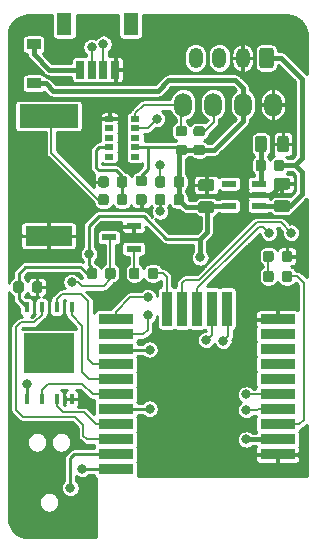
<source format=gbr>
G04 #@! TF.GenerationSoftware,KiCad,Pcbnew,(5.1.5)-3*
G04 #@! TF.CreationDate,2021-08-13T12:39:49-07:00*
G04 #@! TF.ProjectId,Freesk8-Robogotchi-v1.5,46726565-736b-4382-9d52-6f626f676f74,rev?*
G04 #@! TF.SameCoordinates,Original*
G04 #@! TF.FileFunction,Copper,L1,Top*
G04 #@! TF.FilePolarity,Positive*
%FSLAX46Y46*%
G04 Gerber Fmt 4.6, Leading zero omitted, Abs format (unit mm)*
G04 Created by KiCad (PCBNEW (5.1.5)-3) date 2021-08-13 12:39:49*
%MOMM*%
%LPD*%
G04 APERTURE LIST*
%ADD10R,1.210000X0.590000*%
%ADD11R,1.200000X0.900000*%
%ADD12C,0.100000*%
%ADD13R,1.295400X1.905000*%
%ADD14R,0.660400X1.549400*%
%ADD15R,1.300000X0.600000*%
%ADD16O,1.500000X2.000000*%
%ADD17R,4.000000X1.700000*%
%ADD18R,5.000000X2.000000*%
%ADD19R,0.800000X0.500000*%
%ADD20O,1.200000X1.750000*%
%ADD21R,4.300000X3.400000*%
%ADD22R,0.440000X0.940000*%
%ADD23R,0.900000X3.000000*%
%ADD24R,3.000000X0.900000*%
%ADD25C,0.800000*%
%ADD26C,0.250000*%
%ADD27C,0.400000*%
%ADD28C,0.200000*%
%ADD29C,0.254000*%
G04 APERTURE END LIST*
D10*
X144945000Y-97650000D03*
X144945000Y-95750000D03*
X147455000Y-95750000D03*
X147455000Y-96700000D03*
X147455000Y-97650000D03*
D11*
X128400000Y-87250000D03*
X128400000Y-83950000D03*
G04 #@! TA.AperFunction,SMDPad,CuDef*
D12*
G36*
X149427691Y-93726053D02*
G01*
X149448926Y-93729203D01*
X149469750Y-93734419D01*
X149489962Y-93741651D01*
X149509368Y-93750830D01*
X149527781Y-93761866D01*
X149545024Y-93774654D01*
X149560930Y-93789070D01*
X149575346Y-93804976D01*
X149588134Y-93822219D01*
X149599170Y-93840632D01*
X149608349Y-93860038D01*
X149615581Y-93880250D01*
X149620797Y-93901074D01*
X149623947Y-93922309D01*
X149625000Y-93943750D01*
X149625000Y-94456250D01*
X149623947Y-94477691D01*
X149620797Y-94498926D01*
X149615581Y-94519750D01*
X149608349Y-94539962D01*
X149599170Y-94559368D01*
X149588134Y-94577781D01*
X149575346Y-94595024D01*
X149560930Y-94610930D01*
X149545024Y-94625346D01*
X149527781Y-94638134D01*
X149509368Y-94649170D01*
X149489962Y-94658349D01*
X149469750Y-94665581D01*
X149448926Y-94670797D01*
X149427691Y-94673947D01*
X149406250Y-94675000D01*
X148968750Y-94675000D01*
X148947309Y-94673947D01*
X148926074Y-94670797D01*
X148905250Y-94665581D01*
X148885038Y-94658349D01*
X148865632Y-94649170D01*
X148847219Y-94638134D01*
X148829976Y-94625346D01*
X148814070Y-94610930D01*
X148799654Y-94595024D01*
X148786866Y-94577781D01*
X148775830Y-94559368D01*
X148766651Y-94539962D01*
X148759419Y-94519750D01*
X148754203Y-94498926D01*
X148751053Y-94477691D01*
X148750000Y-94456250D01*
X148750000Y-93943750D01*
X148751053Y-93922309D01*
X148754203Y-93901074D01*
X148759419Y-93880250D01*
X148766651Y-93860038D01*
X148775830Y-93840632D01*
X148786866Y-93822219D01*
X148799654Y-93804976D01*
X148814070Y-93789070D01*
X148829976Y-93774654D01*
X148847219Y-93761866D01*
X148865632Y-93750830D01*
X148885038Y-93741651D01*
X148905250Y-93734419D01*
X148926074Y-93729203D01*
X148947309Y-93726053D01*
X148968750Y-93725000D01*
X149406250Y-93725000D01*
X149427691Y-93726053D01*
G37*
G04 #@! TD.AperFunction*
G04 #@! TA.AperFunction,SMDPad,CuDef*
G36*
X147852691Y-93726053D02*
G01*
X147873926Y-93729203D01*
X147894750Y-93734419D01*
X147914962Y-93741651D01*
X147934368Y-93750830D01*
X147952781Y-93761866D01*
X147970024Y-93774654D01*
X147985930Y-93789070D01*
X148000346Y-93804976D01*
X148013134Y-93822219D01*
X148024170Y-93840632D01*
X148033349Y-93860038D01*
X148040581Y-93880250D01*
X148045797Y-93901074D01*
X148048947Y-93922309D01*
X148050000Y-93943750D01*
X148050000Y-94456250D01*
X148048947Y-94477691D01*
X148045797Y-94498926D01*
X148040581Y-94519750D01*
X148033349Y-94539962D01*
X148024170Y-94559368D01*
X148013134Y-94577781D01*
X148000346Y-94595024D01*
X147985930Y-94610930D01*
X147970024Y-94625346D01*
X147952781Y-94638134D01*
X147934368Y-94649170D01*
X147914962Y-94658349D01*
X147894750Y-94665581D01*
X147873926Y-94670797D01*
X147852691Y-94673947D01*
X147831250Y-94675000D01*
X147393750Y-94675000D01*
X147372309Y-94673947D01*
X147351074Y-94670797D01*
X147330250Y-94665581D01*
X147310038Y-94658349D01*
X147290632Y-94649170D01*
X147272219Y-94638134D01*
X147254976Y-94625346D01*
X147239070Y-94610930D01*
X147224654Y-94595024D01*
X147211866Y-94577781D01*
X147200830Y-94559368D01*
X147191651Y-94539962D01*
X147184419Y-94519750D01*
X147179203Y-94498926D01*
X147176053Y-94477691D01*
X147175000Y-94456250D01*
X147175000Y-93943750D01*
X147176053Y-93922309D01*
X147179203Y-93901074D01*
X147184419Y-93880250D01*
X147191651Y-93860038D01*
X147200830Y-93840632D01*
X147211866Y-93822219D01*
X147224654Y-93804976D01*
X147239070Y-93789070D01*
X147254976Y-93774654D01*
X147272219Y-93761866D01*
X147290632Y-93750830D01*
X147310038Y-93741651D01*
X147330250Y-93734419D01*
X147351074Y-93729203D01*
X147372309Y-93726053D01*
X147393750Y-93725000D01*
X147831250Y-93725000D01*
X147852691Y-93726053D01*
G37*
G04 #@! TD.AperFunction*
D13*
X136599999Y-82223499D03*
X131000001Y-82223499D03*
D14*
X132300000Y-86098500D03*
X133300001Y-86098500D03*
X134299999Y-86098500D03*
X135300000Y-86098500D03*
G04 #@! TA.AperFunction,SMDPad,CuDef*
D12*
G36*
X149767642Y-91701174D02*
G01*
X149791303Y-91704684D01*
X149814507Y-91710496D01*
X149837029Y-91718554D01*
X149858653Y-91728782D01*
X149879170Y-91741079D01*
X149898383Y-91755329D01*
X149916107Y-91771393D01*
X149932171Y-91789117D01*
X149946421Y-91808330D01*
X149958718Y-91828847D01*
X149968946Y-91850471D01*
X149977004Y-91872993D01*
X149982816Y-91896197D01*
X149986326Y-91919858D01*
X149987500Y-91943750D01*
X149987500Y-92856250D01*
X149986326Y-92880142D01*
X149982816Y-92903803D01*
X149977004Y-92927007D01*
X149968946Y-92949529D01*
X149958718Y-92971153D01*
X149946421Y-92991670D01*
X149932171Y-93010883D01*
X149916107Y-93028607D01*
X149898383Y-93044671D01*
X149879170Y-93058921D01*
X149858653Y-93071218D01*
X149837029Y-93081446D01*
X149814507Y-93089504D01*
X149791303Y-93095316D01*
X149767642Y-93098826D01*
X149743750Y-93100000D01*
X149256250Y-93100000D01*
X149232358Y-93098826D01*
X149208697Y-93095316D01*
X149185493Y-93089504D01*
X149162971Y-93081446D01*
X149141347Y-93071218D01*
X149120830Y-93058921D01*
X149101617Y-93044671D01*
X149083893Y-93028607D01*
X149067829Y-93010883D01*
X149053579Y-92991670D01*
X149041282Y-92971153D01*
X149031054Y-92949529D01*
X149022996Y-92927007D01*
X149017184Y-92903803D01*
X149013674Y-92880142D01*
X149012500Y-92856250D01*
X149012500Y-91943750D01*
X149013674Y-91919858D01*
X149017184Y-91896197D01*
X149022996Y-91872993D01*
X149031054Y-91850471D01*
X149041282Y-91828847D01*
X149053579Y-91808330D01*
X149067829Y-91789117D01*
X149083893Y-91771393D01*
X149101617Y-91755329D01*
X149120830Y-91741079D01*
X149141347Y-91728782D01*
X149162971Y-91718554D01*
X149185493Y-91710496D01*
X149208697Y-91704684D01*
X149232358Y-91701174D01*
X149256250Y-91700000D01*
X149743750Y-91700000D01*
X149767642Y-91701174D01*
G37*
G04 #@! TD.AperFunction*
G04 #@! TA.AperFunction,SMDPad,CuDef*
G36*
X147892642Y-91701174D02*
G01*
X147916303Y-91704684D01*
X147939507Y-91710496D01*
X147962029Y-91718554D01*
X147983653Y-91728782D01*
X148004170Y-91741079D01*
X148023383Y-91755329D01*
X148041107Y-91771393D01*
X148057171Y-91789117D01*
X148071421Y-91808330D01*
X148083718Y-91828847D01*
X148093946Y-91850471D01*
X148102004Y-91872993D01*
X148107816Y-91896197D01*
X148111326Y-91919858D01*
X148112500Y-91943750D01*
X148112500Y-92856250D01*
X148111326Y-92880142D01*
X148107816Y-92903803D01*
X148102004Y-92927007D01*
X148093946Y-92949529D01*
X148083718Y-92971153D01*
X148071421Y-92991670D01*
X148057171Y-93010883D01*
X148041107Y-93028607D01*
X148023383Y-93044671D01*
X148004170Y-93058921D01*
X147983653Y-93071218D01*
X147962029Y-93081446D01*
X147939507Y-93089504D01*
X147916303Y-93095316D01*
X147892642Y-93098826D01*
X147868750Y-93100000D01*
X147381250Y-93100000D01*
X147357358Y-93098826D01*
X147333697Y-93095316D01*
X147310493Y-93089504D01*
X147287971Y-93081446D01*
X147266347Y-93071218D01*
X147245830Y-93058921D01*
X147226617Y-93044671D01*
X147208893Y-93028607D01*
X147192829Y-93010883D01*
X147178579Y-92991670D01*
X147166282Y-92971153D01*
X147156054Y-92949529D01*
X147147996Y-92927007D01*
X147142184Y-92903803D01*
X147138674Y-92880142D01*
X147137500Y-92856250D01*
X147137500Y-91943750D01*
X147138674Y-91919858D01*
X147142184Y-91896197D01*
X147147996Y-91872993D01*
X147156054Y-91850471D01*
X147166282Y-91828847D01*
X147178579Y-91808330D01*
X147192829Y-91789117D01*
X147208893Y-91771393D01*
X147226617Y-91755329D01*
X147245830Y-91741079D01*
X147266347Y-91728782D01*
X147287971Y-91718554D01*
X147310493Y-91710496D01*
X147333697Y-91704684D01*
X147357358Y-91701174D01*
X147381250Y-91700000D01*
X147868750Y-91700000D01*
X147892642Y-91701174D01*
G37*
G04 #@! TD.AperFunction*
D15*
X136850000Y-99350000D03*
X136850000Y-101250000D03*
X134750000Y-100300000D03*
D16*
X141040000Y-89050000D03*
X143580000Y-89050000D03*
X146120000Y-89050000D03*
X148660000Y-89050000D03*
G04 #@! TA.AperFunction,SMDPad,CuDef*
D12*
G36*
X128927691Y-104026053D02*
G01*
X128948926Y-104029203D01*
X128969750Y-104034419D01*
X128989962Y-104041651D01*
X129009368Y-104050830D01*
X129027781Y-104061866D01*
X129045024Y-104074654D01*
X129060930Y-104089070D01*
X129075346Y-104104976D01*
X129088134Y-104122219D01*
X129099170Y-104140632D01*
X129108349Y-104160038D01*
X129115581Y-104180250D01*
X129120797Y-104201074D01*
X129123947Y-104222309D01*
X129125000Y-104243750D01*
X129125000Y-104756250D01*
X129123947Y-104777691D01*
X129120797Y-104798926D01*
X129115581Y-104819750D01*
X129108349Y-104839962D01*
X129099170Y-104859368D01*
X129088134Y-104877781D01*
X129075346Y-104895024D01*
X129060930Y-104910930D01*
X129045024Y-104925346D01*
X129027781Y-104938134D01*
X129009368Y-104949170D01*
X128989962Y-104958349D01*
X128969750Y-104965581D01*
X128948926Y-104970797D01*
X128927691Y-104973947D01*
X128906250Y-104975000D01*
X128468750Y-104975000D01*
X128447309Y-104973947D01*
X128426074Y-104970797D01*
X128405250Y-104965581D01*
X128385038Y-104958349D01*
X128365632Y-104949170D01*
X128347219Y-104938134D01*
X128329976Y-104925346D01*
X128314070Y-104910930D01*
X128299654Y-104895024D01*
X128286866Y-104877781D01*
X128275830Y-104859368D01*
X128266651Y-104839962D01*
X128259419Y-104819750D01*
X128254203Y-104798926D01*
X128251053Y-104777691D01*
X128250000Y-104756250D01*
X128250000Y-104243750D01*
X128251053Y-104222309D01*
X128254203Y-104201074D01*
X128259419Y-104180250D01*
X128266651Y-104160038D01*
X128275830Y-104140632D01*
X128286866Y-104122219D01*
X128299654Y-104104976D01*
X128314070Y-104089070D01*
X128329976Y-104074654D01*
X128347219Y-104061866D01*
X128365632Y-104050830D01*
X128385038Y-104041651D01*
X128405250Y-104034419D01*
X128426074Y-104029203D01*
X128447309Y-104026053D01*
X128468750Y-104025000D01*
X128906250Y-104025000D01*
X128927691Y-104026053D01*
G37*
G04 #@! TD.AperFunction*
G04 #@! TA.AperFunction,SMDPad,CuDef*
G36*
X127352691Y-104026053D02*
G01*
X127373926Y-104029203D01*
X127394750Y-104034419D01*
X127414962Y-104041651D01*
X127434368Y-104050830D01*
X127452781Y-104061866D01*
X127470024Y-104074654D01*
X127485930Y-104089070D01*
X127500346Y-104104976D01*
X127513134Y-104122219D01*
X127524170Y-104140632D01*
X127533349Y-104160038D01*
X127540581Y-104180250D01*
X127545797Y-104201074D01*
X127548947Y-104222309D01*
X127550000Y-104243750D01*
X127550000Y-104756250D01*
X127548947Y-104777691D01*
X127545797Y-104798926D01*
X127540581Y-104819750D01*
X127533349Y-104839962D01*
X127524170Y-104859368D01*
X127513134Y-104877781D01*
X127500346Y-104895024D01*
X127485930Y-104910930D01*
X127470024Y-104925346D01*
X127452781Y-104938134D01*
X127434368Y-104949170D01*
X127414962Y-104958349D01*
X127394750Y-104965581D01*
X127373926Y-104970797D01*
X127352691Y-104973947D01*
X127331250Y-104975000D01*
X126893750Y-104975000D01*
X126872309Y-104973947D01*
X126851074Y-104970797D01*
X126830250Y-104965581D01*
X126810038Y-104958349D01*
X126790632Y-104949170D01*
X126772219Y-104938134D01*
X126754976Y-104925346D01*
X126739070Y-104910930D01*
X126724654Y-104895024D01*
X126711866Y-104877781D01*
X126700830Y-104859368D01*
X126691651Y-104839962D01*
X126684419Y-104819750D01*
X126679203Y-104798926D01*
X126676053Y-104777691D01*
X126675000Y-104756250D01*
X126675000Y-104243750D01*
X126676053Y-104222309D01*
X126679203Y-104201074D01*
X126684419Y-104180250D01*
X126691651Y-104160038D01*
X126700830Y-104140632D01*
X126711866Y-104122219D01*
X126724654Y-104104976D01*
X126739070Y-104089070D01*
X126754976Y-104074654D01*
X126772219Y-104061866D01*
X126790632Y-104050830D01*
X126810038Y-104041651D01*
X126830250Y-104034419D01*
X126851074Y-104029203D01*
X126872309Y-104026053D01*
X126893750Y-104025000D01*
X127331250Y-104025000D01*
X127352691Y-104026053D01*
G37*
G04 #@! TD.AperFunction*
D17*
X129650000Y-100175000D03*
D18*
X129650000Y-90025000D03*
G04 #@! TA.AperFunction,SMDPad,CuDef*
D12*
G36*
X137777691Y-96651053D02*
G01*
X137798926Y-96654203D01*
X137819750Y-96659419D01*
X137839962Y-96666651D01*
X137859368Y-96675830D01*
X137877781Y-96686866D01*
X137895024Y-96699654D01*
X137910930Y-96714070D01*
X137925346Y-96729976D01*
X137938134Y-96747219D01*
X137949170Y-96765632D01*
X137958349Y-96785038D01*
X137965581Y-96805250D01*
X137970797Y-96826074D01*
X137973947Y-96847309D01*
X137975000Y-96868750D01*
X137975000Y-97306250D01*
X137973947Y-97327691D01*
X137970797Y-97348926D01*
X137965581Y-97369750D01*
X137958349Y-97389962D01*
X137949170Y-97409368D01*
X137938134Y-97427781D01*
X137925346Y-97445024D01*
X137910930Y-97460930D01*
X137895024Y-97475346D01*
X137877781Y-97488134D01*
X137859368Y-97499170D01*
X137839962Y-97508349D01*
X137819750Y-97515581D01*
X137798926Y-97520797D01*
X137777691Y-97523947D01*
X137756250Y-97525000D01*
X137243750Y-97525000D01*
X137222309Y-97523947D01*
X137201074Y-97520797D01*
X137180250Y-97515581D01*
X137160038Y-97508349D01*
X137140632Y-97499170D01*
X137122219Y-97488134D01*
X137104976Y-97475346D01*
X137089070Y-97460930D01*
X137074654Y-97445024D01*
X137061866Y-97427781D01*
X137050830Y-97409368D01*
X137041651Y-97389962D01*
X137034419Y-97369750D01*
X137029203Y-97348926D01*
X137026053Y-97327691D01*
X137025000Y-97306250D01*
X137025000Y-96868750D01*
X137026053Y-96847309D01*
X137029203Y-96826074D01*
X137034419Y-96805250D01*
X137041651Y-96785038D01*
X137050830Y-96765632D01*
X137061866Y-96747219D01*
X137074654Y-96729976D01*
X137089070Y-96714070D01*
X137104976Y-96699654D01*
X137122219Y-96686866D01*
X137140632Y-96675830D01*
X137160038Y-96666651D01*
X137180250Y-96659419D01*
X137201074Y-96654203D01*
X137222309Y-96651053D01*
X137243750Y-96650000D01*
X137756250Y-96650000D01*
X137777691Y-96651053D01*
G37*
G04 #@! TD.AperFunction*
G04 #@! TA.AperFunction,SMDPad,CuDef*
G36*
X137777691Y-95076053D02*
G01*
X137798926Y-95079203D01*
X137819750Y-95084419D01*
X137839962Y-95091651D01*
X137859368Y-95100830D01*
X137877781Y-95111866D01*
X137895024Y-95124654D01*
X137910930Y-95139070D01*
X137925346Y-95154976D01*
X137938134Y-95172219D01*
X137949170Y-95190632D01*
X137958349Y-95210038D01*
X137965581Y-95230250D01*
X137970797Y-95251074D01*
X137973947Y-95272309D01*
X137975000Y-95293750D01*
X137975000Y-95731250D01*
X137973947Y-95752691D01*
X137970797Y-95773926D01*
X137965581Y-95794750D01*
X137958349Y-95814962D01*
X137949170Y-95834368D01*
X137938134Y-95852781D01*
X137925346Y-95870024D01*
X137910930Y-95885930D01*
X137895024Y-95900346D01*
X137877781Y-95913134D01*
X137859368Y-95924170D01*
X137839962Y-95933349D01*
X137819750Y-95940581D01*
X137798926Y-95945797D01*
X137777691Y-95948947D01*
X137756250Y-95950000D01*
X137243750Y-95950000D01*
X137222309Y-95948947D01*
X137201074Y-95945797D01*
X137180250Y-95940581D01*
X137160038Y-95933349D01*
X137140632Y-95924170D01*
X137122219Y-95913134D01*
X137104976Y-95900346D01*
X137089070Y-95885930D01*
X137074654Y-95870024D01*
X137061866Y-95852781D01*
X137050830Y-95834368D01*
X137041651Y-95814962D01*
X137034419Y-95794750D01*
X137029203Y-95773926D01*
X137026053Y-95752691D01*
X137025000Y-95731250D01*
X137025000Y-95293750D01*
X137026053Y-95272309D01*
X137029203Y-95251074D01*
X137034419Y-95230250D01*
X137041651Y-95210038D01*
X137050830Y-95190632D01*
X137061866Y-95172219D01*
X137074654Y-95154976D01*
X137089070Y-95139070D01*
X137104976Y-95124654D01*
X137122219Y-95111866D01*
X137140632Y-95100830D01*
X137160038Y-95091651D01*
X137180250Y-95084419D01*
X137201074Y-95079203D01*
X137222309Y-95076053D01*
X137243750Y-95075000D01*
X137756250Y-95075000D01*
X137777691Y-95076053D01*
G37*
G04 #@! TD.AperFunction*
D19*
X134800000Y-93450000D03*
X134800000Y-92650000D03*
X134800000Y-91850000D03*
X134800000Y-91050000D03*
X134800000Y-90250000D03*
X137000000Y-90250000D03*
X137000000Y-91050000D03*
X137000000Y-91850000D03*
X137000000Y-92650000D03*
X137000000Y-93450000D03*
D20*
X142100000Y-85100000D03*
X144100000Y-85100000D03*
X146100000Y-85100000D03*
G04 #@! TA.AperFunction,ComponentPad*
D12*
G36*
X148474505Y-84226204D02*
G01*
X148498773Y-84229804D01*
X148522572Y-84235765D01*
X148545671Y-84244030D01*
X148567850Y-84254520D01*
X148588893Y-84267132D01*
X148608599Y-84281747D01*
X148626777Y-84298223D01*
X148643253Y-84316401D01*
X148657868Y-84336107D01*
X148670480Y-84357150D01*
X148680970Y-84379329D01*
X148689235Y-84402428D01*
X148695196Y-84426227D01*
X148698796Y-84450495D01*
X148700000Y-84474999D01*
X148700000Y-85725001D01*
X148698796Y-85749505D01*
X148695196Y-85773773D01*
X148689235Y-85797572D01*
X148680970Y-85820671D01*
X148670480Y-85842850D01*
X148657868Y-85863893D01*
X148643253Y-85883599D01*
X148626777Y-85901777D01*
X148608599Y-85918253D01*
X148588893Y-85932868D01*
X148567850Y-85945480D01*
X148545671Y-85955970D01*
X148522572Y-85964235D01*
X148498773Y-85970196D01*
X148474505Y-85973796D01*
X148450001Y-85975000D01*
X147749999Y-85975000D01*
X147725495Y-85973796D01*
X147701227Y-85970196D01*
X147677428Y-85964235D01*
X147654329Y-85955970D01*
X147632150Y-85945480D01*
X147611107Y-85932868D01*
X147591401Y-85918253D01*
X147573223Y-85901777D01*
X147556747Y-85883599D01*
X147542132Y-85863893D01*
X147529520Y-85842850D01*
X147519030Y-85820671D01*
X147510765Y-85797572D01*
X147504804Y-85773773D01*
X147501204Y-85749505D01*
X147500000Y-85725001D01*
X147500000Y-84474999D01*
X147501204Y-84450495D01*
X147504804Y-84426227D01*
X147510765Y-84402428D01*
X147519030Y-84379329D01*
X147529520Y-84357150D01*
X147542132Y-84336107D01*
X147556747Y-84316401D01*
X147573223Y-84298223D01*
X147591401Y-84281747D01*
X147611107Y-84267132D01*
X147632150Y-84254520D01*
X147654329Y-84244030D01*
X147677428Y-84235765D01*
X147701227Y-84229804D01*
X147725495Y-84226204D01*
X147749999Y-84225000D01*
X148450001Y-84225000D01*
X148474505Y-84226204D01*
G37*
G04 #@! TD.AperFunction*
G04 #@! TA.AperFunction,SMDPad,CuDef*
G36*
X143480142Y-95376174D02*
G01*
X143503803Y-95379684D01*
X143527007Y-95385496D01*
X143549529Y-95393554D01*
X143571153Y-95403782D01*
X143591670Y-95416079D01*
X143610883Y-95430329D01*
X143628607Y-95446393D01*
X143644671Y-95464117D01*
X143658921Y-95483330D01*
X143671218Y-95503847D01*
X143681446Y-95525471D01*
X143689504Y-95547993D01*
X143695316Y-95571197D01*
X143698826Y-95594858D01*
X143700000Y-95618750D01*
X143700000Y-96106250D01*
X143698826Y-96130142D01*
X143695316Y-96153803D01*
X143689504Y-96177007D01*
X143681446Y-96199529D01*
X143671218Y-96221153D01*
X143658921Y-96241670D01*
X143644671Y-96260883D01*
X143628607Y-96278607D01*
X143610883Y-96294671D01*
X143591670Y-96308921D01*
X143571153Y-96321218D01*
X143549529Y-96331446D01*
X143527007Y-96339504D01*
X143503803Y-96345316D01*
X143480142Y-96348826D01*
X143456250Y-96350000D01*
X142543750Y-96350000D01*
X142519858Y-96348826D01*
X142496197Y-96345316D01*
X142472993Y-96339504D01*
X142450471Y-96331446D01*
X142428847Y-96321218D01*
X142408330Y-96308921D01*
X142389117Y-96294671D01*
X142371393Y-96278607D01*
X142355329Y-96260883D01*
X142341079Y-96241670D01*
X142328782Y-96221153D01*
X142318554Y-96199529D01*
X142310496Y-96177007D01*
X142304684Y-96153803D01*
X142301174Y-96130142D01*
X142300000Y-96106250D01*
X142300000Y-95618750D01*
X142301174Y-95594858D01*
X142304684Y-95571197D01*
X142310496Y-95547993D01*
X142318554Y-95525471D01*
X142328782Y-95503847D01*
X142341079Y-95483330D01*
X142355329Y-95464117D01*
X142371393Y-95446393D01*
X142389117Y-95430329D01*
X142408330Y-95416079D01*
X142428847Y-95403782D01*
X142450471Y-95393554D01*
X142472993Y-95385496D01*
X142496197Y-95379684D01*
X142519858Y-95376174D01*
X142543750Y-95375000D01*
X143456250Y-95375000D01*
X143480142Y-95376174D01*
G37*
G04 #@! TD.AperFunction*
G04 #@! TA.AperFunction,SMDPad,CuDef*
G36*
X143480142Y-97251174D02*
G01*
X143503803Y-97254684D01*
X143527007Y-97260496D01*
X143549529Y-97268554D01*
X143571153Y-97278782D01*
X143591670Y-97291079D01*
X143610883Y-97305329D01*
X143628607Y-97321393D01*
X143644671Y-97339117D01*
X143658921Y-97358330D01*
X143671218Y-97378847D01*
X143681446Y-97400471D01*
X143689504Y-97422993D01*
X143695316Y-97446197D01*
X143698826Y-97469858D01*
X143700000Y-97493750D01*
X143700000Y-97981250D01*
X143698826Y-98005142D01*
X143695316Y-98028803D01*
X143689504Y-98052007D01*
X143681446Y-98074529D01*
X143671218Y-98096153D01*
X143658921Y-98116670D01*
X143644671Y-98135883D01*
X143628607Y-98153607D01*
X143610883Y-98169671D01*
X143591670Y-98183921D01*
X143571153Y-98196218D01*
X143549529Y-98206446D01*
X143527007Y-98214504D01*
X143503803Y-98220316D01*
X143480142Y-98223826D01*
X143456250Y-98225000D01*
X142543750Y-98225000D01*
X142519858Y-98223826D01*
X142496197Y-98220316D01*
X142472993Y-98214504D01*
X142450471Y-98206446D01*
X142428847Y-98196218D01*
X142408330Y-98183921D01*
X142389117Y-98169671D01*
X142371393Y-98153607D01*
X142355329Y-98135883D01*
X142341079Y-98116670D01*
X142328782Y-98096153D01*
X142318554Y-98074529D01*
X142310496Y-98052007D01*
X142304684Y-98028803D01*
X142301174Y-98005142D01*
X142300000Y-97981250D01*
X142300000Y-97493750D01*
X142301174Y-97469858D01*
X142304684Y-97446197D01*
X142310496Y-97422993D01*
X142318554Y-97400471D01*
X142328782Y-97378847D01*
X142341079Y-97358330D01*
X142355329Y-97339117D01*
X142371393Y-97321393D01*
X142389117Y-97305329D01*
X142408330Y-97291079D01*
X142428847Y-97278782D01*
X142450471Y-97268554D01*
X142472993Y-97260496D01*
X142496197Y-97254684D01*
X142519858Y-97251174D01*
X142543750Y-97250000D01*
X143456250Y-97250000D01*
X143480142Y-97251174D01*
G37*
G04 #@! TD.AperFunction*
G04 #@! TA.AperFunction,SMDPad,CuDef*
G36*
X149880142Y-95276174D02*
G01*
X149903803Y-95279684D01*
X149927007Y-95285496D01*
X149949529Y-95293554D01*
X149971153Y-95303782D01*
X149991670Y-95316079D01*
X150010883Y-95330329D01*
X150028607Y-95346393D01*
X150044671Y-95364117D01*
X150058921Y-95383330D01*
X150071218Y-95403847D01*
X150081446Y-95425471D01*
X150089504Y-95447993D01*
X150095316Y-95471197D01*
X150098826Y-95494858D01*
X150100000Y-95518750D01*
X150100000Y-96006250D01*
X150098826Y-96030142D01*
X150095316Y-96053803D01*
X150089504Y-96077007D01*
X150081446Y-96099529D01*
X150071218Y-96121153D01*
X150058921Y-96141670D01*
X150044671Y-96160883D01*
X150028607Y-96178607D01*
X150010883Y-96194671D01*
X149991670Y-96208921D01*
X149971153Y-96221218D01*
X149949529Y-96231446D01*
X149927007Y-96239504D01*
X149903803Y-96245316D01*
X149880142Y-96248826D01*
X149856250Y-96250000D01*
X148943750Y-96250000D01*
X148919858Y-96248826D01*
X148896197Y-96245316D01*
X148872993Y-96239504D01*
X148850471Y-96231446D01*
X148828847Y-96221218D01*
X148808330Y-96208921D01*
X148789117Y-96194671D01*
X148771393Y-96178607D01*
X148755329Y-96160883D01*
X148741079Y-96141670D01*
X148728782Y-96121153D01*
X148718554Y-96099529D01*
X148710496Y-96077007D01*
X148704684Y-96053803D01*
X148701174Y-96030142D01*
X148700000Y-96006250D01*
X148700000Y-95518750D01*
X148701174Y-95494858D01*
X148704684Y-95471197D01*
X148710496Y-95447993D01*
X148718554Y-95425471D01*
X148728782Y-95403847D01*
X148741079Y-95383330D01*
X148755329Y-95364117D01*
X148771393Y-95346393D01*
X148789117Y-95330329D01*
X148808330Y-95316079D01*
X148828847Y-95303782D01*
X148850471Y-95293554D01*
X148872993Y-95285496D01*
X148896197Y-95279684D01*
X148919858Y-95276174D01*
X148943750Y-95275000D01*
X149856250Y-95275000D01*
X149880142Y-95276174D01*
G37*
G04 #@! TD.AperFunction*
G04 #@! TA.AperFunction,SMDPad,CuDef*
G36*
X149880142Y-97151174D02*
G01*
X149903803Y-97154684D01*
X149927007Y-97160496D01*
X149949529Y-97168554D01*
X149971153Y-97178782D01*
X149991670Y-97191079D01*
X150010883Y-97205329D01*
X150028607Y-97221393D01*
X150044671Y-97239117D01*
X150058921Y-97258330D01*
X150071218Y-97278847D01*
X150081446Y-97300471D01*
X150089504Y-97322993D01*
X150095316Y-97346197D01*
X150098826Y-97369858D01*
X150100000Y-97393750D01*
X150100000Y-97881250D01*
X150098826Y-97905142D01*
X150095316Y-97928803D01*
X150089504Y-97952007D01*
X150081446Y-97974529D01*
X150071218Y-97996153D01*
X150058921Y-98016670D01*
X150044671Y-98035883D01*
X150028607Y-98053607D01*
X150010883Y-98069671D01*
X149991670Y-98083921D01*
X149971153Y-98096218D01*
X149949529Y-98106446D01*
X149927007Y-98114504D01*
X149903803Y-98120316D01*
X149880142Y-98123826D01*
X149856250Y-98125000D01*
X148943750Y-98125000D01*
X148919858Y-98123826D01*
X148896197Y-98120316D01*
X148872993Y-98114504D01*
X148850471Y-98106446D01*
X148828847Y-98096218D01*
X148808330Y-98083921D01*
X148789117Y-98069671D01*
X148771393Y-98053607D01*
X148755329Y-98035883D01*
X148741079Y-98016670D01*
X148728782Y-97996153D01*
X148718554Y-97974529D01*
X148710496Y-97952007D01*
X148704684Y-97928803D01*
X148701174Y-97905142D01*
X148700000Y-97881250D01*
X148700000Y-97393750D01*
X148701174Y-97369858D01*
X148704684Y-97346197D01*
X148710496Y-97322993D01*
X148718554Y-97300471D01*
X148728782Y-97278847D01*
X148741079Y-97258330D01*
X148755329Y-97239117D01*
X148771393Y-97221393D01*
X148789117Y-97205329D01*
X148808330Y-97191079D01*
X148828847Y-97178782D01*
X148850471Y-97168554D01*
X148872993Y-97160496D01*
X148896197Y-97154684D01*
X148919858Y-97151174D01*
X148943750Y-97150000D01*
X149856250Y-97150000D01*
X149880142Y-97151174D01*
G37*
G04 #@! TD.AperFunction*
G04 #@! TA.AperFunction,SMDPad,CuDef*
G36*
X134552691Y-95126053D02*
G01*
X134573926Y-95129203D01*
X134594750Y-95134419D01*
X134614962Y-95141651D01*
X134634368Y-95150830D01*
X134652781Y-95161866D01*
X134670024Y-95174654D01*
X134685930Y-95189070D01*
X134700346Y-95204976D01*
X134713134Y-95222219D01*
X134724170Y-95240632D01*
X134733349Y-95260038D01*
X134740581Y-95280250D01*
X134745797Y-95301074D01*
X134748947Y-95322309D01*
X134750000Y-95343750D01*
X134750000Y-95856250D01*
X134748947Y-95877691D01*
X134745797Y-95898926D01*
X134740581Y-95919750D01*
X134733349Y-95939962D01*
X134724170Y-95959368D01*
X134713134Y-95977781D01*
X134700346Y-95995024D01*
X134685930Y-96010930D01*
X134670024Y-96025346D01*
X134652781Y-96038134D01*
X134634368Y-96049170D01*
X134614962Y-96058349D01*
X134594750Y-96065581D01*
X134573926Y-96070797D01*
X134552691Y-96073947D01*
X134531250Y-96075000D01*
X134093750Y-96075000D01*
X134072309Y-96073947D01*
X134051074Y-96070797D01*
X134030250Y-96065581D01*
X134010038Y-96058349D01*
X133990632Y-96049170D01*
X133972219Y-96038134D01*
X133954976Y-96025346D01*
X133939070Y-96010930D01*
X133924654Y-95995024D01*
X133911866Y-95977781D01*
X133900830Y-95959368D01*
X133891651Y-95939962D01*
X133884419Y-95919750D01*
X133879203Y-95898926D01*
X133876053Y-95877691D01*
X133875000Y-95856250D01*
X133875000Y-95343750D01*
X133876053Y-95322309D01*
X133879203Y-95301074D01*
X133884419Y-95280250D01*
X133891651Y-95260038D01*
X133900830Y-95240632D01*
X133911866Y-95222219D01*
X133924654Y-95204976D01*
X133939070Y-95189070D01*
X133954976Y-95174654D01*
X133972219Y-95161866D01*
X133990632Y-95150830D01*
X134010038Y-95141651D01*
X134030250Y-95134419D01*
X134051074Y-95129203D01*
X134072309Y-95126053D01*
X134093750Y-95125000D01*
X134531250Y-95125000D01*
X134552691Y-95126053D01*
G37*
G04 #@! TD.AperFunction*
G04 #@! TA.AperFunction,SMDPad,CuDef*
G36*
X136127691Y-95126053D02*
G01*
X136148926Y-95129203D01*
X136169750Y-95134419D01*
X136189962Y-95141651D01*
X136209368Y-95150830D01*
X136227781Y-95161866D01*
X136245024Y-95174654D01*
X136260930Y-95189070D01*
X136275346Y-95204976D01*
X136288134Y-95222219D01*
X136299170Y-95240632D01*
X136308349Y-95260038D01*
X136315581Y-95280250D01*
X136320797Y-95301074D01*
X136323947Y-95322309D01*
X136325000Y-95343750D01*
X136325000Y-95856250D01*
X136323947Y-95877691D01*
X136320797Y-95898926D01*
X136315581Y-95919750D01*
X136308349Y-95939962D01*
X136299170Y-95959368D01*
X136288134Y-95977781D01*
X136275346Y-95995024D01*
X136260930Y-96010930D01*
X136245024Y-96025346D01*
X136227781Y-96038134D01*
X136209368Y-96049170D01*
X136189962Y-96058349D01*
X136169750Y-96065581D01*
X136148926Y-96070797D01*
X136127691Y-96073947D01*
X136106250Y-96075000D01*
X135668750Y-96075000D01*
X135647309Y-96073947D01*
X135626074Y-96070797D01*
X135605250Y-96065581D01*
X135585038Y-96058349D01*
X135565632Y-96049170D01*
X135547219Y-96038134D01*
X135529976Y-96025346D01*
X135514070Y-96010930D01*
X135499654Y-95995024D01*
X135486866Y-95977781D01*
X135475830Y-95959368D01*
X135466651Y-95939962D01*
X135459419Y-95919750D01*
X135454203Y-95898926D01*
X135451053Y-95877691D01*
X135450000Y-95856250D01*
X135450000Y-95343750D01*
X135451053Y-95322309D01*
X135454203Y-95301074D01*
X135459419Y-95280250D01*
X135466651Y-95260038D01*
X135475830Y-95240632D01*
X135486866Y-95222219D01*
X135499654Y-95204976D01*
X135514070Y-95189070D01*
X135529976Y-95174654D01*
X135547219Y-95161866D01*
X135565632Y-95150830D01*
X135585038Y-95141651D01*
X135605250Y-95134419D01*
X135626074Y-95129203D01*
X135647309Y-95126053D01*
X135668750Y-95125000D01*
X136106250Y-95125000D01*
X136127691Y-95126053D01*
G37*
G04 #@! TD.AperFunction*
G04 #@! TA.AperFunction,SMDPad,CuDef*
G36*
X138727691Y-102876053D02*
G01*
X138748926Y-102879203D01*
X138769750Y-102884419D01*
X138789962Y-102891651D01*
X138809368Y-102900830D01*
X138827781Y-102911866D01*
X138845024Y-102924654D01*
X138860930Y-102939070D01*
X138875346Y-102954976D01*
X138888134Y-102972219D01*
X138899170Y-102990632D01*
X138908349Y-103010038D01*
X138915581Y-103030250D01*
X138920797Y-103051074D01*
X138923947Y-103072309D01*
X138925000Y-103093750D01*
X138925000Y-103606250D01*
X138923947Y-103627691D01*
X138920797Y-103648926D01*
X138915581Y-103669750D01*
X138908349Y-103689962D01*
X138899170Y-103709368D01*
X138888134Y-103727781D01*
X138875346Y-103745024D01*
X138860930Y-103760930D01*
X138845024Y-103775346D01*
X138827781Y-103788134D01*
X138809368Y-103799170D01*
X138789962Y-103808349D01*
X138769750Y-103815581D01*
X138748926Y-103820797D01*
X138727691Y-103823947D01*
X138706250Y-103825000D01*
X138268750Y-103825000D01*
X138247309Y-103823947D01*
X138226074Y-103820797D01*
X138205250Y-103815581D01*
X138185038Y-103808349D01*
X138165632Y-103799170D01*
X138147219Y-103788134D01*
X138129976Y-103775346D01*
X138114070Y-103760930D01*
X138099654Y-103745024D01*
X138086866Y-103727781D01*
X138075830Y-103709368D01*
X138066651Y-103689962D01*
X138059419Y-103669750D01*
X138054203Y-103648926D01*
X138051053Y-103627691D01*
X138050000Y-103606250D01*
X138050000Y-103093750D01*
X138051053Y-103072309D01*
X138054203Y-103051074D01*
X138059419Y-103030250D01*
X138066651Y-103010038D01*
X138075830Y-102990632D01*
X138086866Y-102972219D01*
X138099654Y-102954976D01*
X138114070Y-102939070D01*
X138129976Y-102924654D01*
X138147219Y-102911866D01*
X138165632Y-102900830D01*
X138185038Y-102891651D01*
X138205250Y-102884419D01*
X138226074Y-102879203D01*
X138247309Y-102876053D01*
X138268750Y-102875000D01*
X138706250Y-102875000D01*
X138727691Y-102876053D01*
G37*
G04 #@! TD.AperFunction*
G04 #@! TA.AperFunction,SMDPad,CuDef*
G36*
X137152691Y-102876053D02*
G01*
X137173926Y-102879203D01*
X137194750Y-102884419D01*
X137214962Y-102891651D01*
X137234368Y-102900830D01*
X137252781Y-102911866D01*
X137270024Y-102924654D01*
X137285930Y-102939070D01*
X137300346Y-102954976D01*
X137313134Y-102972219D01*
X137324170Y-102990632D01*
X137333349Y-103010038D01*
X137340581Y-103030250D01*
X137345797Y-103051074D01*
X137348947Y-103072309D01*
X137350000Y-103093750D01*
X137350000Y-103606250D01*
X137348947Y-103627691D01*
X137345797Y-103648926D01*
X137340581Y-103669750D01*
X137333349Y-103689962D01*
X137324170Y-103709368D01*
X137313134Y-103727781D01*
X137300346Y-103745024D01*
X137285930Y-103760930D01*
X137270024Y-103775346D01*
X137252781Y-103788134D01*
X137234368Y-103799170D01*
X137214962Y-103808349D01*
X137194750Y-103815581D01*
X137173926Y-103820797D01*
X137152691Y-103823947D01*
X137131250Y-103825000D01*
X136693750Y-103825000D01*
X136672309Y-103823947D01*
X136651074Y-103820797D01*
X136630250Y-103815581D01*
X136610038Y-103808349D01*
X136590632Y-103799170D01*
X136572219Y-103788134D01*
X136554976Y-103775346D01*
X136539070Y-103760930D01*
X136524654Y-103745024D01*
X136511866Y-103727781D01*
X136500830Y-103709368D01*
X136491651Y-103689962D01*
X136484419Y-103669750D01*
X136479203Y-103648926D01*
X136476053Y-103627691D01*
X136475000Y-103606250D01*
X136475000Y-103093750D01*
X136476053Y-103072309D01*
X136479203Y-103051074D01*
X136484419Y-103030250D01*
X136491651Y-103010038D01*
X136500830Y-102990632D01*
X136511866Y-102972219D01*
X136524654Y-102954976D01*
X136539070Y-102939070D01*
X136554976Y-102924654D01*
X136572219Y-102911866D01*
X136590632Y-102900830D01*
X136610038Y-102891651D01*
X136630250Y-102884419D01*
X136651074Y-102879203D01*
X136672309Y-102876053D01*
X136693750Y-102875000D01*
X137131250Y-102875000D01*
X137152691Y-102876053D01*
G37*
G04 #@! TD.AperFunction*
G04 #@! TA.AperFunction,SMDPad,CuDef*
G36*
X135127691Y-102876053D02*
G01*
X135148926Y-102879203D01*
X135169750Y-102884419D01*
X135189962Y-102891651D01*
X135209368Y-102900830D01*
X135227781Y-102911866D01*
X135245024Y-102924654D01*
X135260930Y-102939070D01*
X135275346Y-102954976D01*
X135288134Y-102972219D01*
X135299170Y-102990632D01*
X135308349Y-103010038D01*
X135315581Y-103030250D01*
X135320797Y-103051074D01*
X135323947Y-103072309D01*
X135325000Y-103093750D01*
X135325000Y-103606250D01*
X135323947Y-103627691D01*
X135320797Y-103648926D01*
X135315581Y-103669750D01*
X135308349Y-103689962D01*
X135299170Y-103709368D01*
X135288134Y-103727781D01*
X135275346Y-103745024D01*
X135260930Y-103760930D01*
X135245024Y-103775346D01*
X135227781Y-103788134D01*
X135209368Y-103799170D01*
X135189962Y-103808349D01*
X135169750Y-103815581D01*
X135148926Y-103820797D01*
X135127691Y-103823947D01*
X135106250Y-103825000D01*
X134668750Y-103825000D01*
X134647309Y-103823947D01*
X134626074Y-103820797D01*
X134605250Y-103815581D01*
X134585038Y-103808349D01*
X134565632Y-103799170D01*
X134547219Y-103788134D01*
X134529976Y-103775346D01*
X134514070Y-103760930D01*
X134499654Y-103745024D01*
X134486866Y-103727781D01*
X134475830Y-103709368D01*
X134466651Y-103689962D01*
X134459419Y-103669750D01*
X134454203Y-103648926D01*
X134451053Y-103627691D01*
X134450000Y-103606250D01*
X134450000Y-103093750D01*
X134451053Y-103072309D01*
X134454203Y-103051074D01*
X134459419Y-103030250D01*
X134466651Y-103010038D01*
X134475830Y-102990632D01*
X134486866Y-102972219D01*
X134499654Y-102954976D01*
X134514070Y-102939070D01*
X134529976Y-102924654D01*
X134547219Y-102911866D01*
X134565632Y-102900830D01*
X134585038Y-102891651D01*
X134605250Y-102884419D01*
X134626074Y-102879203D01*
X134647309Y-102876053D01*
X134668750Y-102875000D01*
X135106250Y-102875000D01*
X135127691Y-102876053D01*
G37*
G04 #@! TD.AperFunction*
G04 #@! TA.AperFunction,SMDPad,CuDef*
G36*
X133552691Y-102876053D02*
G01*
X133573926Y-102879203D01*
X133594750Y-102884419D01*
X133614962Y-102891651D01*
X133634368Y-102900830D01*
X133652781Y-102911866D01*
X133670024Y-102924654D01*
X133685930Y-102939070D01*
X133700346Y-102954976D01*
X133713134Y-102972219D01*
X133724170Y-102990632D01*
X133733349Y-103010038D01*
X133740581Y-103030250D01*
X133745797Y-103051074D01*
X133748947Y-103072309D01*
X133750000Y-103093750D01*
X133750000Y-103606250D01*
X133748947Y-103627691D01*
X133745797Y-103648926D01*
X133740581Y-103669750D01*
X133733349Y-103689962D01*
X133724170Y-103709368D01*
X133713134Y-103727781D01*
X133700346Y-103745024D01*
X133685930Y-103760930D01*
X133670024Y-103775346D01*
X133652781Y-103788134D01*
X133634368Y-103799170D01*
X133614962Y-103808349D01*
X133594750Y-103815581D01*
X133573926Y-103820797D01*
X133552691Y-103823947D01*
X133531250Y-103825000D01*
X133093750Y-103825000D01*
X133072309Y-103823947D01*
X133051074Y-103820797D01*
X133030250Y-103815581D01*
X133010038Y-103808349D01*
X132990632Y-103799170D01*
X132972219Y-103788134D01*
X132954976Y-103775346D01*
X132939070Y-103760930D01*
X132924654Y-103745024D01*
X132911866Y-103727781D01*
X132900830Y-103709368D01*
X132891651Y-103689962D01*
X132884419Y-103669750D01*
X132879203Y-103648926D01*
X132876053Y-103627691D01*
X132875000Y-103606250D01*
X132875000Y-103093750D01*
X132876053Y-103072309D01*
X132879203Y-103051074D01*
X132884419Y-103030250D01*
X132891651Y-103010038D01*
X132900830Y-102990632D01*
X132911866Y-102972219D01*
X132924654Y-102954976D01*
X132939070Y-102939070D01*
X132954976Y-102924654D01*
X132972219Y-102911866D01*
X132990632Y-102900830D01*
X133010038Y-102891651D01*
X133030250Y-102884419D01*
X133051074Y-102879203D01*
X133072309Y-102876053D01*
X133093750Y-102875000D01*
X133531250Y-102875000D01*
X133552691Y-102876053D01*
G37*
G04 #@! TD.AperFunction*
G04 #@! TA.AperFunction,SMDPad,CuDef*
G36*
X148502691Y-101426053D02*
G01*
X148523926Y-101429203D01*
X148544750Y-101434419D01*
X148564962Y-101441651D01*
X148584368Y-101450830D01*
X148602781Y-101461866D01*
X148620024Y-101474654D01*
X148635930Y-101489070D01*
X148650346Y-101504976D01*
X148663134Y-101522219D01*
X148674170Y-101540632D01*
X148683349Y-101560038D01*
X148690581Y-101580250D01*
X148695797Y-101601074D01*
X148698947Y-101622309D01*
X148700000Y-101643750D01*
X148700000Y-102156250D01*
X148698947Y-102177691D01*
X148695797Y-102198926D01*
X148690581Y-102219750D01*
X148683349Y-102239962D01*
X148674170Y-102259368D01*
X148663134Y-102277781D01*
X148650346Y-102295024D01*
X148635930Y-102310930D01*
X148620024Y-102325346D01*
X148602781Y-102338134D01*
X148584368Y-102349170D01*
X148564962Y-102358349D01*
X148544750Y-102365581D01*
X148523926Y-102370797D01*
X148502691Y-102373947D01*
X148481250Y-102375000D01*
X148043750Y-102375000D01*
X148022309Y-102373947D01*
X148001074Y-102370797D01*
X147980250Y-102365581D01*
X147960038Y-102358349D01*
X147940632Y-102349170D01*
X147922219Y-102338134D01*
X147904976Y-102325346D01*
X147889070Y-102310930D01*
X147874654Y-102295024D01*
X147861866Y-102277781D01*
X147850830Y-102259368D01*
X147841651Y-102239962D01*
X147834419Y-102219750D01*
X147829203Y-102198926D01*
X147826053Y-102177691D01*
X147825000Y-102156250D01*
X147825000Y-101643750D01*
X147826053Y-101622309D01*
X147829203Y-101601074D01*
X147834419Y-101580250D01*
X147841651Y-101560038D01*
X147850830Y-101540632D01*
X147861866Y-101522219D01*
X147874654Y-101504976D01*
X147889070Y-101489070D01*
X147904976Y-101474654D01*
X147922219Y-101461866D01*
X147940632Y-101450830D01*
X147960038Y-101441651D01*
X147980250Y-101434419D01*
X148001074Y-101429203D01*
X148022309Y-101426053D01*
X148043750Y-101425000D01*
X148481250Y-101425000D01*
X148502691Y-101426053D01*
G37*
G04 #@! TD.AperFunction*
G04 #@! TA.AperFunction,SMDPad,CuDef*
G36*
X150077691Y-101426053D02*
G01*
X150098926Y-101429203D01*
X150119750Y-101434419D01*
X150139962Y-101441651D01*
X150159368Y-101450830D01*
X150177781Y-101461866D01*
X150195024Y-101474654D01*
X150210930Y-101489070D01*
X150225346Y-101504976D01*
X150238134Y-101522219D01*
X150249170Y-101540632D01*
X150258349Y-101560038D01*
X150265581Y-101580250D01*
X150270797Y-101601074D01*
X150273947Y-101622309D01*
X150275000Y-101643750D01*
X150275000Y-102156250D01*
X150273947Y-102177691D01*
X150270797Y-102198926D01*
X150265581Y-102219750D01*
X150258349Y-102239962D01*
X150249170Y-102259368D01*
X150238134Y-102277781D01*
X150225346Y-102295024D01*
X150210930Y-102310930D01*
X150195024Y-102325346D01*
X150177781Y-102338134D01*
X150159368Y-102349170D01*
X150139962Y-102358349D01*
X150119750Y-102365581D01*
X150098926Y-102370797D01*
X150077691Y-102373947D01*
X150056250Y-102375000D01*
X149618750Y-102375000D01*
X149597309Y-102373947D01*
X149576074Y-102370797D01*
X149555250Y-102365581D01*
X149535038Y-102358349D01*
X149515632Y-102349170D01*
X149497219Y-102338134D01*
X149479976Y-102325346D01*
X149464070Y-102310930D01*
X149449654Y-102295024D01*
X149436866Y-102277781D01*
X149425830Y-102259368D01*
X149416651Y-102239962D01*
X149409419Y-102219750D01*
X149404203Y-102198926D01*
X149401053Y-102177691D01*
X149400000Y-102156250D01*
X149400000Y-101643750D01*
X149401053Y-101622309D01*
X149404203Y-101601074D01*
X149409419Y-101580250D01*
X149416651Y-101560038D01*
X149425830Y-101540632D01*
X149436866Y-101522219D01*
X149449654Y-101504976D01*
X149464070Y-101489070D01*
X149479976Y-101474654D01*
X149497219Y-101461866D01*
X149515632Y-101450830D01*
X149535038Y-101441651D01*
X149555250Y-101434419D01*
X149576074Y-101429203D01*
X149597309Y-101426053D01*
X149618750Y-101425000D01*
X150056250Y-101425000D01*
X150077691Y-101426053D01*
G37*
G04 #@! TD.AperFunction*
G04 #@! TA.AperFunction,SMDPad,CuDef*
G36*
X148502691Y-103126053D02*
G01*
X148523926Y-103129203D01*
X148544750Y-103134419D01*
X148564962Y-103141651D01*
X148584368Y-103150830D01*
X148602781Y-103161866D01*
X148620024Y-103174654D01*
X148635930Y-103189070D01*
X148650346Y-103204976D01*
X148663134Y-103222219D01*
X148674170Y-103240632D01*
X148683349Y-103260038D01*
X148690581Y-103280250D01*
X148695797Y-103301074D01*
X148698947Y-103322309D01*
X148700000Y-103343750D01*
X148700000Y-103856250D01*
X148698947Y-103877691D01*
X148695797Y-103898926D01*
X148690581Y-103919750D01*
X148683349Y-103939962D01*
X148674170Y-103959368D01*
X148663134Y-103977781D01*
X148650346Y-103995024D01*
X148635930Y-104010930D01*
X148620024Y-104025346D01*
X148602781Y-104038134D01*
X148584368Y-104049170D01*
X148564962Y-104058349D01*
X148544750Y-104065581D01*
X148523926Y-104070797D01*
X148502691Y-104073947D01*
X148481250Y-104075000D01*
X148043750Y-104075000D01*
X148022309Y-104073947D01*
X148001074Y-104070797D01*
X147980250Y-104065581D01*
X147960038Y-104058349D01*
X147940632Y-104049170D01*
X147922219Y-104038134D01*
X147904976Y-104025346D01*
X147889070Y-104010930D01*
X147874654Y-103995024D01*
X147861866Y-103977781D01*
X147850830Y-103959368D01*
X147841651Y-103939962D01*
X147834419Y-103919750D01*
X147829203Y-103898926D01*
X147826053Y-103877691D01*
X147825000Y-103856250D01*
X147825000Y-103343750D01*
X147826053Y-103322309D01*
X147829203Y-103301074D01*
X147834419Y-103280250D01*
X147841651Y-103260038D01*
X147850830Y-103240632D01*
X147861866Y-103222219D01*
X147874654Y-103204976D01*
X147889070Y-103189070D01*
X147904976Y-103174654D01*
X147922219Y-103161866D01*
X147940632Y-103150830D01*
X147960038Y-103141651D01*
X147980250Y-103134419D01*
X148001074Y-103129203D01*
X148022309Y-103126053D01*
X148043750Y-103125000D01*
X148481250Y-103125000D01*
X148502691Y-103126053D01*
G37*
G04 #@! TD.AperFunction*
G04 #@! TA.AperFunction,SMDPad,CuDef*
G36*
X150077691Y-103126053D02*
G01*
X150098926Y-103129203D01*
X150119750Y-103134419D01*
X150139962Y-103141651D01*
X150159368Y-103150830D01*
X150177781Y-103161866D01*
X150195024Y-103174654D01*
X150210930Y-103189070D01*
X150225346Y-103204976D01*
X150238134Y-103222219D01*
X150249170Y-103240632D01*
X150258349Y-103260038D01*
X150265581Y-103280250D01*
X150270797Y-103301074D01*
X150273947Y-103322309D01*
X150275000Y-103343750D01*
X150275000Y-103856250D01*
X150273947Y-103877691D01*
X150270797Y-103898926D01*
X150265581Y-103919750D01*
X150258349Y-103939962D01*
X150249170Y-103959368D01*
X150238134Y-103977781D01*
X150225346Y-103995024D01*
X150210930Y-104010930D01*
X150195024Y-104025346D01*
X150177781Y-104038134D01*
X150159368Y-104049170D01*
X150139962Y-104058349D01*
X150119750Y-104065581D01*
X150098926Y-104070797D01*
X150077691Y-104073947D01*
X150056250Y-104075000D01*
X149618750Y-104075000D01*
X149597309Y-104073947D01*
X149576074Y-104070797D01*
X149555250Y-104065581D01*
X149535038Y-104058349D01*
X149515632Y-104049170D01*
X149497219Y-104038134D01*
X149479976Y-104025346D01*
X149464070Y-104010930D01*
X149449654Y-103995024D01*
X149436866Y-103977781D01*
X149425830Y-103959368D01*
X149416651Y-103939962D01*
X149409419Y-103919750D01*
X149404203Y-103898926D01*
X149401053Y-103877691D01*
X149400000Y-103856250D01*
X149400000Y-103343750D01*
X149401053Y-103322309D01*
X149404203Y-103301074D01*
X149409419Y-103280250D01*
X149416651Y-103260038D01*
X149425830Y-103240632D01*
X149436866Y-103222219D01*
X149449654Y-103204976D01*
X149464070Y-103189070D01*
X149479976Y-103174654D01*
X149497219Y-103161866D01*
X149515632Y-103150830D01*
X149535038Y-103141651D01*
X149555250Y-103134419D01*
X149576074Y-103129203D01*
X149597309Y-103126053D01*
X149618750Y-103125000D01*
X150056250Y-103125000D01*
X150077691Y-103126053D01*
G37*
G04 #@! TD.AperFunction*
D21*
X129700000Y-110100000D03*
D22*
X127795000Y-106205000D03*
X131605000Y-106205000D03*
X130335000Y-106205000D03*
X129065000Y-106205000D03*
X127795000Y-113995000D03*
X131605000Y-113995000D03*
X130335000Y-113995000D03*
X129065000Y-113995000D03*
G04 #@! TA.AperFunction,SMDPad,CuDef*
D12*
G36*
X139352691Y-96626053D02*
G01*
X139373926Y-96629203D01*
X139394750Y-96634419D01*
X139414962Y-96641651D01*
X139434368Y-96650830D01*
X139452781Y-96661866D01*
X139470024Y-96674654D01*
X139485930Y-96689070D01*
X139500346Y-96704976D01*
X139513134Y-96722219D01*
X139524170Y-96740632D01*
X139533349Y-96760038D01*
X139540581Y-96780250D01*
X139545797Y-96801074D01*
X139548947Y-96822309D01*
X139550000Y-96843750D01*
X139550000Y-97356250D01*
X139548947Y-97377691D01*
X139545797Y-97398926D01*
X139540581Y-97419750D01*
X139533349Y-97439962D01*
X139524170Y-97459368D01*
X139513134Y-97477781D01*
X139500346Y-97495024D01*
X139485930Y-97510930D01*
X139470024Y-97525346D01*
X139452781Y-97538134D01*
X139434368Y-97549170D01*
X139414962Y-97558349D01*
X139394750Y-97565581D01*
X139373926Y-97570797D01*
X139352691Y-97573947D01*
X139331250Y-97575000D01*
X138893750Y-97575000D01*
X138872309Y-97573947D01*
X138851074Y-97570797D01*
X138830250Y-97565581D01*
X138810038Y-97558349D01*
X138790632Y-97549170D01*
X138772219Y-97538134D01*
X138754976Y-97525346D01*
X138739070Y-97510930D01*
X138724654Y-97495024D01*
X138711866Y-97477781D01*
X138700830Y-97459368D01*
X138691651Y-97439962D01*
X138684419Y-97419750D01*
X138679203Y-97398926D01*
X138676053Y-97377691D01*
X138675000Y-97356250D01*
X138675000Y-96843750D01*
X138676053Y-96822309D01*
X138679203Y-96801074D01*
X138684419Y-96780250D01*
X138691651Y-96760038D01*
X138700830Y-96740632D01*
X138711866Y-96722219D01*
X138724654Y-96704976D01*
X138739070Y-96689070D01*
X138754976Y-96674654D01*
X138772219Y-96661866D01*
X138790632Y-96650830D01*
X138810038Y-96641651D01*
X138830250Y-96634419D01*
X138851074Y-96629203D01*
X138872309Y-96626053D01*
X138893750Y-96625000D01*
X139331250Y-96625000D01*
X139352691Y-96626053D01*
G37*
G04 #@! TD.AperFunction*
G04 #@! TA.AperFunction,SMDPad,CuDef*
G36*
X140927691Y-96626053D02*
G01*
X140948926Y-96629203D01*
X140969750Y-96634419D01*
X140989962Y-96641651D01*
X141009368Y-96650830D01*
X141027781Y-96661866D01*
X141045024Y-96674654D01*
X141060930Y-96689070D01*
X141075346Y-96704976D01*
X141088134Y-96722219D01*
X141099170Y-96740632D01*
X141108349Y-96760038D01*
X141115581Y-96780250D01*
X141120797Y-96801074D01*
X141123947Y-96822309D01*
X141125000Y-96843750D01*
X141125000Y-97356250D01*
X141123947Y-97377691D01*
X141120797Y-97398926D01*
X141115581Y-97419750D01*
X141108349Y-97439962D01*
X141099170Y-97459368D01*
X141088134Y-97477781D01*
X141075346Y-97495024D01*
X141060930Y-97510930D01*
X141045024Y-97525346D01*
X141027781Y-97538134D01*
X141009368Y-97549170D01*
X140989962Y-97558349D01*
X140969750Y-97565581D01*
X140948926Y-97570797D01*
X140927691Y-97573947D01*
X140906250Y-97575000D01*
X140468750Y-97575000D01*
X140447309Y-97573947D01*
X140426074Y-97570797D01*
X140405250Y-97565581D01*
X140385038Y-97558349D01*
X140365632Y-97549170D01*
X140347219Y-97538134D01*
X140329976Y-97525346D01*
X140314070Y-97510930D01*
X140299654Y-97495024D01*
X140286866Y-97477781D01*
X140275830Y-97459368D01*
X140266651Y-97439962D01*
X140259419Y-97419750D01*
X140254203Y-97398926D01*
X140251053Y-97377691D01*
X140250000Y-97356250D01*
X140250000Y-96843750D01*
X140251053Y-96822309D01*
X140254203Y-96801074D01*
X140259419Y-96780250D01*
X140266651Y-96760038D01*
X140275830Y-96740632D01*
X140286866Y-96722219D01*
X140299654Y-96704976D01*
X140314070Y-96689070D01*
X140329976Y-96674654D01*
X140347219Y-96661866D01*
X140365632Y-96650830D01*
X140385038Y-96641651D01*
X140405250Y-96634419D01*
X140426074Y-96629203D01*
X140447309Y-96626053D01*
X140468750Y-96625000D01*
X140906250Y-96625000D01*
X140927691Y-96626053D01*
G37*
G04 #@! TD.AperFunction*
G04 #@! TA.AperFunction,SMDPad,CuDef*
G36*
X141177691Y-90876053D02*
G01*
X141198926Y-90879203D01*
X141219750Y-90884419D01*
X141239962Y-90891651D01*
X141259368Y-90900830D01*
X141277781Y-90911866D01*
X141295024Y-90924654D01*
X141310930Y-90939070D01*
X141325346Y-90954976D01*
X141338134Y-90972219D01*
X141349170Y-90990632D01*
X141358349Y-91010038D01*
X141365581Y-91030250D01*
X141370797Y-91051074D01*
X141373947Y-91072309D01*
X141375000Y-91093750D01*
X141375000Y-91531250D01*
X141373947Y-91552691D01*
X141370797Y-91573926D01*
X141365581Y-91594750D01*
X141358349Y-91614962D01*
X141349170Y-91634368D01*
X141338134Y-91652781D01*
X141325346Y-91670024D01*
X141310930Y-91685930D01*
X141295024Y-91700346D01*
X141277781Y-91713134D01*
X141259368Y-91724170D01*
X141239962Y-91733349D01*
X141219750Y-91740581D01*
X141198926Y-91745797D01*
X141177691Y-91748947D01*
X141156250Y-91750000D01*
X140643750Y-91750000D01*
X140622309Y-91748947D01*
X140601074Y-91745797D01*
X140580250Y-91740581D01*
X140560038Y-91733349D01*
X140540632Y-91724170D01*
X140522219Y-91713134D01*
X140504976Y-91700346D01*
X140489070Y-91685930D01*
X140474654Y-91670024D01*
X140461866Y-91652781D01*
X140450830Y-91634368D01*
X140441651Y-91614962D01*
X140434419Y-91594750D01*
X140429203Y-91573926D01*
X140426053Y-91552691D01*
X140425000Y-91531250D01*
X140425000Y-91093750D01*
X140426053Y-91072309D01*
X140429203Y-91051074D01*
X140434419Y-91030250D01*
X140441651Y-91010038D01*
X140450830Y-90990632D01*
X140461866Y-90972219D01*
X140474654Y-90954976D01*
X140489070Y-90939070D01*
X140504976Y-90924654D01*
X140522219Y-90911866D01*
X140540632Y-90900830D01*
X140560038Y-90891651D01*
X140580250Y-90884419D01*
X140601074Y-90879203D01*
X140622309Y-90876053D01*
X140643750Y-90875000D01*
X141156250Y-90875000D01*
X141177691Y-90876053D01*
G37*
G04 #@! TD.AperFunction*
G04 #@! TA.AperFunction,SMDPad,CuDef*
G36*
X141177691Y-92451053D02*
G01*
X141198926Y-92454203D01*
X141219750Y-92459419D01*
X141239962Y-92466651D01*
X141259368Y-92475830D01*
X141277781Y-92486866D01*
X141295024Y-92499654D01*
X141310930Y-92514070D01*
X141325346Y-92529976D01*
X141338134Y-92547219D01*
X141349170Y-92565632D01*
X141358349Y-92585038D01*
X141365581Y-92605250D01*
X141370797Y-92626074D01*
X141373947Y-92647309D01*
X141375000Y-92668750D01*
X141375000Y-93106250D01*
X141373947Y-93127691D01*
X141370797Y-93148926D01*
X141365581Y-93169750D01*
X141358349Y-93189962D01*
X141349170Y-93209368D01*
X141338134Y-93227781D01*
X141325346Y-93245024D01*
X141310930Y-93260930D01*
X141295024Y-93275346D01*
X141277781Y-93288134D01*
X141259368Y-93299170D01*
X141239962Y-93308349D01*
X141219750Y-93315581D01*
X141198926Y-93320797D01*
X141177691Y-93323947D01*
X141156250Y-93325000D01*
X140643750Y-93325000D01*
X140622309Y-93323947D01*
X140601074Y-93320797D01*
X140580250Y-93315581D01*
X140560038Y-93308349D01*
X140540632Y-93299170D01*
X140522219Y-93288134D01*
X140504976Y-93275346D01*
X140489070Y-93260930D01*
X140474654Y-93245024D01*
X140461866Y-93227781D01*
X140450830Y-93209368D01*
X140441651Y-93189962D01*
X140434419Y-93169750D01*
X140429203Y-93148926D01*
X140426053Y-93127691D01*
X140425000Y-93106250D01*
X140425000Y-92668750D01*
X140426053Y-92647309D01*
X140429203Y-92626074D01*
X140434419Y-92605250D01*
X140441651Y-92585038D01*
X140450830Y-92565632D01*
X140461866Y-92547219D01*
X140474654Y-92529976D01*
X140489070Y-92514070D01*
X140504976Y-92499654D01*
X140522219Y-92486866D01*
X140540632Y-92475830D01*
X140560038Y-92466651D01*
X140580250Y-92459419D01*
X140601074Y-92454203D01*
X140622309Y-92451053D01*
X140643750Y-92450000D01*
X141156250Y-92450000D01*
X141177691Y-92451053D01*
G37*
G04 #@! TD.AperFunction*
G04 #@! TA.AperFunction,SMDPad,CuDef*
G36*
X142677691Y-90876053D02*
G01*
X142698926Y-90879203D01*
X142719750Y-90884419D01*
X142739962Y-90891651D01*
X142759368Y-90900830D01*
X142777781Y-90911866D01*
X142795024Y-90924654D01*
X142810930Y-90939070D01*
X142825346Y-90954976D01*
X142838134Y-90972219D01*
X142849170Y-90990632D01*
X142858349Y-91010038D01*
X142865581Y-91030250D01*
X142870797Y-91051074D01*
X142873947Y-91072309D01*
X142875000Y-91093750D01*
X142875000Y-91531250D01*
X142873947Y-91552691D01*
X142870797Y-91573926D01*
X142865581Y-91594750D01*
X142858349Y-91614962D01*
X142849170Y-91634368D01*
X142838134Y-91652781D01*
X142825346Y-91670024D01*
X142810930Y-91685930D01*
X142795024Y-91700346D01*
X142777781Y-91713134D01*
X142759368Y-91724170D01*
X142739962Y-91733349D01*
X142719750Y-91740581D01*
X142698926Y-91745797D01*
X142677691Y-91748947D01*
X142656250Y-91750000D01*
X142143750Y-91750000D01*
X142122309Y-91748947D01*
X142101074Y-91745797D01*
X142080250Y-91740581D01*
X142060038Y-91733349D01*
X142040632Y-91724170D01*
X142022219Y-91713134D01*
X142004976Y-91700346D01*
X141989070Y-91685930D01*
X141974654Y-91670024D01*
X141961866Y-91652781D01*
X141950830Y-91634368D01*
X141941651Y-91614962D01*
X141934419Y-91594750D01*
X141929203Y-91573926D01*
X141926053Y-91552691D01*
X141925000Y-91531250D01*
X141925000Y-91093750D01*
X141926053Y-91072309D01*
X141929203Y-91051074D01*
X141934419Y-91030250D01*
X141941651Y-91010038D01*
X141950830Y-90990632D01*
X141961866Y-90972219D01*
X141974654Y-90954976D01*
X141989070Y-90939070D01*
X142004976Y-90924654D01*
X142022219Y-90911866D01*
X142040632Y-90900830D01*
X142060038Y-90891651D01*
X142080250Y-90884419D01*
X142101074Y-90879203D01*
X142122309Y-90876053D01*
X142143750Y-90875000D01*
X142656250Y-90875000D01*
X142677691Y-90876053D01*
G37*
G04 #@! TD.AperFunction*
G04 #@! TA.AperFunction,SMDPad,CuDef*
G36*
X142677691Y-92451053D02*
G01*
X142698926Y-92454203D01*
X142719750Y-92459419D01*
X142739962Y-92466651D01*
X142759368Y-92475830D01*
X142777781Y-92486866D01*
X142795024Y-92499654D01*
X142810930Y-92514070D01*
X142825346Y-92529976D01*
X142838134Y-92547219D01*
X142849170Y-92565632D01*
X142858349Y-92585038D01*
X142865581Y-92605250D01*
X142870797Y-92626074D01*
X142873947Y-92647309D01*
X142875000Y-92668750D01*
X142875000Y-93106250D01*
X142873947Y-93127691D01*
X142870797Y-93148926D01*
X142865581Y-93169750D01*
X142858349Y-93189962D01*
X142849170Y-93209368D01*
X142838134Y-93227781D01*
X142825346Y-93245024D01*
X142810930Y-93260930D01*
X142795024Y-93275346D01*
X142777781Y-93288134D01*
X142759368Y-93299170D01*
X142739962Y-93308349D01*
X142719750Y-93315581D01*
X142698926Y-93320797D01*
X142677691Y-93323947D01*
X142656250Y-93325000D01*
X142143750Y-93325000D01*
X142122309Y-93323947D01*
X142101074Y-93320797D01*
X142080250Y-93315581D01*
X142060038Y-93308349D01*
X142040632Y-93299170D01*
X142022219Y-93288134D01*
X142004976Y-93275346D01*
X141989070Y-93260930D01*
X141974654Y-93245024D01*
X141961866Y-93227781D01*
X141950830Y-93209368D01*
X141941651Y-93189962D01*
X141934419Y-93169750D01*
X141929203Y-93148926D01*
X141926053Y-93127691D01*
X141925000Y-93106250D01*
X141925000Y-92668750D01*
X141926053Y-92647309D01*
X141929203Y-92626074D01*
X141934419Y-92605250D01*
X141941651Y-92585038D01*
X141950830Y-92565632D01*
X141961866Y-92547219D01*
X141974654Y-92529976D01*
X141989070Y-92514070D01*
X142004976Y-92499654D01*
X142022219Y-92486866D01*
X142040632Y-92475830D01*
X142060038Y-92466651D01*
X142080250Y-92459419D01*
X142101074Y-92454203D01*
X142122309Y-92451053D01*
X142143750Y-92450000D01*
X142656250Y-92450000D01*
X142677691Y-92451053D01*
G37*
G04 #@! TD.AperFunction*
G04 #@! TA.AperFunction,SMDPad,CuDef*
G36*
X134540191Y-96626053D02*
G01*
X134561426Y-96629203D01*
X134582250Y-96634419D01*
X134602462Y-96641651D01*
X134621868Y-96650830D01*
X134640281Y-96661866D01*
X134657524Y-96674654D01*
X134673430Y-96689070D01*
X134687846Y-96704976D01*
X134700634Y-96722219D01*
X134711670Y-96740632D01*
X134720849Y-96760038D01*
X134728081Y-96780250D01*
X134733297Y-96801074D01*
X134736447Y-96822309D01*
X134737500Y-96843750D01*
X134737500Y-97356250D01*
X134736447Y-97377691D01*
X134733297Y-97398926D01*
X134728081Y-97419750D01*
X134720849Y-97439962D01*
X134711670Y-97459368D01*
X134700634Y-97477781D01*
X134687846Y-97495024D01*
X134673430Y-97510930D01*
X134657524Y-97525346D01*
X134640281Y-97538134D01*
X134621868Y-97549170D01*
X134602462Y-97558349D01*
X134582250Y-97565581D01*
X134561426Y-97570797D01*
X134540191Y-97573947D01*
X134518750Y-97575000D01*
X134081250Y-97575000D01*
X134059809Y-97573947D01*
X134038574Y-97570797D01*
X134017750Y-97565581D01*
X133997538Y-97558349D01*
X133978132Y-97549170D01*
X133959719Y-97538134D01*
X133942476Y-97525346D01*
X133926570Y-97510930D01*
X133912154Y-97495024D01*
X133899366Y-97477781D01*
X133888330Y-97459368D01*
X133879151Y-97439962D01*
X133871919Y-97419750D01*
X133866703Y-97398926D01*
X133863553Y-97377691D01*
X133862500Y-97356250D01*
X133862500Y-96843750D01*
X133863553Y-96822309D01*
X133866703Y-96801074D01*
X133871919Y-96780250D01*
X133879151Y-96760038D01*
X133888330Y-96740632D01*
X133899366Y-96722219D01*
X133912154Y-96704976D01*
X133926570Y-96689070D01*
X133942476Y-96674654D01*
X133959719Y-96661866D01*
X133978132Y-96650830D01*
X133997538Y-96641651D01*
X134017750Y-96634419D01*
X134038574Y-96629203D01*
X134059809Y-96626053D01*
X134081250Y-96625000D01*
X134518750Y-96625000D01*
X134540191Y-96626053D01*
G37*
G04 #@! TD.AperFunction*
G04 #@! TA.AperFunction,SMDPad,CuDef*
G36*
X136115191Y-96626053D02*
G01*
X136136426Y-96629203D01*
X136157250Y-96634419D01*
X136177462Y-96641651D01*
X136196868Y-96650830D01*
X136215281Y-96661866D01*
X136232524Y-96674654D01*
X136248430Y-96689070D01*
X136262846Y-96704976D01*
X136275634Y-96722219D01*
X136286670Y-96740632D01*
X136295849Y-96760038D01*
X136303081Y-96780250D01*
X136308297Y-96801074D01*
X136311447Y-96822309D01*
X136312500Y-96843750D01*
X136312500Y-97356250D01*
X136311447Y-97377691D01*
X136308297Y-97398926D01*
X136303081Y-97419750D01*
X136295849Y-97439962D01*
X136286670Y-97459368D01*
X136275634Y-97477781D01*
X136262846Y-97495024D01*
X136248430Y-97510930D01*
X136232524Y-97525346D01*
X136215281Y-97538134D01*
X136196868Y-97549170D01*
X136177462Y-97558349D01*
X136157250Y-97565581D01*
X136136426Y-97570797D01*
X136115191Y-97573947D01*
X136093750Y-97575000D01*
X135656250Y-97575000D01*
X135634809Y-97573947D01*
X135613574Y-97570797D01*
X135592750Y-97565581D01*
X135572538Y-97558349D01*
X135553132Y-97549170D01*
X135534719Y-97538134D01*
X135517476Y-97525346D01*
X135501570Y-97510930D01*
X135487154Y-97495024D01*
X135474366Y-97477781D01*
X135463330Y-97459368D01*
X135454151Y-97439962D01*
X135446919Y-97419750D01*
X135441703Y-97398926D01*
X135438553Y-97377691D01*
X135437500Y-97356250D01*
X135437500Y-96843750D01*
X135438553Y-96822309D01*
X135441703Y-96801074D01*
X135446919Y-96780250D01*
X135454151Y-96760038D01*
X135463330Y-96740632D01*
X135474366Y-96722219D01*
X135487154Y-96704976D01*
X135501570Y-96689070D01*
X135517476Y-96674654D01*
X135534719Y-96661866D01*
X135553132Y-96650830D01*
X135572538Y-96641651D01*
X135592750Y-96634419D01*
X135613574Y-96629203D01*
X135634809Y-96626053D01*
X135656250Y-96625000D01*
X136093750Y-96625000D01*
X136115191Y-96626053D01*
G37*
G04 #@! TD.AperFunction*
G04 #@! TA.AperFunction,SMDPad,CuDef*
G36*
X139352691Y-95126053D02*
G01*
X139373926Y-95129203D01*
X139394750Y-95134419D01*
X139414962Y-95141651D01*
X139434368Y-95150830D01*
X139452781Y-95161866D01*
X139470024Y-95174654D01*
X139485930Y-95189070D01*
X139500346Y-95204976D01*
X139513134Y-95222219D01*
X139524170Y-95240632D01*
X139533349Y-95260038D01*
X139540581Y-95280250D01*
X139545797Y-95301074D01*
X139548947Y-95322309D01*
X139550000Y-95343750D01*
X139550000Y-95856250D01*
X139548947Y-95877691D01*
X139545797Y-95898926D01*
X139540581Y-95919750D01*
X139533349Y-95939962D01*
X139524170Y-95959368D01*
X139513134Y-95977781D01*
X139500346Y-95995024D01*
X139485930Y-96010930D01*
X139470024Y-96025346D01*
X139452781Y-96038134D01*
X139434368Y-96049170D01*
X139414962Y-96058349D01*
X139394750Y-96065581D01*
X139373926Y-96070797D01*
X139352691Y-96073947D01*
X139331250Y-96075000D01*
X138893750Y-96075000D01*
X138872309Y-96073947D01*
X138851074Y-96070797D01*
X138830250Y-96065581D01*
X138810038Y-96058349D01*
X138790632Y-96049170D01*
X138772219Y-96038134D01*
X138754976Y-96025346D01*
X138739070Y-96010930D01*
X138724654Y-95995024D01*
X138711866Y-95977781D01*
X138700830Y-95959368D01*
X138691651Y-95939962D01*
X138684419Y-95919750D01*
X138679203Y-95898926D01*
X138676053Y-95877691D01*
X138675000Y-95856250D01*
X138675000Y-95343750D01*
X138676053Y-95322309D01*
X138679203Y-95301074D01*
X138684419Y-95280250D01*
X138691651Y-95260038D01*
X138700830Y-95240632D01*
X138711866Y-95222219D01*
X138724654Y-95204976D01*
X138739070Y-95189070D01*
X138754976Y-95174654D01*
X138772219Y-95161866D01*
X138790632Y-95150830D01*
X138810038Y-95141651D01*
X138830250Y-95134419D01*
X138851074Y-95129203D01*
X138872309Y-95126053D01*
X138893750Y-95125000D01*
X139331250Y-95125000D01*
X139352691Y-95126053D01*
G37*
G04 #@! TD.AperFunction*
G04 #@! TA.AperFunction,SMDPad,CuDef*
G36*
X140927691Y-95126053D02*
G01*
X140948926Y-95129203D01*
X140969750Y-95134419D01*
X140989962Y-95141651D01*
X141009368Y-95150830D01*
X141027781Y-95161866D01*
X141045024Y-95174654D01*
X141060930Y-95189070D01*
X141075346Y-95204976D01*
X141088134Y-95222219D01*
X141099170Y-95240632D01*
X141108349Y-95260038D01*
X141115581Y-95280250D01*
X141120797Y-95301074D01*
X141123947Y-95322309D01*
X141125000Y-95343750D01*
X141125000Y-95856250D01*
X141123947Y-95877691D01*
X141120797Y-95898926D01*
X141115581Y-95919750D01*
X141108349Y-95939962D01*
X141099170Y-95959368D01*
X141088134Y-95977781D01*
X141075346Y-95995024D01*
X141060930Y-96010930D01*
X141045024Y-96025346D01*
X141027781Y-96038134D01*
X141009368Y-96049170D01*
X140989962Y-96058349D01*
X140969750Y-96065581D01*
X140948926Y-96070797D01*
X140927691Y-96073947D01*
X140906250Y-96075000D01*
X140468750Y-96075000D01*
X140447309Y-96073947D01*
X140426074Y-96070797D01*
X140405250Y-96065581D01*
X140385038Y-96058349D01*
X140365632Y-96049170D01*
X140347219Y-96038134D01*
X140329976Y-96025346D01*
X140314070Y-96010930D01*
X140299654Y-95995024D01*
X140286866Y-95977781D01*
X140275830Y-95959368D01*
X140266651Y-95939962D01*
X140259419Y-95919750D01*
X140254203Y-95898926D01*
X140251053Y-95877691D01*
X140250000Y-95856250D01*
X140250000Y-95343750D01*
X140251053Y-95322309D01*
X140254203Y-95301074D01*
X140259419Y-95280250D01*
X140266651Y-95260038D01*
X140275830Y-95240632D01*
X140286866Y-95222219D01*
X140299654Y-95204976D01*
X140314070Y-95189070D01*
X140329976Y-95174654D01*
X140347219Y-95161866D01*
X140365632Y-95150830D01*
X140385038Y-95141651D01*
X140405250Y-95134419D01*
X140426074Y-95129203D01*
X140447309Y-95126053D01*
X140468750Y-95125000D01*
X140906250Y-95125000D01*
X140927691Y-95126053D01*
G37*
G04 #@! TD.AperFunction*
D23*
X142200000Y-106325000D03*
D24*
X149050000Y-107225000D03*
X149050000Y-108495000D03*
X149050000Y-109765000D03*
X149050000Y-111035000D03*
X149050000Y-112305000D03*
X149050000Y-113575000D03*
X149050000Y-114845000D03*
X149050000Y-116115000D03*
X149050000Y-117385000D03*
X149050000Y-118655000D03*
D23*
X140930000Y-106325000D03*
X139660000Y-106325000D03*
X143470000Y-106325000D03*
X144740000Y-106325000D03*
D24*
X135350000Y-107225000D03*
X135350000Y-108495000D03*
X135350000Y-109765000D03*
X135350000Y-111035000D03*
X135350000Y-112305000D03*
X135350000Y-113575000D03*
X135350000Y-114845000D03*
X135350000Y-116115000D03*
X135350000Y-117385000D03*
X135350000Y-118655000D03*
X135350000Y-119925000D03*
D25*
X132600000Y-114300000D03*
X130400000Y-104500000D03*
X132350000Y-92350000D03*
X131300000Y-98100000D03*
X140800000Y-101300000D03*
X142100000Y-112700000D03*
X128100000Y-118900000D03*
X126800000Y-116300000D03*
X127400000Y-124700000D03*
X132500000Y-124800000D03*
X146900000Y-118600000D03*
X151100000Y-118700000D03*
X149100000Y-119700000D03*
X149000000Y-106100000D03*
X150100000Y-106100000D03*
X146400000Y-96700000D03*
X133700000Y-90200000D03*
X128700000Y-92000000D03*
X128700000Y-98000000D03*
X150300000Y-82900000D03*
X138900000Y-85200000D03*
X142100000Y-119600000D03*
X142500000Y-94200000D03*
X140800000Y-99600000D03*
X138200000Y-91800000D03*
X139600000Y-91800000D03*
X151000000Y-101900000D03*
X133100000Y-101700000D03*
X146400000Y-117400000D03*
X142500000Y-102000000D03*
X146400000Y-114900000D03*
X146400000Y-113600000D03*
X138850000Y-90250000D03*
X138050000Y-105350000D03*
X139100000Y-98100000D03*
X144450000Y-109050000D03*
X134300000Y-83900000D03*
X143000000Y-109000000D03*
X133300000Y-84200000D03*
X138200000Y-114800000D03*
X132500000Y-119900000D03*
X131500000Y-121500000D03*
X138050000Y-106900000D03*
X139100000Y-94200000D03*
X127800000Y-112700000D03*
X138200000Y-109800000D03*
X131600000Y-104100000D03*
X148300000Y-99900000D03*
X150200000Y-99900000D03*
D26*
X128687500Y-104500000D02*
X130400000Y-104500000D01*
D27*
X148462500Y-96700000D02*
X149400000Y-95762500D01*
X147600000Y-96700000D02*
X148462500Y-96700000D01*
X146400000Y-96700000D02*
X147455000Y-96700000D01*
D28*
X127812500Y-105887500D02*
X127795000Y-105905000D01*
D26*
X140900000Y-95387500D02*
X140687500Y-95600000D01*
D28*
X137400000Y-95612500D02*
X137400000Y-95175000D01*
D26*
X127112500Y-105522500D02*
X127795000Y-106205000D01*
X127112500Y-104500000D02*
X127112500Y-105522500D01*
X132875000Y-103350000D02*
X132325000Y-102800000D01*
X133312500Y-103350000D02*
X132875000Y-103350000D01*
X132325000Y-102800000D02*
X127700000Y-102800000D01*
X127112500Y-103387500D02*
X127112500Y-104500000D01*
X127700000Y-102800000D02*
X127112500Y-103387500D01*
X133312500Y-102875000D02*
X133100000Y-102662500D01*
X133312500Y-103350000D02*
X133312500Y-102875000D01*
X133100000Y-102662500D02*
X133100000Y-101700000D01*
X140662500Y-92650000D02*
X140900000Y-92887500D01*
X137500000Y-95075000D02*
X138100000Y-94475000D01*
X137500000Y-95512500D02*
X137500000Y-95075000D01*
X137000000Y-92650000D02*
X138100000Y-92650000D01*
X138100000Y-94475000D02*
X138100000Y-92650000D01*
X138100000Y-92650000D02*
X140662500Y-92650000D01*
X133100000Y-99300000D02*
X133100000Y-101700000D01*
X137700000Y-98500000D02*
X133900000Y-98500000D01*
X133900000Y-98500000D02*
X133100000Y-99300000D01*
X142500000Y-100400000D02*
X139600000Y-100400000D01*
X139600000Y-100400000D02*
X137700000Y-98500000D01*
D27*
X141325000Y-97737500D02*
X140687500Y-97100000D01*
X143100000Y-97737500D02*
X141325000Y-97737500D01*
X143184500Y-97653000D02*
X143100000Y-97737500D01*
X145000000Y-97653000D02*
X143184500Y-97653000D01*
X143100000Y-99800000D02*
X142500000Y-100400000D01*
X143100000Y-97737500D02*
X143100000Y-99800000D01*
X142500000Y-100400000D02*
X142500000Y-102000000D01*
X149035000Y-117400000D02*
X149050000Y-117385000D01*
X146400000Y-117400000D02*
X149035000Y-117400000D01*
X146120000Y-90450000D02*
X146120000Y-89050000D01*
X143682500Y-92887500D02*
X146120000Y-90450000D01*
X142400000Y-92887500D02*
X143682500Y-92887500D01*
X140687500Y-97100000D02*
X140687500Y-95600000D01*
X140687500Y-93100000D02*
X140900000Y-92887500D01*
X140687500Y-95600000D02*
X140687500Y-93100000D01*
X140900000Y-92887500D02*
X142400000Y-92887500D01*
X129400000Y-87250000D02*
X130050000Y-87900000D01*
X128400000Y-87250000D02*
X129400000Y-87250000D01*
X130050000Y-87900000D02*
X138900000Y-87900000D01*
X138900000Y-87900000D02*
X139800000Y-87000000D01*
X146120000Y-87650000D02*
X146120000Y-89050000D01*
X145470000Y-87000000D02*
X146120000Y-87650000D01*
X139800000Y-87000000D02*
X145470000Y-87000000D01*
D28*
X148262500Y-101900000D02*
X148262500Y-103600000D01*
X140900000Y-89290000D02*
X141090000Y-89100000D01*
X140900000Y-91312500D02*
X140900000Y-89290000D01*
X147350000Y-114845000D02*
X147295000Y-114900000D01*
X149050000Y-114845000D02*
X147350000Y-114845000D01*
X147295000Y-114900000D02*
X146400000Y-114900000D01*
X140140000Y-89100000D02*
X141090000Y-89100000D01*
X137700000Y-89100000D02*
X140140000Y-89100000D01*
X137000000Y-89800000D02*
X137700000Y-89100000D01*
X137000000Y-90250000D02*
X137000000Y-89800000D01*
X143630000Y-90557500D02*
X143630000Y-90300000D01*
X142875000Y-91312500D02*
X143630000Y-90557500D01*
X143630000Y-90300000D02*
X143630000Y-89100000D01*
X142400000Y-91312500D02*
X142875000Y-91312500D01*
X147350000Y-113575000D02*
X147325000Y-113600000D01*
X149050000Y-113575000D02*
X147350000Y-113575000D01*
X147325000Y-113600000D02*
X146400000Y-113600000D01*
X137000000Y-91050000D02*
X138050000Y-91050000D01*
X138050000Y-91050000D02*
X138850000Y-90250000D01*
X137484315Y-105350000D02*
X138050000Y-105350000D01*
X136575000Y-105350000D02*
X137484315Y-105350000D01*
X135350000Y-106575000D02*
X136575000Y-105350000D01*
X135350000Y-107225000D02*
X135350000Y-106575000D01*
D26*
X139112500Y-97100000D02*
X139112500Y-97987500D01*
X139112500Y-97987500D02*
X139100000Y-98000000D01*
X139100000Y-98000000D02*
X139100000Y-98100000D01*
D27*
X149384500Y-97653000D02*
X149400000Y-97637500D01*
X147600000Y-97653000D02*
X149384500Y-97653000D01*
X150100000Y-97637500D02*
X151100000Y-96637500D01*
X149400000Y-97637500D02*
X150100000Y-97637500D01*
X151100000Y-96637500D02*
X151100000Y-94800000D01*
X150500000Y-94200000D02*
X149187500Y-94200000D01*
X151100000Y-94800000D02*
X150500000Y-94200000D01*
X149347505Y-85100000D02*
X151100000Y-86852495D01*
X148100000Y-85100000D02*
X149347505Y-85100000D01*
X151100000Y-93600000D02*
X150500000Y-94200000D01*
X151100000Y-86852495D02*
X151100000Y-93600000D01*
D26*
X135875000Y-95612500D02*
X135887500Y-95600000D01*
X135875000Y-97100000D02*
X135875000Y-95612500D01*
X135887500Y-95125000D02*
X135887500Y-95600000D01*
X134800000Y-92650000D02*
X133950000Y-92650000D01*
X133700000Y-94400000D02*
X133900000Y-94600000D01*
X133950000Y-92650000D02*
X133700000Y-92900000D01*
X133700000Y-92900000D02*
X133700000Y-94400000D01*
X135362500Y-94600000D02*
X135887500Y-95125000D01*
X133900000Y-94600000D02*
X135362500Y-94600000D01*
D28*
X144850000Y-106435000D02*
X144740000Y-106325000D01*
X144450000Y-109050000D02*
X144850000Y-108650000D01*
X144850000Y-108650000D02*
X144850000Y-106435000D01*
X134300000Y-84465685D02*
X134300000Y-83900000D01*
X134299999Y-86098500D02*
X134300000Y-84465685D01*
X143470000Y-106325000D02*
X143470000Y-108530000D01*
X143470000Y-108530000D02*
X143000000Y-109000000D01*
X133300000Y-86098499D02*
X133300001Y-86098500D01*
X133300000Y-84200000D02*
X133300000Y-86098499D01*
D26*
X135695000Y-114800000D02*
X135650000Y-114845000D01*
X138200000Y-114800000D02*
X135695000Y-114800000D01*
X135325000Y-119900000D02*
X135350000Y-119925000D01*
X132500000Y-119900000D02*
X135325000Y-119900000D01*
X135350000Y-118655000D02*
X131845000Y-118655000D01*
X131845000Y-118655000D02*
X131500000Y-119000000D01*
X131500000Y-119000000D02*
X131500000Y-121500000D01*
D28*
X138050000Y-108100000D02*
X138050000Y-106900000D01*
X135350000Y-108495000D02*
X137655000Y-108495000D01*
X137655000Y-108495000D02*
X138050000Y-108100000D01*
X139112500Y-95600000D02*
X139112500Y-95125000D01*
X139100000Y-95112500D02*
X139112500Y-95125000D01*
X139100000Y-94200000D02*
X139100000Y-95112500D01*
X133950000Y-112305000D02*
X133945000Y-112300000D01*
X135650000Y-112305000D02*
X133950000Y-112305000D01*
X133945000Y-112300000D02*
X133100000Y-112300000D01*
X133100000Y-112300000D02*
X132500000Y-111700000D01*
X132500000Y-111700000D02*
X132500000Y-107800000D01*
X131605000Y-106905000D02*
X131605000Y-106205000D01*
X132500000Y-107800000D02*
X131605000Y-106905000D01*
X135650000Y-111035000D02*
X133935000Y-111035000D01*
X130335000Y-105535000D02*
X130770000Y-105100000D01*
X130335000Y-106205000D02*
X130335000Y-105535000D01*
X130770000Y-105100000D02*
X132400000Y-105100000D01*
X132400000Y-105100000D02*
X133000000Y-105700000D01*
X133000000Y-105700000D02*
X133000000Y-110600000D01*
X133435000Y-111035000D02*
X133935000Y-111035000D01*
X133000000Y-110600000D02*
X133435000Y-111035000D01*
X129065000Y-106875000D02*
X128440000Y-107500000D01*
X129065000Y-106205000D02*
X129065000Y-106875000D01*
X128440000Y-107500000D02*
X127300000Y-107500000D01*
X127300000Y-107500000D02*
X126900000Y-107900000D01*
X126900000Y-107900000D02*
X126900000Y-114900000D01*
X126900000Y-114900000D02*
X127477810Y-115477810D01*
X127477810Y-115477810D02*
X131877810Y-115477810D01*
X131877810Y-115477810D02*
X132600000Y-116200000D01*
X133650000Y-117385000D02*
X135350000Y-117385000D01*
X132885000Y-117385000D02*
X133650000Y-117385000D01*
X132600000Y-117100000D02*
X132885000Y-117385000D01*
X132600000Y-116200000D02*
X132600000Y-117100000D01*
D26*
X127795000Y-113275000D02*
X127800000Y-113270000D01*
X127795000Y-113995000D02*
X127795000Y-113275000D01*
X127800000Y-113270000D02*
X127800000Y-112700000D01*
X135685000Y-109800000D02*
X135650000Y-109765000D01*
X138200000Y-109800000D02*
X135685000Y-109800000D01*
D28*
X133650000Y-116115000D02*
X132635000Y-115100000D01*
X135350000Y-116115000D02*
X133650000Y-116115000D01*
X132635000Y-115100000D02*
X130900000Y-115100000D01*
X130900000Y-115100000D02*
X130400000Y-114600000D01*
X130400000Y-114060000D02*
X130335000Y-113995000D01*
X130400000Y-114600000D02*
X130400000Y-114060000D01*
X133950000Y-113575000D02*
X133925000Y-113600000D01*
X135650000Y-113575000D02*
X133950000Y-113575000D01*
X133925000Y-113600000D02*
X133400000Y-113600000D01*
X133400000Y-113600000D02*
X132500000Y-112700000D01*
X132500000Y-112700000D02*
X129600000Y-112700000D01*
X129065000Y-113235000D02*
X129065000Y-113995000D01*
X129600000Y-112700000D02*
X129065000Y-113235000D01*
X129900000Y-91225000D02*
X129900000Y-90025000D01*
X129900000Y-93137500D02*
X129900000Y-91225000D01*
X133862500Y-97100000D02*
X129900000Y-93137500D01*
X134300000Y-97100000D02*
X133862500Y-97100000D01*
X134900000Y-103337500D02*
X134887500Y-103350000D01*
X134312500Y-104400000D02*
X134887500Y-103825000D01*
X132165685Y-104100000D02*
X132465685Y-104400000D01*
X134887500Y-103825000D02*
X134887500Y-103350000D01*
X131600000Y-104100000D02*
X132165685Y-104100000D01*
X132465685Y-104400000D02*
X134312500Y-104400000D01*
X134887500Y-100437500D02*
X134750000Y-100300000D01*
X134887500Y-103350000D02*
X134887500Y-100437500D01*
X142200000Y-104625000D02*
X146175000Y-100650000D01*
X142200000Y-106325000D02*
X142200000Y-104625000D01*
X146175000Y-100650000D02*
X146200000Y-100650000D01*
X146200000Y-100650000D02*
X147450000Y-99400000D01*
X147450000Y-99400000D02*
X147800000Y-99400000D01*
X147800000Y-99400000D02*
X148300000Y-99900000D01*
X140930000Y-104625000D02*
X140930000Y-106325000D01*
X142390696Y-103900000D02*
X141200000Y-103900000D01*
X147268506Y-99022190D02*
X142390696Y-103900000D01*
X141200000Y-103900000D02*
X140930000Y-104170000D01*
X140930000Y-104170000D02*
X140930000Y-104625000D01*
X149322190Y-99022190D02*
X147268506Y-99022190D01*
X150200000Y-99900000D02*
X149322190Y-99022190D01*
X138487500Y-103350000D02*
X139350000Y-103350000D01*
X139660000Y-103660000D02*
X139660000Y-106325000D01*
X139350000Y-103350000D02*
X139660000Y-103660000D01*
X136912500Y-101312500D02*
X136850000Y-101250000D01*
X136912500Y-103350000D02*
X136912500Y-101312500D01*
X150725000Y-103600000D02*
X149837500Y-103600000D01*
X151250000Y-104125000D02*
X150725000Y-103600000D01*
X151250000Y-115750000D02*
X151250000Y-104125000D01*
X149050000Y-116115000D02*
X150885000Y-116115000D01*
X150885000Y-116115000D02*
X151250000Y-115750000D01*
D27*
X128400000Y-84800000D02*
X128400000Y-83950000D01*
X129698500Y-86098500D02*
X128400000Y-84800000D01*
X132300000Y-86098500D02*
X129698500Y-86098500D01*
X147600000Y-94212500D02*
X147612500Y-94200000D01*
X147600000Y-95747000D02*
X147600000Y-94212500D01*
X147625000Y-94187500D02*
X147612500Y-94200000D01*
X147625000Y-92400000D02*
X147625000Y-94187500D01*
D29*
G36*
X126337951Y-104986470D02*
G01*
X126393544Y-105090477D01*
X126468360Y-105181640D01*
X126559523Y-105256456D01*
X126606501Y-105281566D01*
X126606501Y-105497644D01*
X126604053Y-105522500D01*
X126613822Y-105621692D01*
X126642755Y-105717074D01*
X126664627Y-105757992D01*
X126689742Y-105804979D01*
X126752974Y-105882027D01*
X126772280Y-105897871D01*
X127192157Y-106317749D01*
X127192157Y-106675000D01*
X127199513Y-106749689D01*
X127221299Y-106821508D01*
X127256678Y-106887696D01*
X127304289Y-106945711D01*
X127362304Y-106993322D01*
X127410343Y-107019000D01*
X127323615Y-107019000D01*
X127299999Y-107016674D01*
X127276383Y-107019000D01*
X127276374Y-107019000D01*
X127205708Y-107025960D01*
X127115039Y-107053464D01*
X127031478Y-107098128D01*
X126958236Y-107158236D01*
X126943175Y-107176588D01*
X126576593Y-107543170D01*
X126558236Y-107558236D01*
X126498128Y-107631478D01*
X126453464Y-107715040D01*
X126437240Y-107768523D01*
X126425960Y-107805708D01*
X126416673Y-107900000D01*
X126419000Y-107923626D01*
X126419001Y-114876364D01*
X126416673Y-114900000D01*
X126425960Y-114994292D01*
X126439697Y-115039574D01*
X126453465Y-115084961D01*
X126498129Y-115168522D01*
X126558237Y-115241764D01*
X126576588Y-115256824D01*
X127120984Y-115801221D01*
X127136046Y-115819574D01*
X127209288Y-115879682D01*
X127292849Y-115924346D01*
X127356013Y-115943506D01*
X127383517Y-115951850D01*
X127477810Y-115961137D01*
X127501436Y-115958810D01*
X131678574Y-115958810D01*
X132119000Y-116399237D01*
X132119001Y-117076364D01*
X132116673Y-117100000D01*
X132125960Y-117194292D01*
X132141289Y-117244822D01*
X132153465Y-117284961D01*
X132198129Y-117368522D01*
X132258237Y-117441764D01*
X132276589Y-117456825D01*
X132528170Y-117708406D01*
X132543236Y-117726764D01*
X132616478Y-117786872D01*
X132700039Y-117831536D01*
X132763203Y-117850696D01*
X132790707Y-117859040D01*
X132885000Y-117868327D01*
X132908626Y-117866000D01*
X133470210Y-117866000D01*
X133474513Y-117909689D01*
X133496299Y-117981508D01*
X133516874Y-118020000D01*
X133496299Y-118058492D01*
X133474513Y-118130311D01*
X133472672Y-118149000D01*
X131869854Y-118149000D01*
X131845000Y-118146552D01*
X131820146Y-118149000D01*
X131745807Y-118156322D01*
X131650425Y-118185255D01*
X131562521Y-118232241D01*
X131485473Y-118295473D01*
X131469628Y-118314780D01*
X131159785Y-118624624D01*
X131140473Y-118640473D01*
X131077241Y-118717521D01*
X131030255Y-118805426D01*
X131001322Y-118900808D01*
X130994000Y-118975147D01*
X130994000Y-118975154D01*
X130991553Y-119000000D01*
X130994000Y-119024846D01*
X130994001Y-120901498D01*
X130893358Y-121002141D01*
X130807887Y-121130058D01*
X130749013Y-121272191D01*
X130719000Y-121423078D01*
X130719000Y-121576922D01*
X130749013Y-121727809D01*
X130807887Y-121869942D01*
X130893358Y-121997859D01*
X131002141Y-122106642D01*
X131130058Y-122192113D01*
X131272191Y-122250987D01*
X131423078Y-122281000D01*
X131576922Y-122281000D01*
X131727809Y-122250987D01*
X131869942Y-122192113D01*
X131997859Y-122106642D01*
X132106642Y-121997859D01*
X132192113Y-121869942D01*
X132250987Y-121727809D01*
X132281000Y-121576922D01*
X132281000Y-121423078D01*
X132250987Y-121272191D01*
X132192113Y-121130058D01*
X132106642Y-121002141D01*
X132006000Y-120901499D01*
X132006000Y-120509220D01*
X132130058Y-120592113D01*
X132272191Y-120650987D01*
X132423078Y-120681000D01*
X132576922Y-120681000D01*
X132727809Y-120650987D01*
X132869942Y-120592113D01*
X132997859Y-120506642D01*
X133098501Y-120406000D01*
X133470210Y-120406000D01*
X133474513Y-120449689D01*
X133496299Y-120521508D01*
X133531678Y-120587696D01*
X133579289Y-120645711D01*
X133637304Y-120693322D01*
X133673000Y-120712402D01*
X133673000Y-125694000D01*
X127919854Y-125694000D01*
X127590770Y-125661733D01*
X127293316Y-125571926D01*
X127018975Y-125426056D01*
X126778187Y-125229675D01*
X126580129Y-124990265D01*
X126432346Y-124716948D01*
X126340465Y-124420128D01*
X126306000Y-124092218D01*
X126306000Y-122653672D01*
X128823500Y-122653672D01*
X128823500Y-122826328D01*
X128857183Y-122995666D01*
X128923256Y-123155178D01*
X129019178Y-123298736D01*
X129141264Y-123420822D01*
X129284822Y-123516744D01*
X129444334Y-123582817D01*
X129613672Y-123616500D01*
X129786328Y-123616500D01*
X129955666Y-123582817D01*
X130115178Y-123516744D01*
X130258736Y-123420822D01*
X130380822Y-123298736D01*
X130476744Y-123155178D01*
X130542817Y-122995666D01*
X130576500Y-122826328D01*
X130576500Y-122653672D01*
X130542817Y-122484334D01*
X130476744Y-122324822D01*
X130380822Y-122181264D01*
X130258736Y-122059178D01*
X130115178Y-121963256D01*
X129955666Y-121897183D01*
X129786328Y-121863500D01*
X129613672Y-121863500D01*
X129444334Y-121897183D01*
X129284822Y-121963256D01*
X129141264Y-122059178D01*
X129019178Y-122181264D01*
X128923256Y-122324822D01*
X128857183Y-122484334D01*
X128823500Y-122653672D01*
X126306000Y-122653672D01*
X126306000Y-117573672D01*
X127807500Y-117573672D01*
X127807500Y-117746328D01*
X127841183Y-117915666D01*
X127907256Y-118075178D01*
X128003178Y-118218736D01*
X128125264Y-118340822D01*
X128268822Y-118436744D01*
X128428334Y-118502817D01*
X128597672Y-118536500D01*
X128770328Y-118536500D01*
X128939666Y-118502817D01*
X129099178Y-118436744D01*
X129242736Y-118340822D01*
X129364822Y-118218736D01*
X129460744Y-118075178D01*
X129526817Y-117915666D01*
X129560500Y-117746328D01*
X129560500Y-117573672D01*
X129839500Y-117573672D01*
X129839500Y-117746328D01*
X129873183Y-117915666D01*
X129939256Y-118075178D01*
X130035178Y-118218736D01*
X130157264Y-118340822D01*
X130300822Y-118436744D01*
X130460334Y-118502817D01*
X130629672Y-118536500D01*
X130802328Y-118536500D01*
X130971666Y-118502817D01*
X131131178Y-118436744D01*
X131274736Y-118340822D01*
X131396822Y-118218736D01*
X131492744Y-118075178D01*
X131558817Y-117915666D01*
X131592500Y-117746328D01*
X131592500Y-117573672D01*
X131558817Y-117404334D01*
X131492744Y-117244822D01*
X131396822Y-117101264D01*
X131274736Y-116979178D01*
X131131178Y-116883256D01*
X130971666Y-116817183D01*
X130802328Y-116783500D01*
X130629672Y-116783500D01*
X130460334Y-116817183D01*
X130300822Y-116883256D01*
X130157264Y-116979178D01*
X130035178Y-117101264D01*
X129939256Y-117244822D01*
X129873183Y-117404334D01*
X129839500Y-117573672D01*
X129560500Y-117573672D01*
X129526817Y-117404334D01*
X129460744Y-117244822D01*
X129364822Y-117101264D01*
X129242736Y-116979178D01*
X129099178Y-116883256D01*
X128939666Y-116817183D01*
X128770328Y-116783500D01*
X128597672Y-116783500D01*
X128428334Y-116817183D01*
X128268822Y-116883256D01*
X128125264Y-116979178D01*
X128003178Y-117101264D01*
X127907256Y-117244822D01*
X127841183Y-117404334D01*
X127807500Y-117573672D01*
X126306000Y-117573672D01*
X126306000Y-104881144D01*
X126337951Y-104986470D01*
G37*
X126337951Y-104986470D02*
X126393544Y-105090477D01*
X126468360Y-105181640D01*
X126559523Y-105256456D01*
X126606501Y-105281566D01*
X126606501Y-105497644D01*
X126604053Y-105522500D01*
X126613822Y-105621692D01*
X126642755Y-105717074D01*
X126664627Y-105757992D01*
X126689742Y-105804979D01*
X126752974Y-105882027D01*
X126772280Y-105897871D01*
X127192157Y-106317749D01*
X127192157Y-106675000D01*
X127199513Y-106749689D01*
X127221299Y-106821508D01*
X127256678Y-106887696D01*
X127304289Y-106945711D01*
X127362304Y-106993322D01*
X127410343Y-107019000D01*
X127323615Y-107019000D01*
X127299999Y-107016674D01*
X127276383Y-107019000D01*
X127276374Y-107019000D01*
X127205708Y-107025960D01*
X127115039Y-107053464D01*
X127031478Y-107098128D01*
X126958236Y-107158236D01*
X126943175Y-107176588D01*
X126576593Y-107543170D01*
X126558236Y-107558236D01*
X126498128Y-107631478D01*
X126453464Y-107715040D01*
X126437240Y-107768523D01*
X126425960Y-107805708D01*
X126416673Y-107900000D01*
X126419000Y-107923626D01*
X126419001Y-114876364D01*
X126416673Y-114900000D01*
X126425960Y-114994292D01*
X126439697Y-115039574D01*
X126453465Y-115084961D01*
X126498129Y-115168522D01*
X126558237Y-115241764D01*
X126576588Y-115256824D01*
X127120984Y-115801221D01*
X127136046Y-115819574D01*
X127209288Y-115879682D01*
X127292849Y-115924346D01*
X127356013Y-115943506D01*
X127383517Y-115951850D01*
X127477810Y-115961137D01*
X127501436Y-115958810D01*
X131678574Y-115958810D01*
X132119000Y-116399237D01*
X132119001Y-117076364D01*
X132116673Y-117100000D01*
X132125960Y-117194292D01*
X132141289Y-117244822D01*
X132153465Y-117284961D01*
X132198129Y-117368522D01*
X132258237Y-117441764D01*
X132276589Y-117456825D01*
X132528170Y-117708406D01*
X132543236Y-117726764D01*
X132616478Y-117786872D01*
X132700039Y-117831536D01*
X132763203Y-117850696D01*
X132790707Y-117859040D01*
X132885000Y-117868327D01*
X132908626Y-117866000D01*
X133470210Y-117866000D01*
X133474513Y-117909689D01*
X133496299Y-117981508D01*
X133516874Y-118020000D01*
X133496299Y-118058492D01*
X133474513Y-118130311D01*
X133472672Y-118149000D01*
X131869854Y-118149000D01*
X131845000Y-118146552D01*
X131820146Y-118149000D01*
X131745807Y-118156322D01*
X131650425Y-118185255D01*
X131562521Y-118232241D01*
X131485473Y-118295473D01*
X131469628Y-118314780D01*
X131159785Y-118624624D01*
X131140473Y-118640473D01*
X131077241Y-118717521D01*
X131030255Y-118805426D01*
X131001322Y-118900808D01*
X130994000Y-118975147D01*
X130994000Y-118975154D01*
X130991553Y-119000000D01*
X130994000Y-119024846D01*
X130994001Y-120901498D01*
X130893358Y-121002141D01*
X130807887Y-121130058D01*
X130749013Y-121272191D01*
X130719000Y-121423078D01*
X130719000Y-121576922D01*
X130749013Y-121727809D01*
X130807887Y-121869942D01*
X130893358Y-121997859D01*
X131002141Y-122106642D01*
X131130058Y-122192113D01*
X131272191Y-122250987D01*
X131423078Y-122281000D01*
X131576922Y-122281000D01*
X131727809Y-122250987D01*
X131869942Y-122192113D01*
X131997859Y-122106642D01*
X132106642Y-121997859D01*
X132192113Y-121869942D01*
X132250987Y-121727809D01*
X132281000Y-121576922D01*
X132281000Y-121423078D01*
X132250987Y-121272191D01*
X132192113Y-121130058D01*
X132106642Y-121002141D01*
X132006000Y-120901499D01*
X132006000Y-120509220D01*
X132130058Y-120592113D01*
X132272191Y-120650987D01*
X132423078Y-120681000D01*
X132576922Y-120681000D01*
X132727809Y-120650987D01*
X132869942Y-120592113D01*
X132997859Y-120506642D01*
X133098501Y-120406000D01*
X133470210Y-120406000D01*
X133474513Y-120449689D01*
X133496299Y-120521508D01*
X133531678Y-120587696D01*
X133579289Y-120645711D01*
X133637304Y-120693322D01*
X133673000Y-120712402D01*
X133673000Y-125694000D01*
X127919854Y-125694000D01*
X127590770Y-125661733D01*
X127293316Y-125571926D01*
X127018975Y-125426056D01*
X126778187Y-125229675D01*
X126580129Y-124990265D01*
X126432346Y-124716948D01*
X126340465Y-124420128D01*
X126306000Y-124092218D01*
X126306000Y-122653672D01*
X128823500Y-122653672D01*
X128823500Y-122826328D01*
X128857183Y-122995666D01*
X128923256Y-123155178D01*
X129019178Y-123298736D01*
X129141264Y-123420822D01*
X129284822Y-123516744D01*
X129444334Y-123582817D01*
X129613672Y-123616500D01*
X129786328Y-123616500D01*
X129955666Y-123582817D01*
X130115178Y-123516744D01*
X130258736Y-123420822D01*
X130380822Y-123298736D01*
X130476744Y-123155178D01*
X130542817Y-122995666D01*
X130576500Y-122826328D01*
X130576500Y-122653672D01*
X130542817Y-122484334D01*
X130476744Y-122324822D01*
X130380822Y-122181264D01*
X130258736Y-122059178D01*
X130115178Y-121963256D01*
X129955666Y-121897183D01*
X129786328Y-121863500D01*
X129613672Y-121863500D01*
X129444334Y-121897183D01*
X129284822Y-121963256D01*
X129141264Y-122059178D01*
X129019178Y-122181264D01*
X128923256Y-122324822D01*
X128857183Y-122484334D01*
X128823500Y-122653672D01*
X126306000Y-122653672D01*
X126306000Y-117573672D01*
X127807500Y-117573672D01*
X127807500Y-117746328D01*
X127841183Y-117915666D01*
X127907256Y-118075178D01*
X128003178Y-118218736D01*
X128125264Y-118340822D01*
X128268822Y-118436744D01*
X128428334Y-118502817D01*
X128597672Y-118536500D01*
X128770328Y-118536500D01*
X128939666Y-118502817D01*
X129099178Y-118436744D01*
X129242736Y-118340822D01*
X129364822Y-118218736D01*
X129460744Y-118075178D01*
X129526817Y-117915666D01*
X129560500Y-117746328D01*
X129560500Y-117573672D01*
X129839500Y-117573672D01*
X129839500Y-117746328D01*
X129873183Y-117915666D01*
X129939256Y-118075178D01*
X130035178Y-118218736D01*
X130157264Y-118340822D01*
X130300822Y-118436744D01*
X130460334Y-118502817D01*
X130629672Y-118536500D01*
X130802328Y-118536500D01*
X130971666Y-118502817D01*
X131131178Y-118436744D01*
X131274736Y-118340822D01*
X131396822Y-118218736D01*
X131492744Y-118075178D01*
X131558817Y-117915666D01*
X131592500Y-117746328D01*
X131592500Y-117573672D01*
X131558817Y-117404334D01*
X131492744Y-117244822D01*
X131396822Y-117101264D01*
X131274736Y-116979178D01*
X131131178Y-116883256D01*
X130971666Y-116817183D01*
X130802328Y-116783500D01*
X130629672Y-116783500D01*
X130460334Y-116817183D01*
X130300822Y-116883256D01*
X130157264Y-116979178D01*
X130035178Y-117101264D01*
X129939256Y-117244822D01*
X129873183Y-117404334D01*
X129839500Y-117573672D01*
X129560500Y-117573672D01*
X129526817Y-117404334D01*
X129460744Y-117244822D01*
X129364822Y-117101264D01*
X129242736Y-116979178D01*
X129099178Y-116883256D01*
X128939666Y-116817183D01*
X128770328Y-116783500D01*
X128597672Y-116783500D01*
X128428334Y-116817183D01*
X128268822Y-116883256D01*
X128125264Y-116979178D01*
X128003178Y-117101264D01*
X127907256Y-117244822D01*
X127841183Y-117404334D01*
X127807500Y-117573672D01*
X126306000Y-117573672D01*
X126306000Y-104881144D01*
X126337951Y-104986470D01*
G36*
X129969458Y-83175999D02*
G01*
X129976814Y-83250688D01*
X129998600Y-83322507D01*
X130033979Y-83388695D01*
X130081590Y-83446710D01*
X130139605Y-83494321D01*
X130205793Y-83529700D01*
X130277612Y-83551486D01*
X130352301Y-83558842D01*
X131647701Y-83558842D01*
X131722390Y-83551486D01*
X131794209Y-83529700D01*
X131860397Y-83494321D01*
X131918412Y-83446710D01*
X131966023Y-83388695D01*
X132001402Y-83322507D01*
X132023188Y-83250688D01*
X132030544Y-83175999D01*
X132030544Y-81506000D01*
X135569456Y-81506000D01*
X135569456Y-83175999D01*
X135576812Y-83250688D01*
X135598598Y-83322507D01*
X135633977Y-83388695D01*
X135681588Y-83446710D01*
X135739603Y-83494321D01*
X135805791Y-83529700D01*
X135877610Y-83551486D01*
X135952299Y-83558842D01*
X137247699Y-83558842D01*
X137322388Y-83551486D01*
X137394207Y-83529700D01*
X137460395Y-83494321D01*
X137518410Y-83446710D01*
X137566021Y-83388695D01*
X137601400Y-83322507D01*
X137623186Y-83250688D01*
X137630542Y-83175999D01*
X137630542Y-81506000D01*
X149880146Y-81506000D01*
X150209229Y-81538267D01*
X150506688Y-81628075D01*
X150781028Y-81773945D01*
X151021813Y-81970325D01*
X151219873Y-82209736D01*
X151367654Y-82483053D01*
X151459535Y-82779872D01*
X151494000Y-83107782D01*
X151494000Y-86424236D01*
X151490646Y-86421483D01*
X149778522Y-84709360D01*
X149760322Y-84687183D01*
X149671853Y-84614579D01*
X149570920Y-84560629D01*
X149461401Y-84527407D01*
X149376045Y-84519000D01*
X149347505Y-84516189D01*
X149318965Y-84519000D01*
X149082843Y-84519000D01*
X149082843Y-84474999D01*
X149070683Y-84351538D01*
X149034671Y-84232821D01*
X148976190Y-84123411D01*
X148897488Y-84027512D01*
X148801589Y-83948810D01*
X148692179Y-83890329D01*
X148573462Y-83854317D01*
X148450001Y-83842157D01*
X147749999Y-83842157D01*
X147626538Y-83854317D01*
X147507821Y-83890329D01*
X147398411Y-83948810D01*
X147302512Y-84027512D01*
X147223810Y-84123411D01*
X147165329Y-84232821D01*
X147129317Y-84351538D01*
X147117157Y-84474999D01*
X147117157Y-85725001D01*
X147129317Y-85848462D01*
X147165329Y-85967179D01*
X147223810Y-86076589D01*
X147302512Y-86172488D01*
X147398411Y-86251190D01*
X147507821Y-86309671D01*
X147626538Y-86345683D01*
X147749999Y-86357843D01*
X148450001Y-86357843D01*
X148573462Y-86345683D01*
X148692179Y-86309671D01*
X148801589Y-86251190D01*
X148897488Y-86172488D01*
X148976190Y-86076589D01*
X149034671Y-85967179D01*
X149070683Y-85848462D01*
X149082843Y-85725001D01*
X149082843Y-85681000D01*
X149106848Y-85681000D01*
X150519000Y-87093153D01*
X150519001Y-93359341D01*
X150259343Y-93619000D01*
X149911522Y-93619000D01*
X149906456Y-93609523D01*
X149831640Y-93518360D01*
X149787131Y-93481832D01*
X149987500Y-93482843D01*
X150062189Y-93475487D01*
X150134008Y-93453701D01*
X150200196Y-93418322D01*
X150258211Y-93370711D01*
X150305822Y-93312696D01*
X150341201Y-93246508D01*
X150362987Y-93174689D01*
X150370343Y-93100000D01*
X150368500Y-92522250D01*
X150273250Y-92427000D01*
X149527000Y-92427000D01*
X149527000Y-92447000D01*
X149473000Y-92447000D01*
X149473000Y-92427000D01*
X148726750Y-92427000D01*
X148631500Y-92522250D01*
X148629657Y-93100000D01*
X148637013Y-93174689D01*
X148658799Y-93246508D01*
X148694178Y-93312696D01*
X148741789Y-93370711D01*
X148756247Y-93382576D01*
X148738530Y-93387951D01*
X148634523Y-93443544D01*
X148543360Y-93518360D01*
X148468544Y-93609523D01*
X148412951Y-93713530D01*
X148400000Y-93756223D01*
X148387049Y-93713530D01*
X148331456Y-93609523D01*
X148256640Y-93518360D01*
X148206000Y-93476801D01*
X148206000Y-93383051D01*
X148216866Y-93377243D01*
X148311818Y-93299318D01*
X148389743Y-93204366D01*
X148447646Y-93096037D01*
X148483303Y-92978492D01*
X148495343Y-92856250D01*
X148495343Y-91943750D01*
X148483303Y-91821508D01*
X148447646Y-91703963D01*
X148445528Y-91700000D01*
X148629657Y-91700000D01*
X148631500Y-92277750D01*
X148726750Y-92373000D01*
X149473000Y-92373000D01*
X149473000Y-91414250D01*
X149527000Y-91414250D01*
X149527000Y-92373000D01*
X150273250Y-92373000D01*
X150368500Y-92277750D01*
X150370343Y-91700000D01*
X150362987Y-91625311D01*
X150341201Y-91553492D01*
X150305822Y-91487304D01*
X150258211Y-91429289D01*
X150200196Y-91381678D01*
X150134008Y-91346299D01*
X150062189Y-91324513D01*
X149987500Y-91317157D01*
X149622250Y-91319000D01*
X149527000Y-91414250D01*
X149473000Y-91414250D01*
X149377750Y-91319000D01*
X149012500Y-91317157D01*
X148937811Y-91324513D01*
X148865992Y-91346299D01*
X148799804Y-91381678D01*
X148741789Y-91429289D01*
X148694178Y-91487304D01*
X148658799Y-91553492D01*
X148637013Y-91625311D01*
X148629657Y-91700000D01*
X148445528Y-91700000D01*
X148389743Y-91595634D01*
X148311818Y-91500682D01*
X148216866Y-91422757D01*
X148108537Y-91364854D01*
X147990992Y-91329197D01*
X147868750Y-91317157D01*
X147381250Y-91317157D01*
X147259008Y-91329197D01*
X147141463Y-91364854D01*
X147033134Y-91422757D01*
X146938182Y-91500682D01*
X146860257Y-91595634D01*
X146802354Y-91703963D01*
X146766697Y-91821508D01*
X146754657Y-91943750D01*
X146754657Y-92856250D01*
X146766697Y-92978492D01*
X146802354Y-93096037D01*
X146860257Y-93204366D01*
X146938182Y-93299318D01*
X147033134Y-93377243D01*
X147044001Y-93383051D01*
X147044001Y-93456283D01*
X146968360Y-93518360D01*
X146893544Y-93609523D01*
X146837951Y-93713530D01*
X146803716Y-93826385D01*
X146792157Y-93943750D01*
X146792157Y-94456250D01*
X146803716Y-94573615D01*
X146837951Y-94686470D01*
X146893544Y-94790477D01*
X146968360Y-94881640D01*
X147019001Y-94923200D01*
X147019000Y-95072157D01*
X146850000Y-95072157D01*
X146775311Y-95079513D01*
X146703492Y-95101299D01*
X146637304Y-95136678D01*
X146579289Y-95184289D01*
X146531678Y-95242304D01*
X146496299Y-95308492D01*
X146474513Y-95380311D01*
X146467157Y-95455000D01*
X146467157Y-96045000D01*
X146474513Y-96119689D01*
X146496299Y-96191508D01*
X146514201Y-96225000D01*
X146496299Y-96258492D01*
X146474513Y-96330311D01*
X146467157Y-96405000D01*
X146469000Y-96577750D01*
X146564250Y-96673000D01*
X147428000Y-96673000D01*
X147428000Y-96653000D01*
X147482000Y-96653000D01*
X147482000Y-96673000D01*
X148345750Y-96673000D01*
X148441000Y-96577750D01*
X148441502Y-96530733D01*
X148487304Y-96568322D01*
X148553492Y-96603701D01*
X148625311Y-96625487D01*
X148700000Y-96632843D01*
X149277750Y-96631000D01*
X149373000Y-96535750D01*
X149373000Y-95789500D01*
X149427000Y-95789500D01*
X149427000Y-96535750D01*
X149522250Y-96631000D01*
X150100000Y-96632843D01*
X150174689Y-96625487D01*
X150246508Y-96603701D01*
X150312696Y-96568322D01*
X150370711Y-96520711D01*
X150418322Y-96462696D01*
X150453701Y-96396508D01*
X150475487Y-96324689D01*
X150482843Y-96250000D01*
X150481000Y-95884750D01*
X150385750Y-95789500D01*
X149427000Y-95789500D01*
X149373000Y-95789500D01*
X149353000Y-95789500D01*
X149353000Y-95735500D01*
X149373000Y-95735500D01*
X149373000Y-95715500D01*
X149427000Y-95715500D01*
X149427000Y-95735500D01*
X150385750Y-95735500D01*
X150481000Y-95640250D01*
X150482843Y-95275000D01*
X150475487Y-95200311D01*
X150453701Y-95128492D01*
X150418322Y-95062304D01*
X150370711Y-95004289D01*
X150312696Y-94956678D01*
X150246508Y-94921299D01*
X150174689Y-94899513D01*
X150100000Y-94892157D01*
X149817728Y-94893057D01*
X149831640Y-94881640D01*
X149906456Y-94790477D01*
X149911522Y-94781000D01*
X150259343Y-94781000D01*
X150519001Y-95040659D01*
X150519000Y-96396842D01*
X150099264Y-96816579D01*
X150096037Y-96814854D01*
X149978492Y-96779197D01*
X149856250Y-96767157D01*
X148943750Y-96767157D01*
X148821508Y-96779197D01*
X148703963Y-96814854D01*
X148595634Y-96872757D01*
X148500682Y-96950682D01*
X148439915Y-97024727D01*
X148442843Y-96995000D01*
X148441000Y-96822250D01*
X148345750Y-96727000D01*
X147482000Y-96727000D01*
X147482000Y-96747000D01*
X147428000Y-96747000D01*
X147428000Y-96727000D01*
X146564250Y-96727000D01*
X146469000Y-96822250D01*
X146467157Y-96995000D01*
X146474513Y-97069689D01*
X146496299Y-97141508D01*
X146514201Y-97175000D01*
X146496299Y-97208492D01*
X146474513Y-97280311D01*
X146467157Y-97355000D01*
X146467157Y-97945000D01*
X146474513Y-98019689D01*
X146496299Y-98091508D01*
X146531678Y-98157696D01*
X146579289Y-98215711D01*
X146637304Y-98263322D01*
X146703492Y-98298701D01*
X146775311Y-98320487D01*
X146850000Y-98327843D01*
X148060000Y-98327843D01*
X148134689Y-98320487D01*
X148206508Y-98298701D01*
X148272696Y-98263322D01*
X148308425Y-98234000D01*
X148426560Y-98234000D01*
X148500682Y-98324318D01*
X148595634Y-98402243D01*
X148703963Y-98460146D01*
X148821508Y-98495803D01*
X148943750Y-98507843D01*
X149856250Y-98507843D01*
X149978492Y-98495803D01*
X150096037Y-98460146D01*
X150204366Y-98402243D01*
X150299318Y-98324318D01*
X150377243Y-98229366D01*
X150435146Y-98121037D01*
X150437964Y-98111747D01*
X150512817Y-98050317D01*
X150531017Y-98028140D01*
X151490646Y-97068512D01*
X151494000Y-97065759D01*
X151494001Y-103688764D01*
X151081830Y-103276594D01*
X151066764Y-103258236D01*
X150993522Y-103198128D01*
X150909961Y-103153464D01*
X150819292Y-103125960D01*
X150748626Y-103119000D01*
X150725000Y-103116673D01*
X150701374Y-103119000D01*
X150613708Y-103119000D01*
X150612049Y-103113530D01*
X150556456Y-103009523D01*
X150481640Y-102918360D01*
X150390477Y-102843544D01*
X150286470Y-102787951D01*
X150185495Y-102757320D01*
X150275000Y-102757843D01*
X150349689Y-102750487D01*
X150421508Y-102728701D01*
X150487696Y-102693322D01*
X150545711Y-102645711D01*
X150593322Y-102587696D01*
X150628701Y-102521508D01*
X150650487Y-102449689D01*
X150657843Y-102375000D01*
X150656000Y-102022250D01*
X150560750Y-101927000D01*
X149864500Y-101927000D01*
X149864500Y-101947000D01*
X149810500Y-101947000D01*
X149810500Y-101927000D01*
X149790500Y-101927000D01*
X149790500Y-101873000D01*
X149810500Y-101873000D01*
X149810500Y-101139250D01*
X149864500Y-101139250D01*
X149864500Y-101873000D01*
X150560750Y-101873000D01*
X150656000Y-101777750D01*
X150657843Y-101425000D01*
X150650487Y-101350311D01*
X150628701Y-101278492D01*
X150593322Y-101212304D01*
X150545711Y-101154289D01*
X150487696Y-101106678D01*
X150421508Y-101071299D01*
X150349689Y-101049513D01*
X150275000Y-101042157D01*
X149959750Y-101044000D01*
X149864500Y-101139250D01*
X149810500Y-101139250D01*
X149715250Y-101044000D01*
X149400000Y-101042157D01*
X149325311Y-101049513D01*
X149253492Y-101071299D01*
X149187304Y-101106678D01*
X149129289Y-101154289D01*
X149081678Y-101212304D01*
X149046299Y-101278492D01*
X149024513Y-101350311D01*
X149021206Y-101383890D01*
X148981456Y-101309523D01*
X148906640Y-101218360D01*
X148815477Y-101143544D01*
X148711470Y-101087951D01*
X148598615Y-101053716D01*
X148481250Y-101042157D01*
X148043750Y-101042157D01*
X147926385Y-101053716D01*
X147813530Y-101087951D01*
X147709523Y-101143544D01*
X147618360Y-101218360D01*
X147543544Y-101309523D01*
X147487951Y-101413530D01*
X147453716Y-101526385D01*
X147442157Y-101643750D01*
X147442157Y-102156250D01*
X147453716Y-102273615D01*
X147487951Y-102386470D01*
X147543544Y-102490477D01*
X147618360Y-102581640D01*
X147709523Y-102656456D01*
X147781500Y-102694929D01*
X147781501Y-102805071D01*
X147709523Y-102843544D01*
X147618360Y-102918360D01*
X147543544Y-103009523D01*
X147487951Y-103113530D01*
X147453716Y-103226385D01*
X147442157Y-103343750D01*
X147442157Y-103856250D01*
X147453716Y-103973615D01*
X147487951Y-104086470D01*
X147543544Y-104190477D01*
X147618360Y-104281640D01*
X147709523Y-104356456D01*
X147813530Y-104412049D01*
X147926385Y-104446284D01*
X148043750Y-104457843D01*
X148481250Y-104457843D01*
X148598615Y-104446284D01*
X148711470Y-104412049D01*
X148815477Y-104356456D01*
X148906640Y-104281640D01*
X148981456Y-104190477D01*
X149037049Y-104086470D01*
X149050000Y-104043777D01*
X149062951Y-104086470D01*
X149118544Y-104190477D01*
X149193360Y-104281640D01*
X149284523Y-104356456D01*
X149388530Y-104412049D01*
X149501385Y-104446284D01*
X149618750Y-104457843D01*
X150056250Y-104457843D01*
X150173615Y-104446284D01*
X150286470Y-104412049D01*
X150390477Y-104356456D01*
X150481640Y-104281640D01*
X150556456Y-104190477D01*
X150583899Y-104139135D01*
X150769001Y-104324238D01*
X150769001Y-106461852D01*
X150762696Y-106456678D01*
X150696508Y-106421299D01*
X150624689Y-106399513D01*
X150550000Y-106392157D01*
X149172250Y-106394000D01*
X149077000Y-106489250D01*
X149077000Y-107198000D01*
X149097000Y-107198000D01*
X149097000Y-107252000D01*
X149077000Y-107252000D01*
X149077000Y-107272000D01*
X149023000Y-107272000D01*
X149023000Y-107252000D01*
X147264250Y-107252000D01*
X147169000Y-107347250D01*
X147167157Y-107675000D01*
X147174513Y-107749689D01*
X147196299Y-107821508D01*
X147216874Y-107860000D01*
X147196299Y-107898492D01*
X147174513Y-107970311D01*
X147167157Y-108045000D01*
X147167157Y-108945000D01*
X147174513Y-109019689D01*
X147196299Y-109091508D01*
X147216874Y-109130000D01*
X147196299Y-109168492D01*
X147174513Y-109240311D01*
X147167157Y-109315000D01*
X147167157Y-110215000D01*
X147174513Y-110289689D01*
X147196299Y-110361508D01*
X147216874Y-110400000D01*
X147196299Y-110438492D01*
X147174513Y-110510311D01*
X147167157Y-110585000D01*
X147167157Y-111485000D01*
X147174513Y-111559689D01*
X147196299Y-111631508D01*
X147216874Y-111670000D01*
X147196299Y-111708492D01*
X147174513Y-111780311D01*
X147167157Y-111855000D01*
X147167157Y-112755000D01*
X147174513Y-112829689D01*
X147196299Y-112901508D01*
X147216874Y-112940000D01*
X147196299Y-112978492D01*
X147174513Y-113050311D01*
X147167748Y-113119000D01*
X147017907Y-113119000D01*
X147006642Y-113102141D01*
X146897859Y-112993358D01*
X146769942Y-112907887D01*
X146627809Y-112849013D01*
X146476922Y-112819000D01*
X146323078Y-112819000D01*
X146172191Y-112849013D01*
X146030058Y-112907887D01*
X145902141Y-112993358D01*
X145793358Y-113102141D01*
X145707887Y-113230058D01*
X145649013Y-113372191D01*
X145619000Y-113523078D01*
X145619000Y-113676922D01*
X145649013Y-113827809D01*
X145707887Y-113969942D01*
X145793358Y-114097859D01*
X145902141Y-114206642D01*
X145967031Y-114250000D01*
X145902141Y-114293358D01*
X145793358Y-114402141D01*
X145707887Y-114530058D01*
X145649013Y-114672191D01*
X145619000Y-114823078D01*
X145619000Y-114976922D01*
X145649013Y-115127809D01*
X145707887Y-115269942D01*
X145793358Y-115397859D01*
X145902141Y-115506642D01*
X146030058Y-115592113D01*
X146172191Y-115650987D01*
X146323078Y-115681000D01*
X146476922Y-115681000D01*
X146627809Y-115650987D01*
X146769942Y-115592113D01*
X146897859Y-115506642D01*
X147006642Y-115397859D01*
X147017907Y-115381000D01*
X147177944Y-115381000D01*
X147196299Y-115441508D01*
X147216874Y-115480000D01*
X147196299Y-115518492D01*
X147174513Y-115590311D01*
X147167157Y-115665000D01*
X147167157Y-116565000D01*
X147174513Y-116639689D01*
X147196299Y-116711508D01*
X147216874Y-116750000D01*
X147196299Y-116788492D01*
X147187045Y-116819000D01*
X146923501Y-116819000D01*
X146897859Y-116793358D01*
X146769942Y-116707887D01*
X146627809Y-116649013D01*
X146476922Y-116619000D01*
X146323078Y-116619000D01*
X146172191Y-116649013D01*
X146030058Y-116707887D01*
X145902141Y-116793358D01*
X145793358Y-116902141D01*
X145707887Y-117030058D01*
X145649013Y-117172191D01*
X145619000Y-117323078D01*
X145619000Y-117476922D01*
X145649013Y-117627809D01*
X145707887Y-117769942D01*
X145793358Y-117897859D01*
X145902141Y-118006642D01*
X146030058Y-118092113D01*
X146172191Y-118150987D01*
X146323078Y-118181000D01*
X146476922Y-118181000D01*
X146627809Y-118150987D01*
X146769942Y-118092113D01*
X146897859Y-118006642D01*
X146923501Y-117981000D01*
X147196145Y-117981000D01*
X147196299Y-117981508D01*
X147216874Y-118020000D01*
X147196299Y-118058492D01*
X147174513Y-118130311D01*
X147167157Y-118205000D01*
X147169000Y-118532750D01*
X147264250Y-118628000D01*
X149023000Y-118628000D01*
X149023000Y-118608000D01*
X149077000Y-118608000D01*
X149077000Y-118628000D01*
X150835750Y-118628000D01*
X150931000Y-118532750D01*
X150932843Y-118205000D01*
X150925487Y-118130311D01*
X150903701Y-118058492D01*
X150883126Y-118020000D01*
X150903701Y-117981508D01*
X150925487Y-117909689D01*
X150932843Y-117835000D01*
X150932843Y-116935000D01*
X150925487Y-116860311D01*
X150903701Y-116788492D01*
X150883126Y-116750000D01*
X150903701Y-116711508D01*
X150925487Y-116639689D01*
X150929997Y-116593895D01*
X150979292Y-116589040D01*
X151069961Y-116561536D01*
X151153522Y-116516872D01*
X151226764Y-116456764D01*
X151241830Y-116438407D01*
X151494001Y-116186236D01*
X151494001Y-120473000D01*
X137218416Y-120473000D01*
X137225487Y-120449689D01*
X137232843Y-120375000D01*
X137232843Y-119475000D01*
X137225487Y-119400311D01*
X137203701Y-119328492D01*
X137183126Y-119290000D01*
X137203701Y-119251508D01*
X137225487Y-119179689D01*
X137232843Y-119105000D01*
X147167157Y-119105000D01*
X147174513Y-119179689D01*
X147196299Y-119251508D01*
X147231678Y-119317696D01*
X147279289Y-119375711D01*
X147337304Y-119423322D01*
X147403492Y-119458701D01*
X147475311Y-119480487D01*
X147550000Y-119487843D01*
X148927750Y-119486000D01*
X149023000Y-119390750D01*
X149023000Y-118682000D01*
X149077000Y-118682000D01*
X149077000Y-119390750D01*
X149172250Y-119486000D01*
X150550000Y-119487843D01*
X150624689Y-119480487D01*
X150696508Y-119458701D01*
X150762696Y-119423322D01*
X150820711Y-119375711D01*
X150868322Y-119317696D01*
X150903701Y-119251508D01*
X150925487Y-119179689D01*
X150932843Y-119105000D01*
X150931000Y-118777250D01*
X150835750Y-118682000D01*
X149077000Y-118682000D01*
X149023000Y-118682000D01*
X147264250Y-118682000D01*
X147169000Y-118777250D01*
X147167157Y-119105000D01*
X137232843Y-119105000D01*
X137232843Y-118205000D01*
X137225487Y-118130311D01*
X137203701Y-118058492D01*
X137183126Y-118020000D01*
X137203701Y-117981508D01*
X137225487Y-117909689D01*
X137232843Y-117835000D01*
X137232843Y-116935000D01*
X137225487Y-116860311D01*
X137203701Y-116788492D01*
X137183126Y-116750000D01*
X137203701Y-116711508D01*
X137225487Y-116639689D01*
X137232843Y-116565000D01*
X137232843Y-115665000D01*
X137225487Y-115590311D01*
X137203701Y-115518492D01*
X137183126Y-115480000D01*
X137203701Y-115441508D01*
X137225487Y-115369689D01*
X137231760Y-115306000D01*
X137601499Y-115306000D01*
X137702141Y-115406642D01*
X137830058Y-115492113D01*
X137972191Y-115550987D01*
X138123078Y-115581000D01*
X138276922Y-115581000D01*
X138427809Y-115550987D01*
X138569942Y-115492113D01*
X138697859Y-115406642D01*
X138806642Y-115297859D01*
X138892113Y-115169942D01*
X138950987Y-115027809D01*
X138981000Y-114876922D01*
X138981000Y-114723078D01*
X138950987Y-114572191D01*
X138892113Y-114430058D01*
X138806642Y-114302141D01*
X138697859Y-114193358D01*
X138569942Y-114107887D01*
X138427809Y-114049013D01*
X138276922Y-114019000D01*
X138123078Y-114019000D01*
X137972191Y-114049013D01*
X137830058Y-114107887D01*
X137702141Y-114193358D01*
X137601499Y-114294000D01*
X137217506Y-114294000D01*
X137203701Y-114248492D01*
X137183126Y-114210000D01*
X137203701Y-114171508D01*
X137225487Y-114099689D01*
X137232843Y-114025000D01*
X137232843Y-113125000D01*
X137225487Y-113050311D01*
X137203701Y-112978492D01*
X137183126Y-112940000D01*
X137203701Y-112901508D01*
X137225487Y-112829689D01*
X137232843Y-112755000D01*
X137232843Y-111855000D01*
X137225487Y-111780311D01*
X137203701Y-111708492D01*
X137183126Y-111670000D01*
X137203701Y-111631508D01*
X137225487Y-111559689D01*
X137232843Y-111485000D01*
X137232843Y-110585000D01*
X137225487Y-110510311D01*
X137203701Y-110438492D01*
X137183126Y-110400000D01*
X137203701Y-110361508D01*
X137220539Y-110306000D01*
X137601499Y-110306000D01*
X137702141Y-110406642D01*
X137830058Y-110492113D01*
X137972191Y-110550987D01*
X138123078Y-110581000D01*
X138276922Y-110581000D01*
X138427809Y-110550987D01*
X138569942Y-110492113D01*
X138697859Y-110406642D01*
X138806642Y-110297859D01*
X138892113Y-110169942D01*
X138950987Y-110027809D01*
X138981000Y-109876922D01*
X138981000Y-109723078D01*
X138950987Y-109572191D01*
X138892113Y-109430058D01*
X138806642Y-109302141D01*
X138697859Y-109193358D01*
X138569942Y-109107887D01*
X138427809Y-109049013D01*
X138276922Y-109019000D01*
X138123078Y-109019000D01*
X137972191Y-109049013D01*
X137830058Y-109107887D01*
X137702141Y-109193358D01*
X137601499Y-109294000D01*
X137230775Y-109294000D01*
X137225487Y-109240311D01*
X137203701Y-109168492D01*
X137183126Y-109130000D01*
X137203701Y-109091508D01*
X137225487Y-109019689D01*
X137229790Y-108976000D01*
X137631374Y-108976000D01*
X137655000Y-108978327D01*
X137678626Y-108976000D01*
X137749292Y-108969040D01*
X137839961Y-108941536D01*
X137923522Y-108896872D01*
X137996764Y-108836764D01*
X138011830Y-108818407D01*
X138373411Y-108456826D01*
X138391764Y-108441764D01*
X138451872Y-108368522D01*
X138496536Y-108284961D01*
X138524040Y-108194292D01*
X138531000Y-108123626D01*
X138531000Y-108123625D01*
X138533327Y-108100001D01*
X138531000Y-108076377D01*
X138531000Y-107517907D01*
X138547859Y-107506642D01*
X138656642Y-107397859D01*
X138742113Y-107269942D01*
X138800987Y-107127809D01*
X138827157Y-106996242D01*
X138827157Y-107825000D01*
X138834513Y-107899689D01*
X138856299Y-107971508D01*
X138891678Y-108037696D01*
X138939289Y-108095711D01*
X138997304Y-108143322D01*
X139063492Y-108178701D01*
X139135311Y-108200487D01*
X139210000Y-108207843D01*
X140110000Y-108207843D01*
X140184689Y-108200487D01*
X140256508Y-108178701D01*
X140295000Y-108158126D01*
X140333492Y-108178701D01*
X140405311Y-108200487D01*
X140480000Y-108207843D01*
X141380000Y-108207843D01*
X141454689Y-108200487D01*
X141526508Y-108178701D01*
X141565000Y-108158126D01*
X141603492Y-108178701D01*
X141675311Y-108200487D01*
X141750000Y-108207843D01*
X142650000Y-108207843D01*
X142724689Y-108200487D01*
X142796508Y-108178701D01*
X142835000Y-108158126D01*
X142873492Y-108178701D01*
X142945311Y-108200487D01*
X142989001Y-108204790D01*
X142989001Y-108219000D01*
X142923078Y-108219000D01*
X142772191Y-108249013D01*
X142630058Y-108307887D01*
X142502141Y-108393358D01*
X142393358Y-108502141D01*
X142307887Y-108630058D01*
X142249013Y-108772191D01*
X142219000Y-108923078D01*
X142219000Y-109076922D01*
X142249013Y-109227809D01*
X142307887Y-109369942D01*
X142393358Y-109497859D01*
X142502141Y-109606642D01*
X142630058Y-109692113D01*
X142772191Y-109750987D01*
X142923078Y-109781000D01*
X143076922Y-109781000D01*
X143227809Y-109750987D01*
X143369942Y-109692113D01*
X143497859Y-109606642D01*
X143606642Y-109497859D01*
X143692113Y-109369942D01*
X143714645Y-109315547D01*
X143757887Y-109419942D01*
X143843358Y-109547859D01*
X143952141Y-109656642D01*
X144080058Y-109742113D01*
X144222191Y-109800987D01*
X144373078Y-109831000D01*
X144526922Y-109831000D01*
X144677809Y-109800987D01*
X144819942Y-109742113D01*
X144947859Y-109656642D01*
X145056642Y-109547859D01*
X145142113Y-109419942D01*
X145200987Y-109277809D01*
X145231000Y-109126922D01*
X145231000Y-108973078D01*
X145226337Y-108949636D01*
X145251872Y-108918522D01*
X145296536Y-108834961D01*
X145324040Y-108744292D01*
X145331000Y-108673626D01*
X145331000Y-108673617D01*
X145333326Y-108650001D01*
X145331000Y-108626385D01*
X145331000Y-108180372D01*
X145336508Y-108178701D01*
X145402696Y-108143322D01*
X145460711Y-108095711D01*
X145508322Y-108037696D01*
X145543701Y-107971508D01*
X145565487Y-107899689D01*
X145572843Y-107825000D01*
X145572843Y-106775000D01*
X147167157Y-106775000D01*
X147169000Y-107102750D01*
X147264250Y-107198000D01*
X149023000Y-107198000D01*
X149023000Y-106489250D01*
X148927750Y-106394000D01*
X147550000Y-106392157D01*
X147475311Y-106399513D01*
X147403492Y-106421299D01*
X147337304Y-106456678D01*
X147279289Y-106504289D01*
X147231678Y-106562304D01*
X147196299Y-106628492D01*
X147174513Y-106700311D01*
X147167157Y-106775000D01*
X145572843Y-106775000D01*
X145572843Y-104825000D01*
X145565487Y-104750311D01*
X145543701Y-104678492D01*
X145508322Y-104612304D01*
X145460711Y-104554289D01*
X145402696Y-104506678D01*
X145336508Y-104471299D01*
X145264689Y-104449513D01*
X145190000Y-104442157D01*
X144290000Y-104442157D01*
X144215311Y-104449513D01*
X144143492Y-104471299D01*
X144105000Y-104491874D01*
X144066508Y-104471299D01*
X143994689Y-104449513D01*
X143920000Y-104442157D01*
X143063079Y-104442157D01*
X146435961Y-101069276D01*
X146468522Y-101051872D01*
X146541764Y-100991764D01*
X146556830Y-100973406D01*
X147524693Y-100005544D01*
X147549013Y-100127809D01*
X147607887Y-100269942D01*
X147693358Y-100397859D01*
X147802141Y-100506642D01*
X147930058Y-100592113D01*
X148072191Y-100650987D01*
X148223078Y-100681000D01*
X148376922Y-100681000D01*
X148527809Y-100650987D01*
X148669942Y-100592113D01*
X148797859Y-100506642D01*
X148906642Y-100397859D01*
X148992113Y-100269942D01*
X149050987Y-100127809D01*
X149081000Y-99976922D01*
X149081000Y-99823078D01*
X149050987Y-99672191D01*
X148992113Y-99530058D01*
X148974160Y-99503190D01*
X149122954Y-99503190D01*
X149422956Y-99803192D01*
X149419000Y-99823078D01*
X149419000Y-99976922D01*
X149449013Y-100127809D01*
X149507887Y-100269942D01*
X149593358Y-100397859D01*
X149702141Y-100506642D01*
X149830058Y-100592113D01*
X149972191Y-100650987D01*
X150123078Y-100681000D01*
X150276922Y-100681000D01*
X150427809Y-100650987D01*
X150569942Y-100592113D01*
X150697859Y-100506642D01*
X150806642Y-100397859D01*
X150892113Y-100269942D01*
X150950987Y-100127809D01*
X150981000Y-99976922D01*
X150981000Y-99823078D01*
X150950987Y-99672191D01*
X150892113Y-99530058D01*
X150806642Y-99402141D01*
X150697859Y-99293358D01*
X150569942Y-99207887D01*
X150427809Y-99149013D01*
X150276922Y-99119000D01*
X150123078Y-99119000D01*
X150103192Y-99122956D01*
X149679020Y-98698784D01*
X149663954Y-98680426D01*
X149590712Y-98620318D01*
X149507151Y-98575654D01*
X149416482Y-98548150D01*
X149345816Y-98541190D01*
X149322190Y-98538863D01*
X149298564Y-98541190D01*
X147292132Y-98541190D01*
X147268505Y-98538863D01*
X147174213Y-98548150D01*
X147146709Y-98556494D01*
X147083545Y-98575654D01*
X146999984Y-98620318D01*
X146926742Y-98680426D01*
X146911681Y-98698778D01*
X142191460Y-103419000D01*
X141223626Y-103419000D01*
X141200000Y-103416673D01*
X141105707Y-103425960D01*
X141015038Y-103453464D01*
X140974677Y-103475038D01*
X140931478Y-103498128D01*
X140858236Y-103558236D01*
X140843170Y-103576594D01*
X140606594Y-103813170D01*
X140588236Y-103828236D01*
X140528128Y-103901478D01*
X140483464Y-103985040D01*
X140464304Y-104048204D01*
X140455960Y-104075708D01*
X140446673Y-104170000D01*
X140449000Y-104193627D01*
X140449001Y-104445210D01*
X140405311Y-104449513D01*
X140333492Y-104471299D01*
X140295000Y-104491874D01*
X140256508Y-104471299D01*
X140184689Y-104449513D01*
X140141000Y-104445210D01*
X140141000Y-103683623D01*
X140143327Y-103659999D01*
X140139744Y-103623626D01*
X140134040Y-103565708D01*
X140106536Y-103475039D01*
X140061872Y-103391478D01*
X140001764Y-103318236D01*
X139983406Y-103303170D01*
X139706830Y-103026594D01*
X139691764Y-103008236D01*
X139618522Y-102948128D01*
X139534961Y-102903464D01*
X139444292Y-102875960D01*
X139373626Y-102869000D01*
X139350000Y-102866673D01*
X139326374Y-102869000D01*
X139263708Y-102869000D01*
X139262049Y-102863530D01*
X139206456Y-102759523D01*
X139131640Y-102668360D01*
X139040477Y-102593544D01*
X138936470Y-102537951D01*
X138823615Y-102503716D01*
X138706250Y-102492157D01*
X138268750Y-102492157D01*
X138151385Y-102503716D01*
X138038530Y-102537951D01*
X137934523Y-102593544D01*
X137843360Y-102668360D01*
X137768544Y-102759523D01*
X137712951Y-102863530D01*
X137700000Y-102906223D01*
X137687049Y-102863530D01*
X137631456Y-102759523D01*
X137556640Y-102668360D01*
X137465477Y-102593544D01*
X137393500Y-102555071D01*
X137393500Y-101932843D01*
X137500000Y-101932843D01*
X137574689Y-101925487D01*
X137646508Y-101903701D01*
X137712696Y-101868322D01*
X137770711Y-101820711D01*
X137818322Y-101762696D01*
X137853701Y-101696508D01*
X137875487Y-101624689D01*
X137882843Y-101550000D01*
X137882843Y-100950000D01*
X137875487Y-100875311D01*
X137853701Y-100803492D01*
X137818322Y-100737304D01*
X137770711Y-100679289D01*
X137712696Y-100631678D01*
X137646508Y-100596299D01*
X137574689Y-100574513D01*
X137500000Y-100567157D01*
X136200000Y-100567157D01*
X136125311Y-100574513D01*
X136053492Y-100596299D01*
X135987304Y-100631678D01*
X135929289Y-100679289D01*
X135881678Y-100737304D01*
X135846299Y-100803492D01*
X135824513Y-100875311D01*
X135817157Y-100950000D01*
X135817157Y-101550000D01*
X135824513Y-101624689D01*
X135846299Y-101696508D01*
X135881678Y-101762696D01*
X135929289Y-101820711D01*
X135987304Y-101868322D01*
X136053492Y-101903701D01*
X136125311Y-101925487D01*
X136200000Y-101932843D01*
X136431501Y-101932843D01*
X136431500Y-102555071D01*
X136359523Y-102593544D01*
X136268360Y-102668360D01*
X136193544Y-102759523D01*
X136137951Y-102863530D01*
X136103716Y-102976385D01*
X136092157Y-103093750D01*
X136092157Y-103606250D01*
X136103716Y-103723615D01*
X136137951Y-103836470D01*
X136193544Y-103940477D01*
X136268360Y-104031640D01*
X136359523Y-104106456D01*
X136463530Y-104162049D01*
X136576385Y-104196284D01*
X136693750Y-104207843D01*
X137131250Y-104207843D01*
X137248615Y-104196284D01*
X137361470Y-104162049D01*
X137465477Y-104106456D01*
X137556640Y-104031640D01*
X137631456Y-103940477D01*
X137687049Y-103836470D01*
X137700000Y-103793777D01*
X137712951Y-103836470D01*
X137768544Y-103940477D01*
X137843360Y-104031640D01*
X137934523Y-104106456D01*
X138038530Y-104162049D01*
X138151385Y-104196284D01*
X138268750Y-104207843D01*
X138706250Y-104207843D01*
X138823615Y-104196284D01*
X138936470Y-104162049D01*
X139040477Y-104106456D01*
X139131640Y-104031640D01*
X139179000Y-103973932D01*
X139179000Y-104445210D01*
X139135311Y-104449513D01*
X139063492Y-104471299D01*
X138997304Y-104506678D01*
X138939289Y-104554289D01*
X138891678Y-104612304D01*
X138856299Y-104678492D01*
X138834513Y-104750311D01*
X138827157Y-104825000D01*
X138827157Y-105253758D01*
X138800987Y-105122191D01*
X138742113Y-104980058D01*
X138656642Y-104852141D01*
X138547859Y-104743358D01*
X138419942Y-104657887D01*
X138277809Y-104599013D01*
X138126922Y-104569000D01*
X137973078Y-104569000D01*
X137822191Y-104599013D01*
X137680058Y-104657887D01*
X137552141Y-104743358D01*
X137443358Y-104852141D01*
X137432093Y-104869000D01*
X136598626Y-104869000D01*
X136575000Y-104866673D01*
X136480707Y-104875960D01*
X136390038Y-104903464D01*
X136353940Y-104922759D01*
X136306478Y-104948128D01*
X136233236Y-105008236D01*
X136218170Y-105026594D01*
X135026589Y-106218175D01*
X135008237Y-106233236D01*
X134958896Y-106293358D01*
X134948129Y-106306478D01*
X134903465Y-106390039D01*
X134902822Y-106392157D01*
X133850000Y-106392157D01*
X133775311Y-106399513D01*
X133703492Y-106421299D01*
X133637304Y-106456678D01*
X133579289Y-106504289D01*
X133531678Y-106562304D01*
X133496299Y-106628492D01*
X133481000Y-106678926D01*
X133481000Y-105723626D01*
X133483327Y-105699999D01*
X133474040Y-105605707D01*
X133464434Y-105574040D01*
X133446536Y-105515039D01*
X133401872Y-105431478D01*
X133341764Y-105358236D01*
X133323411Y-105343174D01*
X132861236Y-104881000D01*
X134288874Y-104881000D01*
X134312500Y-104883327D01*
X134336126Y-104881000D01*
X134406792Y-104874040D01*
X134497461Y-104846536D01*
X134581022Y-104801872D01*
X134654264Y-104741764D01*
X134669330Y-104723406D01*
X135193486Y-104199251D01*
X135223615Y-104196284D01*
X135336470Y-104162049D01*
X135440477Y-104106456D01*
X135531640Y-104031640D01*
X135606456Y-103940477D01*
X135662049Y-103836470D01*
X135696284Y-103723615D01*
X135707843Y-103606250D01*
X135707843Y-103093750D01*
X135696284Y-102976385D01*
X135662049Y-102863530D01*
X135606456Y-102759523D01*
X135531640Y-102668360D01*
X135440477Y-102593544D01*
X135368500Y-102555071D01*
X135368500Y-100982843D01*
X135400000Y-100982843D01*
X135474689Y-100975487D01*
X135546508Y-100953701D01*
X135612696Y-100918322D01*
X135670711Y-100870711D01*
X135718322Y-100812696D01*
X135753701Y-100746508D01*
X135775487Y-100674689D01*
X135782843Y-100600000D01*
X135782843Y-100000000D01*
X135775487Y-99925311D01*
X135753701Y-99853492D01*
X135718322Y-99787304D01*
X135670711Y-99729289D01*
X135612696Y-99681678D01*
X135553432Y-99650000D01*
X135817157Y-99650000D01*
X135824513Y-99724689D01*
X135846299Y-99796508D01*
X135881678Y-99862696D01*
X135929289Y-99920711D01*
X135987304Y-99968322D01*
X136053492Y-100003701D01*
X136125311Y-100025487D01*
X136200000Y-100032843D01*
X136727750Y-100031000D01*
X136823000Y-99935750D01*
X136823000Y-99377000D01*
X135914250Y-99377000D01*
X135819000Y-99472250D01*
X135817157Y-99650000D01*
X135553432Y-99650000D01*
X135546508Y-99646299D01*
X135474689Y-99624513D01*
X135400000Y-99617157D01*
X134100000Y-99617157D01*
X134025311Y-99624513D01*
X133953492Y-99646299D01*
X133887304Y-99681678D01*
X133829289Y-99729289D01*
X133781678Y-99787304D01*
X133746299Y-99853492D01*
X133724513Y-99925311D01*
X133717157Y-100000000D01*
X133717157Y-100600000D01*
X133724513Y-100674689D01*
X133746299Y-100746508D01*
X133781678Y-100812696D01*
X133829289Y-100870711D01*
X133887304Y-100918322D01*
X133953492Y-100953701D01*
X134025311Y-100975487D01*
X134100000Y-100982843D01*
X134406501Y-100982843D01*
X134406500Y-102555071D01*
X134334523Y-102593544D01*
X134243360Y-102668360D01*
X134168544Y-102759523D01*
X134112951Y-102863530D01*
X134100000Y-102906223D01*
X134087049Y-102863530D01*
X134031456Y-102759523D01*
X133956640Y-102668360D01*
X133865477Y-102593544D01*
X133761470Y-102537951D01*
X133663029Y-102508089D01*
X133652715Y-102499624D01*
X133606000Y-102452909D01*
X133606000Y-102298501D01*
X133706642Y-102197859D01*
X133792113Y-102069942D01*
X133850987Y-101927809D01*
X133881000Y-101776922D01*
X133881000Y-101623078D01*
X133850987Y-101472191D01*
X133792113Y-101330058D01*
X133706642Y-101202141D01*
X133606000Y-101101499D01*
X133606000Y-99509591D01*
X134109592Y-99006000D01*
X135821490Y-99006000D01*
X135817157Y-99050000D01*
X135819000Y-99227750D01*
X135914250Y-99323000D01*
X136823000Y-99323000D01*
X136823000Y-99303000D01*
X136877000Y-99303000D01*
X136877000Y-99323000D01*
X136897000Y-99323000D01*
X136897000Y-99377000D01*
X136877000Y-99377000D01*
X136877000Y-99935750D01*
X136972250Y-100031000D01*
X137500000Y-100032843D01*
X137574689Y-100025487D01*
X137646508Y-100003701D01*
X137712696Y-99968322D01*
X137770711Y-99920711D01*
X137818322Y-99862696D01*
X137853701Y-99796508D01*
X137875487Y-99724689D01*
X137882843Y-99650000D01*
X137881000Y-99472250D01*
X137785752Y-99377002D01*
X137861410Y-99377002D01*
X139224628Y-100740220D01*
X139240473Y-100759527D01*
X139317521Y-100822759D01*
X139364985Y-100848129D01*
X139405425Y-100869745D01*
X139500807Y-100898678D01*
X139600000Y-100908448D01*
X139624854Y-100906000D01*
X141919000Y-100906000D01*
X141919001Y-101476498D01*
X141893358Y-101502141D01*
X141807887Y-101630058D01*
X141749013Y-101772191D01*
X141719000Y-101923078D01*
X141719000Y-102076922D01*
X141749013Y-102227809D01*
X141807887Y-102369942D01*
X141893358Y-102497859D01*
X142002141Y-102606642D01*
X142130058Y-102692113D01*
X142272191Y-102750987D01*
X142423078Y-102781000D01*
X142576922Y-102781000D01*
X142727809Y-102750987D01*
X142869942Y-102692113D01*
X142997859Y-102606642D01*
X143106642Y-102497859D01*
X143192113Y-102369942D01*
X143250987Y-102227809D01*
X143281000Y-102076922D01*
X143281000Y-101923078D01*
X143250987Y-101772191D01*
X143192113Y-101630058D01*
X143106642Y-101502141D01*
X143081000Y-101476499D01*
X143081000Y-100640657D01*
X143490645Y-100231013D01*
X143512817Y-100212817D01*
X143585421Y-100124348D01*
X143639371Y-100023415D01*
X143672593Y-99913896D01*
X143681000Y-99828540D01*
X143683811Y-99800001D01*
X143681000Y-99771461D01*
X143681000Y-98564707D01*
X143696037Y-98560146D01*
X143804366Y-98502243D01*
X143899318Y-98424318D01*
X143977243Y-98329366D01*
X144028217Y-98234000D01*
X144091575Y-98234000D01*
X144127304Y-98263322D01*
X144193492Y-98298701D01*
X144265311Y-98320487D01*
X144340000Y-98327843D01*
X145550000Y-98327843D01*
X145624689Y-98320487D01*
X145696508Y-98298701D01*
X145762696Y-98263322D01*
X145820711Y-98215711D01*
X145868322Y-98157696D01*
X145903701Y-98091508D01*
X145925487Y-98019689D01*
X145932843Y-97945000D01*
X145932843Y-97355000D01*
X145925487Y-97280311D01*
X145903701Y-97208492D01*
X145868322Y-97142304D01*
X145820711Y-97084289D01*
X145762696Y-97036678D01*
X145696508Y-97001299D01*
X145624689Y-96979513D01*
X145550000Y-96972157D01*
X144340000Y-96972157D01*
X144265311Y-96979513D01*
X144193492Y-97001299D01*
X144127304Y-97036678D01*
X144084263Y-97072000D01*
X143916813Y-97072000D01*
X143899318Y-97050682D01*
X143804366Y-96972757D01*
X143696037Y-96914854D01*
X143578492Y-96879197D01*
X143456250Y-96867157D01*
X142543750Y-96867157D01*
X142421508Y-96879197D01*
X142303963Y-96914854D01*
X142195634Y-96972757D01*
X142100682Y-97050682D01*
X142022757Y-97145634D01*
X142016949Y-97156500D01*
X141565658Y-97156500D01*
X141507843Y-97098685D01*
X141507843Y-96843750D01*
X141496284Y-96726385D01*
X141462049Y-96613530D01*
X141406456Y-96509523D01*
X141331640Y-96418360D01*
X141268500Y-96366542D01*
X141268500Y-96350000D01*
X141917157Y-96350000D01*
X141924513Y-96424689D01*
X141946299Y-96496508D01*
X141981678Y-96562696D01*
X142029289Y-96620711D01*
X142087304Y-96668322D01*
X142153492Y-96703701D01*
X142225311Y-96725487D01*
X142300000Y-96732843D01*
X142877750Y-96731000D01*
X142973000Y-96635750D01*
X142973000Y-95889500D01*
X142014250Y-95889500D01*
X141919000Y-95984750D01*
X141917157Y-96350000D01*
X141268500Y-96350000D01*
X141268500Y-96333458D01*
X141331640Y-96281640D01*
X141406456Y-96190477D01*
X141462049Y-96086470D01*
X141496284Y-95973615D01*
X141507843Y-95856250D01*
X141507843Y-95375000D01*
X141917157Y-95375000D01*
X141919000Y-95740250D01*
X142014250Y-95835500D01*
X142973000Y-95835500D01*
X142973000Y-95089250D01*
X143027000Y-95089250D01*
X143027000Y-95835500D01*
X143047000Y-95835500D01*
X143047000Y-95889500D01*
X143027000Y-95889500D01*
X143027000Y-96635750D01*
X143122250Y-96731000D01*
X143700000Y-96732843D01*
X143774689Y-96725487D01*
X143846508Y-96703701D01*
X143912696Y-96668322D01*
X143970711Y-96620711D01*
X144018322Y-96562696D01*
X144053701Y-96496508D01*
X144075487Y-96424689D01*
X144082843Y-96350000D01*
X144082726Y-96326738D01*
X144127304Y-96363322D01*
X144193492Y-96398701D01*
X144265311Y-96420487D01*
X144340000Y-96427843D01*
X145550000Y-96427843D01*
X145624689Y-96420487D01*
X145696508Y-96398701D01*
X145762696Y-96363322D01*
X145820711Y-96315711D01*
X145868322Y-96257696D01*
X145903701Y-96191508D01*
X145925487Y-96119689D01*
X145932843Y-96045000D01*
X145932843Y-95455000D01*
X145925487Y-95380311D01*
X145903701Y-95308492D01*
X145868322Y-95242304D01*
X145820711Y-95184289D01*
X145762696Y-95136678D01*
X145696508Y-95101299D01*
X145624689Y-95079513D01*
X145550000Y-95072157D01*
X144340000Y-95072157D01*
X144265311Y-95079513D01*
X144193492Y-95101299D01*
X144127304Y-95136678D01*
X144069289Y-95184289D01*
X144045541Y-95213226D01*
X144018322Y-95162304D01*
X143970711Y-95104289D01*
X143912696Y-95056678D01*
X143846508Y-95021299D01*
X143774689Y-94999513D01*
X143700000Y-94992157D01*
X143122250Y-94994000D01*
X143027000Y-95089250D01*
X142973000Y-95089250D01*
X142877750Y-94994000D01*
X142300000Y-94992157D01*
X142225311Y-94999513D01*
X142153492Y-95021299D01*
X142087304Y-95056678D01*
X142029289Y-95104289D01*
X141981678Y-95162304D01*
X141946299Y-95228492D01*
X141924513Y-95300311D01*
X141917157Y-95375000D01*
X141507843Y-95375000D01*
X141507843Y-95343750D01*
X141496284Y-95226385D01*
X141462049Y-95113530D01*
X141406456Y-95009523D01*
X141331640Y-94918360D01*
X141268500Y-94866542D01*
X141268500Y-93696788D01*
X141273615Y-93696284D01*
X141386470Y-93662049D01*
X141490477Y-93606456D01*
X141581640Y-93531640D01*
X141633458Y-93468500D01*
X141666542Y-93468500D01*
X141718360Y-93531640D01*
X141809523Y-93606456D01*
X141913530Y-93662049D01*
X142026385Y-93696284D01*
X142143750Y-93707843D01*
X142656250Y-93707843D01*
X142773615Y-93696284D01*
X142886470Y-93662049D01*
X142990477Y-93606456D01*
X143081640Y-93531640D01*
X143133458Y-93468500D01*
X143653960Y-93468500D01*
X143682500Y-93471311D01*
X143711040Y-93468500D01*
X143796396Y-93460093D01*
X143905915Y-93426871D01*
X144006848Y-93372921D01*
X144095317Y-93300317D01*
X144113517Y-93278140D01*
X146510646Y-90881012D01*
X146532817Y-90862817D01*
X146605421Y-90774348D01*
X146659371Y-90673415D01*
X146692593Y-90563896D01*
X146701000Y-90478540D01*
X146701000Y-90478539D01*
X146703811Y-90450000D01*
X146701000Y-90421460D01*
X146701000Y-90271876D01*
X146751390Y-90244942D01*
X146923607Y-90103607D01*
X147064942Y-89931390D01*
X147169963Y-89734909D01*
X147234635Y-89521715D01*
X147251000Y-89355558D01*
X147251000Y-89077000D01*
X147529000Y-89077000D01*
X147529000Y-89327000D01*
X147555999Y-89547128D01*
X147625424Y-89757759D01*
X147734607Y-89950799D01*
X147879353Y-90118829D01*
X148054099Y-90255392D01*
X148252129Y-90355240D01*
X148456455Y-90412534D01*
X148633000Y-90335398D01*
X148633000Y-89077000D01*
X148687000Y-89077000D01*
X148687000Y-90335398D01*
X148863545Y-90412534D01*
X149067871Y-90355240D01*
X149265901Y-90255392D01*
X149440647Y-90118829D01*
X149585393Y-89950799D01*
X149694576Y-89757759D01*
X149764001Y-89547128D01*
X149791000Y-89327000D01*
X149791000Y-89077000D01*
X148687000Y-89077000D01*
X148633000Y-89077000D01*
X147529000Y-89077000D01*
X147251000Y-89077000D01*
X147251000Y-88773000D01*
X147529000Y-88773000D01*
X147529000Y-89023000D01*
X148633000Y-89023000D01*
X148633000Y-87764602D01*
X148687000Y-87764602D01*
X148687000Y-89023000D01*
X149791000Y-89023000D01*
X149791000Y-88773000D01*
X149764001Y-88552872D01*
X149694576Y-88342241D01*
X149585393Y-88149201D01*
X149440647Y-87981171D01*
X149265901Y-87844608D01*
X149067871Y-87744760D01*
X148863545Y-87687466D01*
X148687000Y-87764602D01*
X148633000Y-87764602D01*
X148456455Y-87687466D01*
X148252129Y-87744760D01*
X148054099Y-87844608D01*
X147879353Y-87981171D01*
X147734607Y-88149201D01*
X147625424Y-88342241D01*
X147555999Y-88552872D01*
X147529000Y-88773000D01*
X147251000Y-88773000D01*
X147251000Y-88744443D01*
X147234635Y-88578286D01*
X147169963Y-88365092D01*
X147064942Y-88168610D01*
X146923607Y-87996393D01*
X146751390Y-87855058D01*
X146701000Y-87828124D01*
X146701000Y-87678540D01*
X146703811Y-87650000D01*
X146692593Y-87536104D01*
X146659371Y-87426585D01*
X146605421Y-87325652D01*
X146570831Y-87283504D01*
X146532817Y-87237183D01*
X146510646Y-87218988D01*
X145901017Y-86609360D01*
X145882817Y-86587183D01*
X145794348Y-86514579D01*
X145693415Y-86460629D01*
X145583896Y-86427407D01*
X145498540Y-86419000D01*
X145470000Y-86416189D01*
X145441460Y-86419000D01*
X139828539Y-86419000D01*
X139799999Y-86416189D01*
X139686104Y-86427407D01*
X139576585Y-86460629D01*
X139475652Y-86514579D01*
X139387183Y-86587183D01*
X139368987Y-86609355D01*
X138659343Y-87319000D01*
X130290658Y-87319000D01*
X129831017Y-86859360D01*
X129812817Y-86837183D01*
X129724348Y-86764579D01*
X129623415Y-86710629D01*
X129513896Y-86677407D01*
X129428540Y-86669000D01*
X129400000Y-86666189D01*
X129371460Y-86669000D01*
X129358405Y-86669000D01*
X129353701Y-86653492D01*
X129318322Y-86587304D01*
X129270711Y-86529289D01*
X129212696Y-86481678D01*
X129146508Y-86446299D01*
X129074689Y-86424513D01*
X129000000Y-86417157D01*
X127800000Y-86417157D01*
X127725311Y-86424513D01*
X127653492Y-86446299D01*
X127587304Y-86481678D01*
X127529289Y-86529289D01*
X127481678Y-86587304D01*
X127446299Y-86653492D01*
X127424513Y-86725311D01*
X127417157Y-86800000D01*
X127417157Y-87700000D01*
X127424513Y-87774689D01*
X127446299Y-87846508D01*
X127481678Y-87912696D01*
X127529289Y-87970711D01*
X127587304Y-88018322D01*
X127653492Y-88053701D01*
X127725311Y-88075487D01*
X127800000Y-88082843D01*
X129000000Y-88082843D01*
X129074689Y-88075487D01*
X129146508Y-88053701D01*
X129212696Y-88018322D01*
X129270711Y-87970711D01*
X129283486Y-87955144D01*
X129618987Y-88290645D01*
X129637183Y-88312817D01*
X129673037Y-88342241D01*
X129725652Y-88385421D01*
X129826585Y-88439371D01*
X129936104Y-88472593D01*
X130050000Y-88483811D01*
X130078540Y-88481000D01*
X138871460Y-88481000D01*
X138900000Y-88483811D01*
X138928540Y-88481000D01*
X139013896Y-88472593D01*
X139123415Y-88439371D01*
X139224348Y-88385421D01*
X139312817Y-88312817D01*
X139331017Y-88290640D01*
X140040658Y-87581000D01*
X145229343Y-87581000D01*
X145498249Y-87849906D01*
X145488611Y-87855058D01*
X145316394Y-87996393D01*
X145175059Y-88168610D01*
X145070037Y-88365091D01*
X145005365Y-88578285D01*
X144989000Y-88744442D01*
X144989000Y-89355557D01*
X145005365Y-89521714D01*
X145070037Y-89734908D01*
X145175058Y-89931390D01*
X145316393Y-90103607D01*
X145488610Y-90244942D01*
X145498248Y-90250094D01*
X143441843Y-92306500D01*
X143133458Y-92306500D01*
X143081640Y-92243360D01*
X142990477Y-92168544D01*
X142886470Y-92112951D01*
X142843777Y-92100000D01*
X142886470Y-92087049D01*
X142990477Y-92031456D01*
X143081640Y-91956640D01*
X143156456Y-91865477D01*
X143212049Y-91761470D01*
X143246284Y-91648615D01*
X143249251Y-91618485D01*
X143953411Y-90914326D01*
X143971764Y-90899264D01*
X144031872Y-90826022D01*
X144076536Y-90742461D01*
X144104040Y-90651792D01*
X144111000Y-90581126D01*
X144111000Y-90581125D01*
X144113327Y-90557501D01*
X144111000Y-90533877D01*
X144111000Y-90298601D01*
X144211390Y-90244942D01*
X144383607Y-90103607D01*
X144524942Y-89931390D01*
X144629963Y-89734909D01*
X144694635Y-89521715D01*
X144711000Y-89355558D01*
X144711000Y-88744443D01*
X144694635Y-88578286D01*
X144629963Y-88365092D01*
X144524942Y-88168610D01*
X144383607Y-87996393D01*
X144211390Y-87855058D01*
X144014909Y-87750037D01*
X143801715Y-87685365D01*
X143580000Y-87663528D01*
X143358286Y-87685365D01*
X143145092Y-87750037D01*
X142948611Y-87855058D01*
X142776394Y-87996393D01*
X142635059Y-88168610D01*
X142530037Y-88365091D01*
X142465365Y-88578285D01*
X142449000Y-88744442D01*
X142449000Y-89355557D01*
X142465365Y-89521714D01*
X142530037Y-89734908D01*
X142635058Y-89931390D01*
X142776393Y-90103607D01*
X142948610Y-90244942D01*
X143145091Y-90349963D01*
X143149000Y-90351149D01*
X143149000Y-90358263D01*
X142940456Y-90566807D01*
X142886470Y-90537951D01*
X142773615Y-90503716D01*
X142656250Y-90492157D01*
X142143750Y-90492157D01*
X142026385Y-90503716D01*
X141913530Y-90537951D01*
X141809523Y-90593544D01*
X141718360Y-90668360D01*
X141650000Y-90751656D01*
X141581640Y-90668360D01*
X141490477Y-90593544D01*
X141386470Y-90537951D01*
X141381000Y-90536292D01*
X141381000Y-90378450D01*
X141474908Y-90349963D01*
X141671390Y-90244942D01*
X141843607Y-90103607D01*
X141984942Y-89931390D01*
X142089963Y-89734909D01*
X142154635Y-89521715D01*
X142171000Y-89355558D01*
X142171000Y-88744443D01*
X142154635Y-88578286D01*
X142089963Y-88365092D01*
X141984942Y-88168610D01*
X141843607Y-87996393D01*
X141671390Y-87855058D01*
X141474909Y-87750037D01*
X141261715Y-87685365D01*
X141040000Y-87663528D01*
X140818286Y-87685365D01*
X140605092Y-87750037D01*
X140408611Y-87855058D01*
X140236394Y-87996393D01*
X140095059Y-88168610D01*
X139990037Y-88365091D01*
X139925365Y-88578285D01*
X139921355Y-88619000D01*
X137723615Y-88619000D01*
X137699999Y-88616674D01*
X137676383Y-88619000D01*
X137676374Y-88619000D01*
X137605708Y-88625960D01*
X137515039Y-88653464D01*
X137431478Y-88698128D01*
X137358236Y-88758236D01*
X137343174Y-88776589D01*
X136676589Y-89443175D01*
X136658237Y-89458236D01*
X136643176Y-89476588D01*
X136598129Y-89531478D01*
X136553465Y-89615039D01*
X136551370Y-89621947D01*
X136525311Y-89624513D01*
X136453492Y-89646299D01*
X136387304Y-89681678D01*
X136329289Y-89729289D01*
X136281678Y-89787304D01*
X136246299Y-89853492D01*
X136224513Y-89925311D01*
X136217157Y-90000000D01*
X136217157Y-90500000D01*
X136224513Y-90574689D01*
X136246299Y-90646508D01*
X136248166Y-90650000D01*
X136246299Y-90653492D01*
X136224513Y-90725311D01*
X136217157Y-90800000D01*
X136217157Y-91300000D01*
X136224513Y-91374689D01*
X136246299Y-91446508D01*
X136248166Y-91450000D01*
X136246299Y-91453492D01*
X136224513Y-91525311D01*
X136217157Y-91600000D01*
X136217157Y-92100000D01*
X136224513Y-92174689D01*
X136246299Y-92246508D01*
X136248166Y-92250000D01*
X136246299Y-92253492D01*
X136224513Y-92325311D01*
X136217157Y-92400000D01*
X136217157Y-92900000D01*
X136224513Y-92974689D01*
X136246299Y-93046508D01*
X136248166Y-93050000D01*
X136246299Y-93053492D01*
X136224513Y-93125311D01*
X136217157Y-93200000D01*
X136217157Y-93700000D01*
X136224513Y-93774689D01*
X136246299Y-93846508D01*
X136281678Y-93912696D01*
X136329289Y-93970711D01*
X136387304Y-94018322D01*
X136453492Y-94053701D01*
X136525311Y-94075487D01*
X136600000Y-94082843D01*
X137400000Y-94082843D01*
X137474689Y-94075487D01*
X137546508Y-94053701D01*
X137594000Y-94028315D01*
X137594000Y-94265408D01*
X137159780Y-94699629D01*
X137158675Y-94700536D01*
X137126385Y-94703716D01*
X137013530Y-94737951D01*
X136909523Y-94793544D01*
X136818360Y-94868360D01*
X136743544Y-94959523D01*
X136687951Y-95063530D01*
X136667416Y-95131223D01*
X136662049Y-95113530D01*
X136606456Y-95009523D01*
X136531640Y-94918360D01*
X136440477Y-94843544D01*
X136336470Y-94787951D01*
X136238029Y-94758089D01*
X136227720Y-94749628D01*
X135737876Y-94259785D01*
X135722027Y-94240473D01*
X135644979Y-94177241D01*
X135557075Y-94130255D01*
X135461693Y-94101322D01*
X135387354Y-94094000D01*
X135387346Y-94094000D01*
X135362500Y-94091553D01*
X135337654Y-94094000D01*
X134206000Y-94094000D01*
X134206000Y-94028315D01*
X134253492Y-94053701D01*
X134325311Y-94075487D01*
X134400000Y-94082843D01*
X135200000Y-94082843D01*
X135274689Y-94075487D01*
X135346508Y-94053701D01*
X135412696Y-94018322D01*
X135470711Y-93970711D01*
X135518322Y-93912696D01*
X135553701Y-93846508D01*
X135575487Y-93774689D01*
X135582843Y-93700000D01*
X135582843Y-93200000D01*
X135575487Y-93125311D01*
X135553701Y-93053492D01*
X135551834Y-93050000D01*
X135553701Y-93046508D01*
X135575487Y-92974689D01*
X135582843Y-92900000D01*
X135582843Y-92400000D01*
X135575487Y-92325311D01*
X135553701Y-92253492D01*
X135551834Y-92250000D01*
X135553701Y-92246508D01*
X135575487Y-92174689D01*
X135582843Y-92100000D01*
X135582843Y-91600000D01*
X135575487Y-91525311D01*
X135553701Y-91453492D01*
X135551834Y-91450000D01*
X135553701Y-91446508D01*
X135575487Y-91374689D01*
X135582843Y-91300000D01*
X135582843Y-90800000D01*
X135575487Y-90725311D01*
X135553701Y-90653492D01*
X135551834Y-90650000D01*
X135553701Y-90646508D01*
X135575487Y-90574689D01*
X135582843Y-90500000D01*
X135581000Y-90372250D01*
X135485750Y-90277000D01*
X134827000Y-90277000D01*
X134827000Y-90297000D01*
X134773000Y-90297000D01*
X134773000Y-90277000D01*
X134114250Y-90277000D01*
X134019000Y-90372250D01*
X134017157Y-90500000D01*
X134024513Y-90574689D01*
X134046299Y-90646508D01*
X134048166Y-90650000D01*
X134046299Y-90653492D01*
X134024513Y-90725311D01*
X134017157Y-90800000D01*
X134017157Y-91300000D01*
X134024513Y-91374689D01*
X134046299Y-91446508D01*
X134048166Y-91450000D01*
X134046299Y-91453492D01*
X134024513Y-91525311D01*
X134017157Y-91600000D01*
X134017157Y-92100000D01*
X134021490Y-92144000D01*
X133974845Y-92144000D01*
X133949999Y-92141553D01*
X133925153Y-92144000D01*
X133925146Y-92144000D01*
X133860694Y-92150348D01*
X133850806Y-92151322D01*
X133828607Y-92158056D01*
X133755425Y-92180255D01*
X133667521Y-92227241D01*
X133590473Y-92290473D01*
X133574624Y-92309785D01*
X133359785Y-92524624D01*
X133340473Y-92540473D01*
X133277241Y-92617521D01*
X133230255Y-92705426D01*
X133201322Y-92800808D01*
X133194000Y-92875147D01*
X133194000Y-92875154D01*
X133191553Y-92900000D01*
X133194000Y-92924847D01*
X133194001Y-94375144D01*
X133191553Y-94400000D01*
X133201322Y-94499192D01*
X133230255Y-94594574D01*
X133252127Y-94635492D01*
X133277242Y-94682479D01*
X133340474Y-94759527D01*
X133359781Y-94775372D01*
X133524624Y-94940215D01*
X133535001Y-94952859D01*
X133521299Y-94978492D01*
X133499513Y-95050311D01*
X133492157Y-95125000D01*
X133494000Y-95477750D01*
X133589250Y-95573000D01*
X134285500Y-95573000D01*
X134285500Y-95553000D01*
X134339500Y-95553000D01*
X134339500Y-95573000D01*
X134359500Y-95573000D01*
X134359500Y-95627000D01*
X134339500Y-95627000D01*
X134339500Y-95647000D01*
X134285500Y-95647000D01*
X134285500Y-95627000D01*
X133589250Y-95627000D01*
X133494000Y-95722250D01*
X133492290Y-96049553D01*
X130381000Y-92938264D01*
X130381000Y-91407843D01*
X132150000Y-91407843D01*
X132224689Y-91400487D01*
X132296508Y-91378701D01*
X132362696Y-91343322D01*
X132420711Y-91295711D01*
X132468322Y-91237696D01*
X132503701Y-91171508D01*
X132525487Y-91099689D01*
X132532843Y-91025000D01*
X132532843Y-90000000D01*
X134017157Y-90000000D01*
X134019000Y-90127750D01*
X134114250Y-90223000D01*
X134773000Y-90223000D01*
X134773000Y-89714250D01*
X134827000Y-89714250D01*
X134827000Y-90223000D01*
X135485750Y-90223000D01*
X135581000Y-90127750D01*
X135582843Y-90000000D01*
X135575487Y-89925311D01*
X135553701Y-89853492D01*
X135518322Y-89787304D01*
X135470711Y-89729289D01*
X135412696Y-89681678D01*
X135346508Y-89646299D01*
X135274689Y-89624513D01*
X135200000Y-89617157D01*
X134922250Y-89619000D01*
X134827000Y-89714250D01*
X134773000Y-89714250D01*
X134677750Y-89619000D01*
X134400000Y-89617157D01*
X134325311Y-89624513D01*
X134253492Y-89646299D01*
X134187304Y-89681678D01*
X134129289Y-89729289D01*
X134081678Y-89787304D01*
X134046299Y-89853492D01*
X134024513Y-89925311D01*
X134017157Y-90000000D01*
X132532843Y-90000000D01*
X132532843Y-89025000D01*
X132525487Y-88950311D01*
X132503701Y-88878492D01*
X132468322Y-88812304D01*
X132420711Y-88754289D01*
X132362696Y-88706678D01*
X132296508Y-88671299D01*
X132224689Y-88649513D01*
X132150000Y-88642157D01*
X127150000Y-88642157D01*
X127075311Y-88649513D01*
X127003492Y-88671299D01*
X126937304Y-88706678D01*
X126879289Y-88754289D01*
X126831678Y-88812304D01*
X126796299Y-88878492D01*
X126774513Y-88950311D01*
X126767157Y-89025000D01*
X126767157Y-91025000D01*
X126774513Y-91099689D01*
X126796299Y-91171508D01*
X126831678Y-91237696D01*
X126879289Y-91295711D01*
X126937304Y-91343322D01*
X127003492Y-91378701D01*
X127075311Y-91400487D01*
X127150000Y-91407843D01*
X129419001Y-91407843D01*
X129419000Y-93113873D01*
X129416673Y-93137500D01*
X129422829Y-93200000D01*
X129425960Y-93231791D01*
X129453464Y-93322460D01*
X129498128Y-93406022D01*
X129558236Y-93479264D01*
X129576594Y-93494330D01*
X133484152Y-97401889D01*
X133491216Y-97473615D01*
X133525451Y-97586470D01*
X133581044Y-97690477D01*
X133655860Y-97781640D01*
X133747023Y-97856456D01*
X133851030Y-97912049D01*
X133963885Y-97946284D01*
X134081250Y-97957843D01*
X134518750Y-97957843D01*
X134636115Y-97946284D01*
X134748970Y-97912049D01*
X134852977Y-97856456D01*
X134944140Y-97781640D01*
X135018956Y-97690477D01*
X135074549Y-97586470D01*
X135087500Y-97543777D01*
X135100451Y-97586470D01*
X135156044Y-97690477D01*
X135230860Y-97781640D01*
X135322023Y-97856456D01*
X135426030Y-97912049D01*
X135538885Y-97946284D01*
X135656250Y-97957843D01*
X136093750Y-97957843D01*
X136211115Y-97946284D01*
X136323970Y-97912049D01*
X136427977Y-97856456D01*
X136519140Y-97781640D01*
X136593956Y-97690477D01*
X136648419Y-97588584D01*
X136649513Y-97599689D01*
X136671299Y-97671508D01*
X136706678Y-97737696D01*
X136754289Y-97795711D01*
X136812304Y-97843322D01*
X136878492Y-97878701D01*
X136950311Y-97900487D01*
X137025000Y-97907843D01*
X137377750Y-97906000D01*
X137473000Y-97810750D01*
X137473000Y-97114500D01*
X137453000Y-97114500D01*
X137453000Y-97060500D01*
X137473000Y-97060500D01*
X137473000Y-97040500D01*
X137527000Y-97040500D01*
X137527000Y-97060500D01*
X137547000Y-97060500D01*
X137547000Y-97114500D01*
X137527000Y-97114500D01*
X137527000Y-97810750D01*
X137622250Y-97906000D01*
X137975000Y-97907843D01*
X138049689Y-97900487D01*
X138121508Y-97878701D01*
X138187696Y-97843322D01*
X138245711Y-97795711D01*
X138293322Y-97737696D01*
X138328701Y-97671508D01*
X138348506Y-97606218D01*
X138393544Y-97690477D01*
X138416028Y-97717874D01*
X138407887Y-97730058D01*
X138349013Y-97872191D01*
X138319000Y-98023078D01*
X138319000Y-98176922D01*
X138349013Y-98327809D01*
X138407887Y-98469942D01*
X138452899Y-98537308D01*
X138075376Y-98159785D01*
X138059527Y-98140473D01*
X137982479Y-98077241D01*
X137894575Y-98030255D01*
X137799193Y-98001322D01*
X137724854Y-97994000D01*
X137724846Y-97994000D01*
X137700000Y-97991553D01*
X137675154Y-97994000D01*
X133924854Y-97994000D01*
X133900000Y-97991552D01*
X133875146Y-97994000D01*
X133800807Y-98001322D01*
X133705425Y-98030255D01*
X133617521Y-98077241D01*
X133540473Y-98140473D01*
X133524628Y-98159780D01*
X132759785Y-98924624D01*
X132740473Y-98940473D01*
X132677241Y-99017521D01*
X132630255Y-99105426D01*
X132601322Y-99200808D01*
X132594000Y-99275147D01*
X132594000Y-99275154D01*
X132591553Y-99300000D01*
X132594000Y-99324846D01*
X132594001Y-101101498D01*
X132493358Y-101202141D01*
X132407887Y-101330058D01*
X132349013Y-101472191D01*
X132319000Y-101623078D01*
X132319000Y-101776922D01*
X132349013Y-101927809D01*
X132407887Y-102069942D01*
X132493358Y-102197859D01*
X132594000Y-102298501D01*
X132594000Y-102370036D01*
X132519575Y-102330255D01*
X132424193Y-102301322D01*
X132349854Y-102294000D01*
X132349846Y-102294000D01*
X132325000Y-102291553D01*
X132300154Y-102294000D01*
X127724845Y-102294000D01*
X127699999Y-102291553D01*
X127675153Y-102294000D01*
X127675146Y-102294000D01*
X127610694Y-102300348D01*
X127600806Y-102301322D01*
X127583269Y-102306642D01*
X127505425Y-102330255D01*
X127417521Y-102377241D01*
X127340473Y-102440473D01*
X127324628Y-102459780D01*
X126772285Y-103012124D01*
X126752973Y-103027973D01*
X126689741Y-103105021D01*
X126642755Y-103192926D01*
X126613822Y-103288308D01*
X126606500Y-103362647D01*
X126606500Y-103362654D01*
X126604053Y-103387500D01*
X126606500Y-103412347D01*
X126606500Y-103718434D01*
X126559523Y-103743544D01*
X126468360Y-103818360D01*
X126393544Y-103909523D01*
X126337951Y-104013530D01*
X126306000Y-104118856D01*
X126306000Y-101025000D01*
X127267157Y-101025000D01*
X127274513Y-101099689D01*
X127296299Y-101171508D01*
X127331678Y-101237696D01*
X127379289Y-101295711D01*
X127437304Y-101343322D01*
X127503492Y-101378701D01*
X127575311Y-101400487D01*
X127650000Y-101407843D01*
X129527750Y-101406000D01*
X129623000Y-101310750D01*
X129623000Y-100202000D01*
X129677000Y-100202000D01*
X129677000Y-101310750D01*
X129772250Y-101406000D01*
X131650000Y-101407843D01*
X131724689Y-101400487D01*
X131796508Y-101378701D01*
X131862696Y-101343322D01*
X131920711Y-101295711D01*
X131968322Y-101237696D01*
X132003701Y-101171508D01*
X132025487Y-101099689D01*
X132032843Y-101025000D01*
X132031000Y-100297250D01*
X131935750Y-100202000D01*
X129677000Y-100202000D01*
X129623000Y-100202000D01*
X127364250Y-100202000D01*
X127269000Y-100297250D01*
X127267157Y-101025000D01*
X126306000Y-101025000D01*
X126306000Y-99325000D01*
X127267157Y-99325000D01*
X127269000Y-100052750D01*
X127364250Y-100148000D01*
X129623000Y-100148000D01*
X129623000Y-99039250D01*
X129677000Y-99039250D01*
X129677000Y-100148000D01*
X131935750Y-100148000D01*
X132031000Y-100052750D01*
X132032843Y-99325000D01*
X132025487Y-99250311D01*
X132003701Y-99178492D01*
X131968322Y-99112304D01*
X131920711Y-99054289D01*
X131862696Y-99006678D01*
X131796508Y-98971299D01*
X131724689Y-98949513D01*
X131650000Y-98942157D01*
X129772250Y-98944000D01*
X129677000Y-99039250D01*
X129623000Y-99039250D01*
X129527750Y-98944000D01*
X127650000Y-98942157D01*
X127575311Y-98949513D01*
X127503492Y-98971299D01*
X127437304Y-99006678D01*
X127379289Y-99054289D01*
X127331678Y-99112304D01*
X127296299Y-99178492D01*
X127274513Y-99250311D01*
X127267157Y-99325000D01*
X126306000Y-99325000D01*
X126306000Y-83500000D01*
X127417157Y-83500000D01*
X127417157Y-84400000D01*
X127424513Y-84474689D01*
X127446299Y-84546508D01*
X127481678Y-84612696D01*
X127529289Y-84670711D01*
X127587304Y-84718322D01*
X127653492Y-84753701D01*
X127725311Y-84775487D01*
X127800000Y-84782843D01*
X127817879Y-84782843D01*
X127816189Y-84800000D01*
X127819000Y-84828539D01*
X127827407Y-84913895D01*
X127860629Y-85023414D01*
X127914579Y-85124347D01*
X127987183Y-85212817D01*
X128009360Y-85231017D01*
X129267487Y-86489145D01*
X129285683Y-86511317D01*
X129374152Y-86583921D01*
X129475085Y-86637871D01*
X129584604Y-86671093D01*
X129669960Y-86679500D01*
X129669962Y-86679500D01*
X129698499Y-86682311D01*
X129727036Y-86679500D01*
X131586957Y-86679500D01*
X131586957Y-86873200D01*
X131594313Y-86947889D01*
X131616099Y-87019708D01*
X131651478Y-87085896D01*
X131699089Y-87143911D01*
X131757104Y-87191522D01*
X131823292Y-87226901D01*
X131895111Y-87248687D01*
X131969800Y-87256043D01*
X132630200Y-87256043D01*
X132704889Y-87248687D01*
X132776708Y-87226901D01*
X132800001Y-87214451D01*
X132823293Y-87226901D01*
X132895112Y-87248687D01*
X132969801Y-87256043D01*
X133630201Y-87256043D01*
X133704890Y-87248687D01*
X133776709Y-87226901D01*
X133800000Y-87214451D01*
X133823291Y-87226901D01*
X133895110Y-87248687D01*
X133969799Y-87256043D01*
X134630199Y-87256043D01*
X134704888Y-87248687D01*
X134776707Y-87226901D01*
X134800000Y-87214451D01*
X134823292Y-87226901D01*
X134895111Y-87248687D01*
X134969800Y-87256043D01*
X135177750Y-87254200D01*
X135273000Y-87158950D01*
X135273000Y-86125500D01*
X135327000Y-86125500D01*
X135327000Y-87158950D01*
X135422250Y-87254200D01*
X135630200Y-87256043D01*
X135704889Y-87248687D01*
X135776708Y-87226901D01*
X135842896Y-87191522D01*
X135900911Y-87143911D01*
X135948522Y-87085896D01*
X135983901Y-87019708D01*
X136005687Y-86947889D01*
X136013043Y-86873200D01*
X136011200Y-86220750D01*
X135915950Y-86125500D01*
X135327000Y-86125500D01*
X135273000Y-86125500D01*
X135253000Y-86125500D01*
X135253000Y-86071500D01*
X135273000Y-86071500D01*
X135273000Y-85038050D01*
X135327000Y-85038050D01*
X135327000Y-86071500D01*
X135915950Y-86071500D01*
X136011200Y-85976250D01*
X136013043Y-85323800D01*
X136005687Y-85249111D01*
X135983901Y-85177292D01*
X135948522Y-85111104D01*
X135900911Y-85053089D01*
X135842896Y-85005478D01*
X135776708Y-84970099D01*
X135704889Y-84948313D01*
X135630200Y-84940957D01*
X135422250Y-84942800D01*
X135327000Y-85038050D01*
X135273000Y-85038050D01*
X135177750Y-84942800D01*
X134969800Y-84940957D01*
X134895111Y-84948313D01*
X134823292Y-84970099D01*
X134800000Y-84982549D01*
X134780999Y-84972393D01*
X134780999Y-84776813D01*
X141119000Y-84776813D01*
X141119000Y-85423186D01*
X141133195Y-85567309D01*
X141189289Y-85752228D01*
X141280382Y-85922651D01*
X141402972Y-86072028D01*
X141552349Y-86194618D01*
X141722771Y-86285711D01*
X141907690Y-86341805D01*
X142100000Y-86360746D01*
X142292309Y-86341805D01*
X142477228Y-86285711D01*
X142647651Y-86194618D01*
X142797028Y-86072028D01*
X142919618Y-85922651D01*
X143010711Y-85752229D01*
X143066805Y-85567310D01*
X143081000Y-85423187D01*
X143081000Y-84776814D01*
X143081000Y-84776813D01*
X143119000Y-84776813D01*
X143119000Y-85423186D01*
X143133195Y-85567309D01*
X143189289Y-85752228D01*
X143280382Y-85922651D01*
X143402972Y-86072028D01*
X143552349Y-86194618D01*
X143722771Y-86285711D01*
X143907690Y-86341805D01*
X144100000Y-86360746D01*
X144292309Y-86341805D01*
X144477228Y-86285711D01*
X144647651Y-86194618D01*
X144797028Y-86072028D01*
X144919618Y-85922651D01*
X145010711Y-85752229D01*
X145066805Y-85567310D01*
X145081000Y-85423187D01*
X145081000Y-85127000D01*
X145119000Y-85127000D01*
X145119000Y-85402000D01*
X145143117Y-85592865D01*
X145204007Y-85775357D01*
X145299329Y-85942464D01*
X145425420Y-86087764D01*
X145577435Y-86205672D01*
X145749532Y-86291658D01*
X145919928Y-86339331D01*
X146073000Y-86260338D01*
X146073000Y-85127000D01*
X146127000Y-85127000D01*
X146127000Y-86260338D01*
X146280072Y-86339331D01*
X146450468Y-86291658D01*
X146622565Y-86205672D01*
X146774580Y-86087764D01*
X146900671Y-85942464D01*
X146995993Y-85775357D01*
X147056883Y-85592865D01*
X147081000Y-85402000D01*
X147081000Y-85127000D01*
X146127000Y-85127000D01*
X146073000Y-85127000D01*
X145119000Y-85127000D01*
X145081000Y-85127000D01*
X145081000Y-84798000D01*
X145119000Y-84798000D01*
X145119000Y-85073000D01*
X146073000Y-85073000D01*
X146073000Y-83939662D01*
X146127000Y-83939662D01*
X146127000Y-85073000D01*
X147081000Y-85073000D01*
X147081000Y-84798000D01*
X147056883Y-84607135D01*
X146995993Y-84424643D01*
X146900671Y-84257536D01*
X146774580Y-84112236D01*
X146622565Y-83994328D01*
X146450468Y-83908342D01*
X146280072Y-83860669D01*
X146127000Y-83939662D01*
X146073000Y-83939662D01*
X145919928Y-83860669D01*
X145749532Y-83908342D01*
X145577435Y-83994328D01*
X145425420Y-84112236D01*
X145299329Y-84257536D01*
X145204007Y-84424643D01*
X145143117Y-84607135D01*
X145119000Y-84798000D01*
X145081000Y-84798000D01*
X145081000Y-84776814D01*
X145066805Y-84632691D01*
X145010711Y-84447771D01*
X144919618Y-84277349D01*
X144797028Y-84127972D01*
X144647651Y-84005382D01*
X144477229Y-83914289D01*
X144292310Y-83858195D01*
X144100000Y-83839254D01*
X143907691Y-83858195D01*
X143722772Y-83914289D01*
X143552350Y-84005382D01*
X143402973Y-84127972D01*
X143280383Y-84277349D01*
X143189289Y-84447771D01*
X143133195Y-84632690D01*
X143119000Y-84776813D01*
X143081000Y-84776813D01*
X143066805Y-84632691D01*
X143010711Y-84447771D01*
X142919618Y-84277349D01*
X142797028Y-84127972D01*
X142647651Y-84005382D01*
X142477229Y-83914289D01*
X142292310Y-83858195D01*
X142100000Y-83839254D01*
X141907691Y-83858195D01*
X141722772Y-83914289D01*
X141552350Y-84005382D01*
X141402973Y-84127972D01*
X141280383Y-84277349D01*
X141189289Y-84447771D01*
X141133195Y-84632690D01*
X141119000Y-84776813D01*
X134780999Y-84776813D01*
X134781000Y-84517907D01*
X134797859Y-84506642D01*
X134906642Y-84397859D01*
X134992113Y-84269942D01*
X135050987Y-84127809D01*
X135081000Y-83976922D01*
X135081000Y-83823078D01*
X135050987Y-83672191D01*
X134992113Y-83530058D01*
X134906642Y-83402141D01*
X134797859Y-83293358D01*
X134669942Y-83207887D01*
X134527809Y-83149013D01*
X134376922Y-83119000D01*
X134223078Y-83119000D01*
X134072191Y-83149013D01*
X133930058Y-83207887D01*
X133802141Y-83293358D01*
X133693358Y-83402141D01*
X133632942Y-83492561D01*
X133527809Y-83449013D01*
X133376922Y-83419000D01*
X133223078Y-83419000D01*
X133072191Y-83449013D01*
X132930058Y-83507887D01*
X132802141Y-83593358D01*
X132693358Y-83702141D01*
X132607887Y-83830058D01*
X132549013Y-83972191D01*
X132519000Y-84123078D01*
X132519000Y-84276922D01*
X132549013Y-84427809D01*
X132607887Y-84569942D01*
X132693358Y-84697859D01*
X132802141Y-84806642D01*
X132819000Y-84817907D01*
X132819000Y-84972393D01*
X132800001Y-84982549D01*
X132776708Y-84970099D01*
X132704889Y-84948313D01*
X132630200Y-84940957D01*
X131969800Y-84940957D01*
X131895111Y-84948313D01*
X131823292Y-84970099D01*
X131757104Y-85005478D01*
X131699089Y-85053089D01*
X131651478Y-85111104D01*
X131616099Y-85177292D01*
X131594313Y-85249111D01*
X131586957Y-85323800D01*
X131586957Y-85517500D01*
X129939158Y-85517500D01*
X129165309Y-84743652D01*
X129212696Y-84718322D01*
X129270711Y-84670711D01*
X129318322Y-84612696D01*
X129353701Y-84546508D01*
X129375487Y-84474689D01*
X129382843Y-84400000D01*
X129382843Y-83500000D01*
X129375487Y-83425311D01*
X129353701Y-83353492D01*
X129318322Y-83287304D01*
X129270711Y-83229289D01*
X129212696Y-83181678D01*
X129146508Y-83146299D01*
X129074689Y-83124513D01*
X129000000Y-83117157D01*
X127800000Y-83117157D01*
X127725311Y-83124513D01*
X127653492Y-83146299D01*
X127587304Y-83181678D01*
X127529289Y-83229289D01*
X127481678Y-83287304D01*
X127446299Y-83353492D01*
X127424513Y-83425311D01*
X127417157Y-83500000D01*
X126306000Y-83500000D01*
X126306000Y-83119854D01*
X126338267Y-82790771D01*
X126428075Y-82493312D01*
X126573945Y-82218972D01*
X126770325Y-81978187D01*
X127009736Y-81780127D01*
X127283053Y-81632346D01*
X127579872Y-81540465D01*
X127907782Y-81506000D01*
X129969458Y-81506000D01*
X129969458Y-83175999D01*
G37*
X129969458Y-83175999D02*
X129976814Y-83250688D01*
X129998600Y-83322507D01*
X130033979Y-83388695D01*
X130081590Y-83446710D01*
X130139605Y-83494321D01*
X130205793Y-83529700D01*
X130277612Y-83551486D01*
X130352301Y-83558842D01*
X131647701Y-83558842D01*
X131722390Y-83551486D01*
X131794209Y-83529700D01*
X131860397Y-83494321D01*
X131918412Y-83446710D01*
X131966023Y-83388695D01*
X132001402Y-83322507D01*
X132023188Y-83250688D01*
X132030544Y-83175999D01*
X132030544Y-81506000D01*
X135569456Y-81506000D01*
X135569456Y-83175999D01*
X135576812Y-83250688D01*
X135598598Y-83322507D01*
X135633977Y-83388695D01*
X135681588Y-83446710D01*
X135739603Y-83494321D01*
X135805791Y-83529700D01*
X135877610Y-83551486D01*
X135952299Y-83558842D01*
X137247699Y-83558842D01*
X137322388Y-83551486D01*
X137394207Y-83529700D01*
X137460395Y-83494321D01*
X137518410Y-83446710D01*
X137566021Y-83388695D01*
X137601400Y-83322507D01*
X137623186Y-83250688D01*
X137630542Y-83175999D01*
X137630542Y-81506000D01*
X149880146Y-81506000D01*
X150209229Y-81538267D01*
X150506688Y-81628075D01*
X150781028Y-81773945D01*
X151021813Y-81970325D01*
X151219873Y-82209736D01*
X151367654Y-82483053D01*
X151459535Y-82779872D01*
X151494000Y-83107782D01*
X151494000Y-86424236D01*
X151490646Y-86421483D01*
X149778522Y-84709360D01*
X149760322Y-84687183D01*
X149671853Y-84614579D01*
X149570920Y-84560629D01*
X149461401Y-84527407D01*
X149376045Y-84519000D01*
X149347505Y-84516189D01*
X149318965Y-84519000D01*
X149082843Y-84519000D01*
X149082843Y-84474999D01*
X149070683Y-84351538D01*
X149034671Y-84232821D01*
X148976190Y-84123411D01*
X148897488Y-84027512D01*
X148801589Y-83948810D01*
X148692179Y-83890329D01*
X148573462Y-83854317D01*
X148450001Y-83842157D01*
X147749999Y-83842157D01*
X147626538Y-83854317D01*
X147507821Y-83890329D01*
X147398411Y-83948810D01*
X147302512Y-84027512D01*
X147223810Y-84123411D01*
X147165329Y-84232821D01*
X147129317Y-84351538D01*
X147117157Y-84474999D01*
X147117157Y-85725001D01*
X147129317Y-85848462D01*
X147165329Y-85967179D01*
X147223810Y-86076589D01*
X147302512Y-86172488D01*
X147398411Y-86251190D01*
X147507821Y-86309671D01*
X147626538Y-86345683D01*
X147749999Y-86357843D01*
X148450001Y-86357843D01*
X148573462Y-86345683D01*
X148692179Y-86309671D01*
X148801589Y-86251190D01*
X148897488Y-86172488D01*
X148976190Y-86076589D01*
X149034671Y-85967179D01*
X149070683Y-85848462D01*
X149082843Y-85725001D01*
X149082843Y-85681000D01*
X149106848Y-85681000D01*
X150519000Y-87093153D01*
X150519001Y-93359341D01*
X150259343Y-93619000D01*
X149911522Y-93619000D01*
X149906456Y-93609523D01*
X149831640Y-93518360D01*
X149787131Y-93481832D01*
X149987500Y-93482843D01*
X150062189Y-93475487D01*
X150134008Y-93453701D01*
X150200196Y-93418322D01*
X150258211Y-93370711D01*
X150305822Y-93312696D01*
X150341201Y-93246508D01*
X150362987Y-93174689D01*
X150370343Y-93100000D01*
X150368500Y-92522250D01*
X150273250Y-92427000D01*
X149527000Y-92427000D01*
X149527000Y-92447000D01*
X149473000Y-92447000D01*
X149473000Y-92427000D01*
X148726750Y-92427000D01*
X148631500Y-92522250D01*
X148629657Y-93100000D01*
X148637013Y-93174689D01*
X148658799Y-93246508D01*
X148694178Y-93312696D01*
X148741789Y-93370711D01*
X148756247Y-93382576D01*
X148738530Y-93387951D01*
X148634523Y-93443544D01*
X148543360Y-93518360D01*
X148468544Y-93609523D01*
X148412951Y-93713530D01*
X148400000Y-93756223D01*
X148387049Y-93713530D01*
X148331456Y-93609523D01*
X148256640Y-93518360D01*
X148206000Y-93476801D01*
X148206000Y-93383051D01*
X148216866Y-93377243D01*
X148311818Y-93299318D01*
X148389743Y-93204366D01*
X148447646Y-93096037D01*
X148483303Y-92978492D01*
X148495343Y-92856250D01*
X148495343Y-91943750D01*
X148483303Y-91821508D01*
X148447646Y-91703963D01*
X148445528Y-91700000D01*
X148629657Y-91700000D01*
X148631500Y-92277750D01*
X148726750Y-92373000D01*
X149473000Y-92373000D01*
X149473000Y-91414250D01*
X149527000Y-91414250D01*
X149527000Y-92373000D01*
X150273250Y-92373000D01*
X150368500Y-92277750D01*
X150370343Y-91700000D01*
X150362987Y-91625311D01*
X150341201Y-91553492D01*
X150305822Y-91487304D01*
X150258211Y-91429289D01*
X150200196Y-91381678D01*
X150134008Y-91346299D01*
X150062189Y-91324513D01*
X149987500Y-91317157D01*
X149622250Y-91319000D01*
X149527000Y-91414250D01*
X149473000Y-91414250D01*
X149377750Y-91319000D01*
X149012500Y-91317157D01*
X148937811Y-91324513D01*
X148865992Y-91346299D01*
X148799804Y-91381678D01*
X148741789Y-91429289D01*
X148694178Y-91487304D01*
X148658799Y-91553492D01*
X148637013Y-91625311D01*
X148629657Y-91700000D01*
X148445528Y-91700000D01*
X148389743Y-91595634D01*
X148311818Y-91500682D01*
X148216866Y-91422757D01*
X148108537Y-91364854D01*
X147990992Y-91329197D01*
X147868750Y-91317157D01*
X147381250Y-91317157D01*
X147259008Y-91329197D01*
X147141463Y-91364854D01*
X147033134Y-91422757D01*
X146938182Y-91500682D01*
X146860257Y-91595634D01*
X146802354Y-91703963D01*
X146766697Y-91821508D01*
X146754657Y-91943750D01*
X146754657Y-92856250D01*
X146766697Y-92978492D01*
X146802354Y-93096037D01*
X146860257Y-93204366D01*
X146938182Y-93299318D01*
X147033134Y-93377243D01*
X147044001Y-93383051D01*
X147044001Y-93456283D01*
X146968360Y-93518360D01*
X146893544Y-93609523D01*
X146837951Y-93713530D01*
X146803716Y-93826385D01*
X146792157Y-93943750D01*
X146792157Y-94456250D01*
X146803716Y-94573615D01*
X146837951Y-94686470D01*
X146893544Y-94790477D01*
X146968360Y-94881640D01*
X147019001Y-94923200D01*
X147019000Y-95072157D01*
X146850000Y-95072157D01*
X146775311Y-95079513D01*
X146703492Y-95101299D01*
X146637304Y-95136678D01*
X146579289Y-95184289D01*
X146531678Y-95242304D01*
X146496299Y-95308492D01*
X146474513Y-95380311D01*
X146467157Y-95455000D01*
X146467157Y-96045000D01*
X146474513Y-96119689D01*
X146496299Y-96191508D01*
X146514201Y-96225000D01*
X146496299Y-96258492D01*
X146474513Y-96330311D01*
X146467157Y-96405000D01*
X146469000Y-96577750D01*
X146564250Y-96673000D01*
X147428000Y-96673000D01*
X147428000Y-96653000D01*
X147482000Y-96653000D01*
X147482000Y-96673000D01*
X148345750Y-96673000D01*
X148441000Y-96577750D01*
X148441502Y-96530733D01*
X148487304Y-96568322D01*
X148553492Y-96603701D01*
X148625311Y-96625487D01*
X148700000Y-96632843D01*
X149277750Y-96631000D01*
X149373000Y-96535750D01*
X149373000Y-95789500D01*
X149427000Y-95789500D01*
X149427000Y-96535750D01*
X149522250Y-96631000D01*
X150100000Y-96632843D01*
X150174689Y-96625487D01*
X150246508Y-96603701D01*
X150312696Y-96568322D01*
X150370711Y-96520711D01*
X150418322Y-96462696D01*
X150453701Y-96396508D01*
X150475487Y-96324689D01*
X150482843Y-96250000D01*
X150481000Y-95884750D01*
X150385750Y-95789500D01*
X149427000Y-95789500D01*
X149373000Y-95789500D01*
X149353000Y-95789500D01*
X149353000Y-95735500D01*
X149373000Y-95735500D01*
X149373000Y-95715500D01*
X149427000Y-95715500D01*
X149427000Y-95735500D01*
X150385750Y-95735500D01*
X150481000Y-95640250D01*
X150482843Y-95275000D01*
X150475487Y-95200311D01*
X150453701Y-95128492D01*
X150418322Y-95062304D01*
X150370711Y-95004289D01*
X150312696Y-94956678D01*
X150246508Y-94921299D01*
X150174689Y-94899513D01*
X150100000Y-94892157D01*
X149817728Y-94893057D01*
X149831640Y-94881640D01*
X149906456Y-94790477D01*
X149911522Y-94781000D01*
X150259343Y-94781000D01*
X150519001Y-95040659D01*
X150519000Y-96396842D01*
X150099264Y-96816579D01*
X150096037Y-96814854D01*
X149978492Y-96779197D01*
X149856250Y-96767157D01*
X148943750Y-96767157D01*
X148821508Y-96779197D01*
X148703963Y-96814854D01*
X148595634Y-96872757D01*
X148500682Y-96950682D01*
X148439915Y-97024727D01*
X148442843Y-96995000D01*
X148441000Y-96822250D01*
X148345750Y-96727000D01*
X147482000Y-96727000D01*
X147482000Y-96747000D01*
X147428000Y-96747000D01*
X147428000Y-96727000D01*
X146564250Y-96727000D01*
X146469000Y-96822250D01*
X146467157Y-96995000D01*
X146474513Y-97069689D01*
X146496299Y-97141508D01*
X146514201Y-97175000D01*
X146496299Y-97208492D01*
X146474513Y-97280311D01*
X146467157Y-97355000D01*
X146467157Y-97945000D01*
X146474513Y-98019689D01*
X146496299Y-98091508D01*
X146531678Y-98157696D01*
X146579289Y-98215711D01*
X146637304Y-98263322D01*
X146703492Y-98298701D01*
X146775311Y-98320487D01*
X146850000Y-98327843D01*
X148060000Y-98327843D01*
X148134689Y-98320487D01*
X148206508Y-98298701D01*
X148272696Y-98263322D01*
X148308425Y-98234000D01*
X148426560Y-98234000D01*
X148500682Y-98324318D01*
X148595634Y-98402243D01*
X148703963Y-98460146D01*
X148821508Y-98495803D01*
X148943750Y-98507843D01*
X149856250Y-98507843D01*
X149978492Y-98495803D01*
X150096037Y-98460146D01*
X150204366Y-98402243D01*
X150299318Y-98324318D01*
X150377243Y-98229366D01*
X150435146Y-98121037D01*
X150437964Y-98111747D01*
X150512817Y-98050317D01*
X150531017Y-98028140D01*
X151490646Y-97068512D01*
X151494000Y-97065759D01*
X151494001Y-103688764D01*
X151081830Y-103276594D01*
X151066764Y-103258236D01*
X150993522Y-103198128D01*
X150909961Y-103153464D01*
X150819292Y-103125960D01*
X150748626Y-103119000D01*
X150725000Y-103116673D01*
X150701374Y-103119000D01*
X150613708Y-103119000D01*
X150612049Y-103113530D01*
X150556456Y-103009523D01*
X150481640Y-102918360D01*
X150390477Y-102843544D01*
X150286470Y-102787951D01*
X150185495Y-102757320D01*
X150275000Y-102757843D01*
X150349689Y-102750487D01*
X150421508Y-102728701D01*
X150487696Y-102693322D01*
X150545711Y-102645711D01*
X150593322Y-102587696D01*
X150628701Y-102521508D01*
X150650487Y-102449689D01*
X150657843Y-102375000D01*
X150656000Y-102022250D01*
X150560750Y-101927000D01*
X149864500Y-101927000D01*
X149864500Y-101947000D01*
X149810500Y-101947000D01*
X149810500Y-101927000D01*
X149790500Y-101927000D01*
X149790500Y-101873000D01*
X149810500Y-101873000D01*
X149810500Y-101139250D01*
X149864500Y-101139250D01*
X149864500Y-101873000D01*
X150560750Y-101873000D01*
X150656000Y-101777750D01*
X150657843Y-101425000D01*
X150650487Y-101350311D01*
X150628701Y-101278492D01*
X150593322Y-101212304D01*
X150545711Y-101154289D01*
X150487696Y-101106678D01*
X150421508Y-101071299D01*
X150349689Y-101049513D01*
X150275000Y-101042157D01*
X149959750Y-101044000D01*
X149864500Y-101139250D01*
X149810500Y-101139250D01*
X149715250Y-101044000D01*
X149400000Y-101042157D01*
X149325311Y-101049513D01*
X149253492Y-101071299D01*
X149187304Y-101106678D01*
X149129289Y-101154289D01*
X149081678Y-101212304D01*
X149046299Y-101278492D01*
X149024513Y-101350311D01*
X149021206Y-101383890D01*
X148981456Y-101309523D01*
X148906640Y-101218360D01*
X148815477Y-101143544D01*
X148711470Y-101087951D01*
X148598615Y-101053716D01*
X148481250Y-101042157D01*
X148043750Y-101042157D01*
X147926385Y-101053716D01*
X147813530Y-101087951D01*
X147709523Y-101143544D01*
X147618360Y-101218360D01*
X147543544Y-101309523D01*
X147487951Y-101413530D01*
X147453716Y-101526385D01*
X147442157Y-101643750D01*
X147442157Y-102156250D01*
X147453716Y-102273615D01*
X147487951Y-102386470D01*
X147543544Y-102490477D01*
X147618360Y-102581640D01*
X147709523Y-102656456D01*
X147781500Y-102694929D01*
X147781501Y-102805071D01*
X147709523Y-102843544D01*
X147618360Y-102918360D01*
X147543544Y-103009523D01*
X147487951Y-103113530D01*
X147453716Y-103226385D01*
X147442157Y-103343750D01*
X147442157Y-103856250D01*
X147453716Y-103973615D01*
X147487951Y-104086470D01*
X147543544Y-104190477D01*
X147618360Y-104281640D01*
X147709523Y-104356456D01*
X147813530Y-104412049D01*
X147926385Y-104446284D01*
X148043750Y-104457843D01*
X148481250Y-104457843D01*
X148598615Y-104446284D01*
X148711470Y-104412049D01*
X148815477Y-104356456D01*
X148906640Y-104281640D01*
X148981456Y-104190477D01*
X149037049Y-104086470D01*
X149050000Y-104043777D01*
X149062951Y-104086470D01*
X149118544Y-104190477D01*
X149193360Y-104281640D01*
X149284523Y-104356456D01*
X149388530Y-104412049D01*
X149501385Y-104446284D01*
X149618750Y-104457843D01*
X150056250Y-104457843D01*
X150173615Y-104446284D01*
X150286470Y-104412049D01*
X150390477Y-104356456D01*
X150481640Y-104281640D01*
X150556456Y-104190477D01*
X150583899Y-104139135D01*
X150769001Y-104324238D01*
X150769001Y-106461852D01*
X150762696Y-106456678D01*
X150696508Y-106421299D01*
X150624689Y-106399513D01*
X150550000Y-106392157D01*
X149172250Y-106394000D01*
X149077000Y-106489250D01*
X149077000Y-107198000D01*
X149097000Y-107198000D01*
X149097000Y-107252000D01*
X149077000Y-107252000D01*
X149077000Y-107272000D01*
X149023000Y-107272000D01*
X149023000Y-107252000D01*
X147264250Y-107252000D01*
X147169000Y-107347250D01*
X147167157Y-107675000D01*
X147174513Y-107749689D01*
X147196299Y-107821508D01*
X147216874Y-107860000D01*
X147196299Y-107898492D01*
X147174513Y-107970311D01*
X147167157Y-108045000D01*
X147167157Y-108945000D01*
X147174513Y-109019689D01*
X147196299Y-109091508D01*
X147216874Y-109130000D01*
X147196299Y-109168492D01*
X147174513Y-109240311D01*
X147167157Y-109315000D01*
X147167157Y-110215000D01*
X147174513Y-110289689D01*
X147196299Y-110361508D01*
X147216874Y-110400000D01*
X147196299Y-110438492D01*
X147174513Y-110510311D01*
X147167157Y-110585000D01*
X147167157Y-111485000D01*
X147174513Y-111559689D01*
X147196299Y-111631508D01*
X147216874Y-111670000D01*
X147196299Y-111708492D01*
X147174513Y-111780311D01*
X147167157Y-111855000D01*
X147167157Y-112755000D01*
X147174513Y-112829689D01*
X147196299Y-112901508D01*
X147216874Y-112940000D01*
X147196299Y-112978492D01*
X147174513Y-113050311D01*
X147167748Y-113119000D01*
X147017907Y-113119000D01*
X147006642Y-113102141D01*
X146897859Y-112993358D01*
X146769942Y-112907887D01*
X146627809Y-112849013D01*
X146476922Y-112819000D01*
X146323078Y-112819000D01*
X146172191Y-112849013D01*
X146030058Y-112907887D01*
X145902141Y-112993358D01*
X145793358Y-113102141D01*
X145707887Y-113230058D01*
X145649013Y-113372191D01*
X145619000Y-113523078D01*
X145619000Y-113676922D01*
X145649013Y-113827809D01*
X145707887Y-113969942D01*
X145793358Y-114097859D01*
X145902141Y-114206642D01*
X145967031Y-114250000D01*
X145902141Y-114293358D01*
X145793358Y-114402141D01*
X145707887Y-114530058D01*
X145649013Y-114672191D01*
X145619000Y-114823078D01*
X145619000Y-114976922D01*
X145649013Y-115127809D01*
X145707887Y-115269942D01*
X145793358Y-115397859D01*
X145902141Y-115506642D01*
X146030058Y-115592113D01*
X146172191Y-115650987D01*
X146323078Y-115681000D01*
X146476922Y-115681000D01*
X146627809Y-115650987D01*
X146769942Y-115592113D01*
X146897859Y-115506642D01*
X147006642Y-115397859D01*
X147017907Y-115381000D01*
X147177944Y-115381000D01*
X147196299Y-115441508D01*
X147216874Y-115480000D01*
X147196299Y-115518492D01*
X147174513Y-115590311D01*
X147167157Y-115665000D01*
X147167157Y-116565000D01*
X147174513Y-116639689D01*
X147196299Y-116711508D01*
X147216874Y-116750000D01*
X147196299Y-116788492D01*
X147187045Y-116819000D01*
X146923501Y-116819000D01*
X146897859Y-116793358D01*
X146769942Y-116707887D01*
X146627809Y-116649013D01*
X146476922Y-116619000D01*
X146323078Y-116619000D01*
X146172191Y-116649013D01*
X146030058Y-116707887D01*
X145902141Y-116793358D01*
X145793358Y-116902141D01*
X145707887Y-117030058D01*
X145649013Y-117172191D01*
X145619000Y-117323078D01*
X145619000Y-117476922D01*
X145649013Y-117627809D01*
X145707887Y-117769942D01*
X145793358Y-117897859D01*
X145902141Y-118006642D01*
X146030058Y-118092113D01*
X146172191Y-118150987D01*
X146323078Y-118181000D01*
X146476922Y-118181000D01*
X146627809Y-118150987D01*
X146769942Y-118092113D01*
X146897859Y-118006642D01*
X146923501Y-117981000D01*
X147196145Y-117981000D01*
X147196299Y-117981508D01*
X147216874Y-118020000D01*
X147196299Y-118058492D01*
X147174513Y-118130311D01*
X147167157Y-118205000D01*
X147169000Y-118532750D01*
X147264250Y-118628000D01*
X149023000Y-118628000D01*
X149023000Y-118608000D01*
X149077000Y-118608000D01*
X149077000Y-118628000D01*
X150835750Y-118628000D01*
X150931000Y-118532750D01*
X150932843Y-118205000D01*
X150925487Y-118130311D01*
X150903701Y-118058492D01*
X150883126Y-118020000D01*
X150903701Y-117981508D01*
X150925487Y-117909689D01*
X150932843Y-117835000D01*
X150932843Y-116935000D01*
X150925487Y-116860311D01*
X150903701Y-116788492D01*
X150883126Y-116750000D01*
X150903701Y-116711508D01*
X150925487Y-116639689D01*
X150929997Y-116593895D01*
X150979292Y-116589040D01*
X151069961Y-116561536D01*
X151153522Y-116516872D01*
X151226764Y-116456764D01*
X151241830Y-116438407D01*
X151494001Y-116186236D01*
X151494001Y-120473000D01*
X137218416Y-120473000D01*
X137225487Y-120449689D01*
X137232843Y-120375000D01*
X137232843Y-119475000D01*
X137225487Y-119400311D01*
X137203701Y-119328492D01*
X137183126Y-119290000D01*
X137203701Y-119251508D01*
X137225487Y-119179689D01*
X137232843Y-119105000D01*
X147167157Y-119105000D01*
X147174513Y-119179689D01*
X147196299Y-119251508D01*
X147231678Y-119317696D01*
X147279289Y-119375711D01*
X147337304Y-119423322D01*
X147403492Y-119458701D01*
X147475311Y-119480487D01*
X147550000Y-119487843D01*
X148927750Y-119486000D01*
X149023000Y-119390750D01*
X149023000Y-118682000D01*
X149077000Y-118682000D01*
X149077000Y-119390750D01*
X149172250Y-119486000D01*
X150550000Y-119487843D01*
X150624689Y-119480487D01*
X150696508Y-119458701D01*
X150762696Y-119423322D01*
X150820711Y-119375711D01*
X150868322Y-119317696D01*
X150903701Y-119251508D01*
X150925487Y-119179689D01*
X150932843Y-119105000D01*
X150931000Y-118777250D01*
X150835750Y-118682000D01*
X149077000Y-118682000D01*
X149023000Y-118682000D01*
X147264250Y-118682000D01*
X147169000Y-118777250D01*
X147167157Y-119105000D01*
X137232843Y-119105000D01*
X137232843Y-118205000D01*
X137225487Y-118130311D01*
X137203701Y-118058492D01*
X137183126Y-118020000D01*
X137203701Y-117981508D01*
X137225487Y-117909689D01*
X137232843Y-117835000D01*
X137232843Y-116935000D01*
X137225487Y-116860311D01*
X137203701Y-116788492D01*
X137183126Y-116750000D01*
X137203701Y-116711508D01*
X137225487Y-116639689D01*
X137232843Y-116565000D01*
X137232843Y-115665000D01*
X137225487Y-115590311D01*
X137203701Y-115518492D01*
X137183126Y-115480000D01*
X137203701Y-115441508D01*
X137225487Y-115369689D01*
X137231760Y-115306000D01*
X137601499Y-115306000D01*
X137702141Y-115406642D01*
X137830058Y-115492113D01*
X137972191Y-115550987D01*
X138123078Y-115581000D01*
X138276922Y-115581000D01*
X138427809Y-115550987D01*
X138569942Y-115492113D01*
X138697859Y-115406642D01*
X138806642Y-115297859D01*
X138892113Y-115169942D01*
X138950987Y-115027809D01*
X138981000Y-114876922D01*
X138981000Y-114723078D01*
X138950987Y-114572191D01*
X138892113Y-114430058D01*
X138806642Y-114302141D01*
X138697859Y-114193358D01*
X138569942Y-114107887D01*
X138427809Y-114049013D01*
X138276922Y-114019000D01*
X138123078Y-114019000D01*
X137972191Y-114049013D01*
X137830058Y-114107887D01*
X137702141Y-114193358D01*
X137601499Y-114294000D01*
X137217506Y-114294000D01*
X137203701Y-114248492D01*
X137183126Y-114210000D01*
X137203701Y-114171508D01*
X137225487Y-114099689D01*
X137232843Y-114025000D01*
X137232843Y-113125000D01*
X137225487Y-113050311D01*
X137203701Y-112978492D01*
X137183126Y-112940000D01*
X137203701Y-112901508D01*
X137225487Y-112829689D01*
X137232843Y-112755000D01*
X137232843Y-111855000D01*
X137225487Y-111780311D01*
X137203701Y-111708492D01*
X137183126Y-111670000D01*
X137203701Y-111631508D01*
X137225487Y-111559689D01*
X137232843Y-111485000D01*
X137232843Y-110585000D01*
X137225487Y-110510311D01*
X137203701Y-110438492D01*
X137183126Y-110400000D01*
X137203701Y-110361508D01*
X137220539Y-110306000D01*
X137601499Y-110306000D01*
X137702141Y-110406642D01*
X137830058Y-110492113D01*
X137972191Y-110550987D01*
X138123078Y-110581000D01*
X138276922Y-110581000D01*
X138427809Y-110550987D01*
X138569942Y-110492113D01*
X138697859Y-110406642D01*
X138806642Y-110297859D01*
X138892113Y-110169942D01*
X138950987Y-110027809D01*
X138981000Y-109876922D01*
X138981000Y-109723078D01*
X138950987Y-109572191D01*
X138892113Y-109430058D01*
X138806642Y-109302141D01*
X138697859Y-109193358D01*
X138569942Y-109107887D01*
X138427809Y-109049013D01*
X138276922Y-109019000D01*
X138123078Y-109019000D01*
X137972191Y-109049013D01*
X137830058Y-109107887D01*
X137702141Y-109193358D01*
X137601499Y-109294000D01*
X137230775Y-109294000D01*
X137225487Y-109240311D01*
X137203701Y-109168492D01*
X137183126Y-109130000D01*
X137203701Y-109091508D01*
X137225487Y-109019689D01*
X137229790Y-108976000D01*
X137631374Y-108976000D01*
X137655000Y-108978327D01*
X137678626Y-108976000D01*
X137749292Y-108969040D01*
X137839961Y-108941536D01*
X137923522Y-108896872D01*
X137996764Y-108836764D01*
X138011830Y-108818407D01*
X138373411Y-108456826D01*
X138391764Y-108441764D01*
X138451872Y-108368522D01*
X138496536Y-108284961D01*
X138524040Y-108194292D01*
X138531000Y-108123626D01*
X138531000Y-108123625D01*
X138533327Y-108100001D01*
X138531000Y-108076377D01*
X138531000Y-107517907D01*
X138547859Y-107506642D01*
X138656642Y-107397859D01*
X138742113Y-107269942D01*
X138800987Y-107127809D01*
X138827157Y-106996242D01*
X138827157Y-107825000D01*
X138834513Y-107899689D01*
X138856299Y-107971508D01*
X138891678Y-108037696D01*
X138939289Y-108095711D01*
X138997304Y-108143322D01*
X139063492Y-108178701D01*
X139135311Y-108200487D01*
X139210000Y-108207843D01*
X140110000Y-108207843D01*
X140184689Y-108200487D01*
X140256508Y-108178701D01*
X140295000Y-108158126D01*
X140333492Y-108178701D01*
X140405311Y-108200487D01*
X140480000Y-108207843D01*
X141380000Y-108207843D01*
X141454689Y-108200487D01*
X141526508Y-108178701D01*
X141565000Y-108158126D01*
X141603492Y-108178701D01*
X141675311Y-108200487D01*
X141750000Y-108207843D01*
X142650000Y-108207843D01*
X142724689Y-108200487D01*
X142796508Y-108178701D01*
X142835000Y-108158126D01*
X142873492Y-108178701D01*
X142945311Y-108200487D01*
X142989001Y-108204790D01*
X142989001Y-108219000D01*
X142923078Y-108219000D01*
X142772191Y-108249013D01*
X142630058Y-108307887D01*
X142502141Y-108393358D01*
X142393358Y-108502141D01*
X142307887Y-108630058D01*
X142249013Y-108772191D01*
X142219000Y-108923078D01*
X142219000Y-109076922D01*
X142249013Y-109227809D01*
X142307887Y-109369942D01*
X142393358Y-109497859D01*
X142502141Y-109606642D01*
X142630058Y-109692113D01*
X142772191Y-109750987D01*
X142923078Y-109781000D01*
X143076922Y-109781000D01*
X143227809Y-109750987D01*
X143369942Y-109692113D01*
X143497859Y-109606642D01*
X143606642Y-109497859D01*
X143692113Y-109369942D01*
X143714645Y-109315547D01*
X143757887Y-109419942D01*
X143843358Y-109547859D01*
X143952141Y-109656642D01*
X144080058Y-109742113D01*
X144222191Y-109800987D01*
X144373078Y-109831000D01*
X144526922Y-109831000D01*
X144677809Y-109800987D01*
X144819942Y-109742113D01*
X144947859Y-109656642D01*
X145056642Y-109547859D01*
X145142113Y-109419942D01*
X145200987Y-109277809D01*
X145231000Y-109126922D01*
X145231000Y-108973078D01*
X145226337Y-108949636D01*
X145251872Y-108918522D01*
X145296536Y-108834961D01*
X145324040Y-108744292D01*
X145331000Y-108673626D01*
X145331000Y-108673617D01*
X145333326Y-108650001D01*
X145331000Y-108626385D01*
X145331000Y-108180372D01*
X145336508Y-108178701D01*
X145402696Y-108143322D01*
X145460711Y-108095711D01*
X145508322Y-108037696D01*
X145543701Y-107971508D01*
X145565487Y-107899689D01*
X145572843Y-107825000D01*
X145572843Y-106775000D01*
X147167157Y-106775000D01*
X147169000Y-107102750D01*
X147264250Y-107198000D01*
X149023000Y-107198000D01*
X149023000Y-106489250D01*
X148927750Y-106394000D01*
X147550000Y-106392157D01*
X147475311Y-106399513D01*
X147403492Y-106421299D01*
X147337304Y-106456678D01*
X147279289Y-106504289D01*
X147231678Y-106562304D01*
X147196299Y-106628492D01*
X147174513Y-106700311D01*
X147167157Y-106775000D01*
X145572843Y-106775000D01*
X145572843Y-104825000D01*
X145565487Y-104750311D01*
X145543701Y-104678492D01*
X145508322Y-104612304D01*
X145460711Y-104554289D01*
X145402696Y-104506678D01*
X145336508Y-104471299D01*
X145264689Y-104449513D01*
X145190000Y-104442157D01*
X144290000Y-104442157D01*
X144215311Y-104449513D01*
X144143492Y-104471299D01*
X144105000Y-104491874D01*
X144066508Y-104471299D01*
X143994689Y-104449513D01*
X143920000Y-104442157D01*
X143063079Y-104442157D01*
X146435961Y-101069276D01*
X146468522Y-101051872D01*
X146541764Y-100991764D01*
X146556830Y-100973406D01*
X147524693Y-100005544D01*
X147549013Y-100127809D01*
X147607887Y-100269942D01*
X147693358Y-100397859D01*
X147802141Y-100506642D01*
X147930058Y-100592113D01*
X148072191Y-100650987D01*
X148223078Y-100681000D01*
X148376922Y-100681000D01*
X148527809Y-100650987D01*
X148669942Y-100592113D01*
X148797859Y-100506642D01*
X148906642Y-100397859D01*
X148992113Y-100269942D01*
X149050987Y-100127809D01*
X149081000Y-99976922D01*
X149081000Y-99823078D01*
X149050987Y-99672191D01*
X148992113Y-99530058D01*
X148974160Y-99503190D01*
X149122954Y-99503190D01*
X149422956Y-99803192D01*
X149419000Y-99823078D01*
X149419000Y-99976922D01*
X149449013Y-100127809D01*
X149507887Y-100269942D01*
X149593358Y-100397859D01*
X149702141Y-100506642D01*
X149830058Y-100592113D01*
X149972191Y-100650987D01*
X150123078Y-100681000D01*
X150276922Y-100681000D01*
X150427809Y-100650987D01*
X150569942Y-100592113D01*
X150697859Y-100506642D01*
X150806642Y-100397859D01*
X150892113Y-100269942D01*
X150950987Y-100127809D01*
X150981000Y-99976922D01*
X150981000Y-99823078D01*
X150950987Y-99672191D01*
X150892113Y-99530058D01*
X150806642Y-99402141D01*
X150697859Y-99293358D01*
X150569942Y-99207887D01*
X150427809Y-99149013D01*
X150276922Y-99119000D01*
X150123078Y-99119000D01*
X150103192Y-99122956D01*
X149679020Y-98698784D01*
X149663954Y-98680426D01*
X149590712Y-98620318D01*
X149507151Y-98575654D01*
X149416482Y-98548150D01*
X149345816Y-98541190D01*
X149322190Y-98538863D01*
X149298564Y-98541190D01*
X147292132Y-98541190D01*
X147268505Y-98538863D01*
X147174213Y-98548150D01*
X147146709Y-98556494D01*
X147083545Y-98575654D01*
X146999984Y-98620318D01*
X146926742Y-98680426D01*
X146911681Y-98698778D01*
X142191460Y-103419000D01*
X141223626Y-103419000D01*
X141200000Y-103416673D01*
X141105707Y-103425960D01*
X141015038Y-103453464D01*
X140974677Y-103475038D01*
X140931478Y-103498128D01*
X140858236Y-103558236D01*
X140843170Y-103576594D01*
X140606594Y-103813170D01*
X140588236Y-103828236D01*
X140528128Y-103901478D01*
X140483464Y-103985040D01*
X140464304Y-104048204D01*
X140455960Y-104075708D01*
X140446673Y-104170000D01*
X140449000Y-104193627D01*
X140449001Y-104445210D01*
X140405311Y-104449513D01*
X140333492Y-104471299D01*
X140295000Y-104491874D01*
X140256508Y-104471299D01*
X140184689Y-104449513D01*
X140141000Y-104445210D01*
X140141000Y-103683623D01*
X140143327Y-103659999D01*
X140139744Y-103623626D01*
X140134040Y-103565708D01*
X140106536Y-103475039D01*
X140061872Y-103391478D01*
X140001764Y-103318236D01*
X139983406Y-103303170D01*
X139706830Y-103026594D01*
X139691764Y-103008236D01*
X139618522Y-102948128D01*
X139534961Y-102903464D01*
X139444292Y-102875960D01*
X139373626Y-102869000D01*
X139350000Y-102866673D01*
X139326374Y-102869000D01*
X139263708Y-102869000D01*
X139262049Y-102863530D01*
X139206456Y-102759523D01*
X139131640Y-102668360D01*
X139040477Y-102593544D01*
X138936470Y-102537951D01*
X138823615Y-102503716D01*
X138706250Y-102492157D01*
X138268750Y-102492157D01*
X138151385Y-102503716D01*
X138038530Y-102537951D01*
X137934523Y-102593544D01*
X137843360Y-102668360D01*
X137768544Y-102759523D01*
X137712951Y-102863530D01*
X137700000Y-102906223D01*
X137687049Y-102863530D01*
X137631456Y-102759523D01*
X137556640Y-102668360D01*
X137465477Y-102593544D01*
X137393500Y-102555071D01*
X137393500Y-101932843D01*
X137500000Y-101932843D01*
X137574689Y-101925487D01*
X137646508Y-101903701D01*
X137712696Y-101868322D01*
X137770711Y-101820711D01*
X137818322Y-101762696D01*
X137853701Y-101696508D01*
X137875487Y-101624689D01*
X137882843Y-101550000D01*
X137882843Y-100950000D01*
X137875487Y-100875311D01*
X137853701Y-100803492D01*
X137818322Y-100737304D01*
X137770711Y-100679289D01*
X137712696Y-100631678D01*
X137646508Y-100596299D01*
X137574689Y-100574513D01*
X137500000Y-100567157D01*
X136200000Y-100567157D01*
X136125311Y-100574513D01*
X136053492Y-100596299D01*
X135987304Y-100631678D01*
X135929289Y-100679289D01*
X135881678Y-100737304D01*
X135846299Y-100803492D01*
X135824513Y-100875311D01*
X135817157Y-100950000D01*
X135817157Y-101550000D01*
X135824513Y-101624689D01*
X135846299Y-101696508D01*
X135881678Y-101762696D01*
X135929289Y-101820711D01*
X135987304Y-101868322D01*
X136053492Y-101903701D01*
X136125311Y-101925487D01*
X136200000Y-101932843D01*
X136431501Y-101932843D01*
X136431500Y-102555071D01*
X136359523Y-102593544D01*
X136268360Y-102668360D01*
X136193544Y-102759523D01*
X136137951Y-102863530D01*
X136103716Y-102976385D01*
X136092157Y-103093750D01*
X136092157Y-103606250D01*
X136103716Y-103723615D01*
X136137951Y-103836470D01*
X136193544Y-103940477D01*
X136268360Y-104031640D01*
X136359523Y-104106456D01*
X136463530Y-104162049D01*
X136576385Y-104196284D01*
X136693750Y-104207843D01*
X137131250Y-104207843D01*
X137248615Y-104196284D01*
X137361470Y-104162049D01*
X137465477Y-104106456D01*
X137556640Y-104031640D01*
X137631456Y-103940477D01*
X137687049Y-103836470D01*
X137700000Y-103793777D01*
X137712951Y-103836470D01*
X137768544Y-103940477D01*
X137843360Y-104031640D01*
X137934523Y-104106456D01*
X138038530Y-104162049D01*
X138151385Y-104196284D01*
X138268750Y-104207843D01*
X138706250Y-104207843D01*
X138823615Y-104196284D01*
X138936470Y-104162049D01*
X139040477Y-104106456D01*
X139131640Y-104031640D01*
X139179000Y-103973932D01*
X139179000Y-104445210D01*
X139135311Y-104449513D01*
X139063492Y-104471299D01*
X138997304Y-104506678D01*
X138939289Y-104554289D01*
X138891678Y-104612304D01*
X138856299Y-104678492D01*
X138834513Y-104750311D01*
X138827157Y-104825000D01*
X138827157Y-105253758D01*
X138800987Y-105122191D01*
X138742113Y-104980058D01*
X138656642Y-104852141D01*
X138547859Y-104743358D01*
X138419942Y-104657887D01*
X138277809Y-104599013D01*
X138126922Y-104569000D01*
X137973078Y-104569000D01*
X137822191Y-104599013D01*
X137680058Y-104657887D01*
X137552141Y-104743358D01*
X137443358Y-104852141D01*
X137432093Y-104869000D01*
X136598626Y-104869000D01*
X136575000Y-104866673D01*
X136480707Y-104875960D01*
X136390038Y-104903464D01*
X136353940Y-104922759D01*
X136306478Y-104948128D01*
X136233236Y-105008236D01*
X136218170Y-105026594D01*
X135026589Y-106218175D01*
X135008237Y-106233236D01*
X134958896Y-106293358D01*
X134948129Y-106306478D01*
X134903465Y-106390039D01*
X134902822Y-106392157D01*
X133850000Y-106392157D01*
X133775311Y-106399513D01*
X133703492Y-106421299D01*
X133637304Y-106456678D01*
X133579289Y-106504289D01*
X133531678Y-106562304D01*
X133496299Y-106628492D01*
X133481000Y-106678926D01*
X133481000Y-105723626D01*
X133483327Y-105699999D01*
X133474040Y-105605707D01*
X133464434Y-105574040D01*
X133446536Y-105515039D01*
X133401872Y-105431478D01*
X133341764Y-105358236D01*
X133323411Y-105343174D01*
X132861236Y-104881000D01*
X134288874Y-104881000D01*
X134312500Y-104883327D01*
X134336126Y-104881000D01*
X134406792Y-104874040D01*
X134497461Y-104846536D01*
X134581022Y-104801872D01*
X134654264Y-104741764D01*
X134669330Y-104723406D01*
X135193486Y-104199251D01*
X135223615Y-104196284D01*
X135336470Y-104162049D01*
X135440477Y-104106456D01*
X135531640Y-104031640D01*
X135606456Y-103940477D01*
X135662049Y-103836470D01*
X135696284Y-103723615D01*
X135707843Y-103606250D01*
X135707843Y-103093750D01*
X135696284Y-102976385D01*
X135662049Y-102863530D01*
X135606456Y-102759523D01*
X135531640Y-102668360D01*
X135440477Y-102593544D01*
X135368500Y-102555071D01*
X135368500Y-100982843D01*
X135400000Y-100982843D01*
X135474689Y-100975487D01*
X135546508Y-100953701D01*
X135612696Y-100918322D01*
X135670711Y-100870711D01*
X135718322Y-100812696D01*
X135753701Y-100746508D01*
X135775487Y-100674689D01*
X135782843Y-100600000D01*
X135782843Y-100000000D01*
X135775487Y-99925311D01*
X135753701Y-99853492D01*
X135718322Y-99787304D01*
X135670711Y-99729289D01*
X135612696Y-99681678D01*
X135553432Y-99650000D01*
X135817157Y-99650000D01*
X135824513Y-99724689D01*
X135846299Y-99796508D01*
X135881678Y-99862696D01*
X135929289Y-99920711D01*
X135987304Y-99968322D01*
X136053492Y-100003701D01*
X136125311Y-100025487D01*
X136200000Y-100032843D01*
X136727750Y-100031000D01*
X136823000Y-99935750D01*
X136823000Y-99377000D01*
X135914250Y-99377000D01*
X135819000Y-99472250D01*
X135817157Y-99650000D01*
X135553432Y-99650000D01*
X135546508Y-99646299D01*
X135474689Y-99624513D01*
X135400000Y-99617157D01*
X134100000Y-99617157D01*
X134025311Y-99624513D01*
X133953492Y-99646299D01*
X133887304Y-99681678D01*
X133829289Y-99729289D01*
X133781678Y-99787304D01*
X133746299Y-99853492D01*
X133724513Y-99925311D01*
X133717157Y-100000000D01*
X133717157Y-100600000D01*
X133724513Y-100674689D01*
X133746299Y-100746508D01*
X133781678Y-100812696D01*
X133829289Y-100870711D01*
X133887304Y-100918322D01*
X133953492Y-100953701D01*
X134025311Y-100975487D01*
X134100000Y-100982843D01*
X134406501Y-100982843D01*
X134406500Y-102555071D01*
X134334523Y-102593544D01*
X134243360Y-102668360D01*
X134168544Y-102759523D01*
X134112951Y-102863530D01*
X134100000Y-102906223D01*
X134087049Y-102863530D01*
X134031456Y-102759523D01*
X133956640Y-102668360D01*
X133865477Y-102593544D01*
X133761470Y-102537951D01*
X133663029Y-102508089D01*
X133652715Y-102499624D01*
X133606000Y-102452909D01*
X133606000Y-102298501D01*
X133706642Y-102197859D01*
X133792113Y-102069942D01*
X133850987Y-101927809D01*
X133881000Y-101776922D01*
X133881000Y-101623078D01*
X133850987Y-101472191D01*
X133792113Y-101330058D01*
X133706642Y-101202141D01*
X133606000Y-101101499D01*
X133606000Y-99509591D01*
X134109592Y-99006000D01*
X135821490Y-99006000D01*
X135817157Y-99050000D01*
X135819000Y-99227750D01*
X135914250Y-99323000D01*
X136823000Y-99323000D01*
X136823000Y-99303000D01*
X136877000Y-99303000D01*
X136877000Y-99323000D01*
X136897000Y-99323000D01*
X136897000Y-99377000D01*
X136877000Y-99377000D01*
X136877000Y-99935750D01*
X136972250Y-100031000D01*
X137500000Y-100032843D01*
X137574689Y-100025487D01*
X137646508Y-100003701D01*
X137712696Y-99968322D01*
X137770711Y-99920711D01*
X137818322Y-99862696D01*
X137853701Y-99796508D01*
X137875487Y-99724689D01*
X137882843Y-99650000D01*
X137881000Y-99472250D01*
X137785752Y-99377002D01*
X137861410Y-99377002D01*
X139224628Y-100740220D01*
X139240473Y-100759527D01*
X139317521Y-100822759D01*
X139364985Y-100848129D01*
X139405425Y-100869745D01*
X139500807Y-100898678D01*
X139600000Y-100908448D01*
X139624854Y-100906000D01*
X141919000Y-100906000D01*
X141919001Y-101476498D01*
X141893358Y-101502141D01*
X141807887Y-101630058D01*
X141749013Y-101772191D01*
X141719000Y-101923078D01*
X141719000Y-102076922D01*
X141749013Y-102227809D01*
X141807887Y-102369942D01*
X141893358Y-102497859D01*
X142002141Y-102606642D01*
X142130058Y-102692113D01*
X142272191Y-102750987D01*
X142423078Y-102781000D01*
X142576922Y-102781000D01*
X142727809Y-102750987D01*
X142869942Y-102692113D01*
X142997859Y-102606642D01*
X143106642Y-102497859D01*
X143192113Y-102369942D01*
X143250987Y-102227809D01*
X143281000Y-102076922D01*
X143281000Y-101923078D01*
X143250987Y-101772191D01*
X143192113Y-101630058D01*
X143106642Y-101502141D01*
X143081000Y-101476499D01*
X143081000Y-100640657D01*
X143490645Y-100231013D01*
X143512817Y-100212817D01*
X143585421Y-100124348D01*
X143639371Y-100023415D01*
X143672593Y-99913896D01*
X143681000Y-99828540D01*
X143683811Y-99800001D01*
X143681000Y-99771461D01*
X143681000Y-98564707D01*
X143696037Y-98560146D01*
X143804366Y-98502243D01*
X143899318Y-98424318D01*
X143977243Y-98329366D01*
X144028217Y-98234000D01*
X144091575Y-98234000D01*
X144127304Y-98263322D01*
X144193492Y-98298701D01*
X144265311Y-98320487D01*
X144340000Y-98327843D01*
X145550000Y-98327843D01*
X145624689Y-98320487D01*
X145696508Y-98298701D01*
X145762696Y-98263322D01*
X145820711Y-98215711D01*
X145868322Y-98157696D01*
X145903701Y-98091508D01*
X145925487Y-98019689D01*
X145932843Y-97945000D01*
X145932843Y-97355000D01*
X145925487Y-97280311D01*
X145903701Y-97208492D01*
X145868322Y-97142304D01*
X145820711Y-97084289D01*
X145762696Y-97036678D01*
X145696508Y-97001299D01*
X145624689Y-96979513D01*
X145550000Y-96972157D01*
X144340000Y-96972157D01*
X144265311Y-96979513D01*
X144193492Y-97001299D01*
X144127304Y-97036678D01*
X144084263Y-97072000D01*
X143916813Y-97072000D01*
X143899318Y-97050682D01*
X143804366Y-96972757D01*
X143696037Y-96914854D01*
X143578492Y-96879197D01*
X143456250Y-96867157D01*
X142543750Y-96867157D01*
X142421508Y-96879197D01*
X142303963Y-96914854D01*
X142195634Y-96972757D01*
X142100682Y-97050682D01*
X142022757Y-97145634D01*
X142016949Y-97156500D01*
X141565658Y-97156500D01*
X141507843Y-97098685D01*
X141507843Y-96843750D01*
X141496284Y-96726385D01*
X141462049Y-96613530D01*
X141406456Y-96509523D01*
X141331640Y-96418360D01*
X141268500Y-96366542D01*
X141268500Y-96350000D01*
X141917157Y-96350000D01*
X141924513Y-96424689D01*
X141946299Y-96496508D01*
X141981678Y-96562696D01*
X142029289Y-96620711D01*
X142087304Y-96668322D01*
X142153492Y-96703701D01*
X142225311Y-96725487D01*
X142300000Y-96732843D01*
X142877750Y-96731000D01*
X142973000Y-96635750D01*
X142973000Y-95889500D01*
X142014250Y-95889500D01*
X141919000Y-95984750D01*
X141917157Y-96350000D01*
X141268500Y-96350000D01*
X141268500Y-96333458D01*
X141331640Y-96281640D01*
X141406456Y-96190477D01*
X141462049Y-96086470D01*
X141496284Y-95973615D01*
X141507843Y-95856250D01*
X141507843Y-95375000D01*
X141917157Y-95375000D01*
X141919000Y-95740250D01*
X142014250Y-95835500D01*
X142973000Y-95835500D01*
X142973000Y-95089250D01*
X143027000Y-95089250D01*
X143027000Y-95835500D01*
X143047000Y-95835500D01*
X143047000Y-95889500D01*
X143027000Y-95889500D01*
X143027000Y-96635750D01*
X143122250Y-96731000D01*
X143700000Y-96732843D01*
X143774689Y-96725487D01*
X143846508Y-96703701D01*
X143912696Y-96668322D01*
X143970711Y-96620711D01*
X144018322Y-96562696D01*
X144053701Y-96496508D01*
X144075487Y-96424689D01*
X144082843Y-96350000D01*
X144082726Y-96326738D01*
X144127304Y-96363322D01*
X144193492Y-96398701D01*
X144265311Y-96420487D01*
X144340000Y-96427843D01*
X145550000Y-96427843D01*
X145624689Y-96420487D01*
X145696508Y-96398701D01*
X145762696Y-96363322D01*
X145820711Y-96315711D01*
X145868322Y-96257696D01*
X145903701Y-96191508D01*
X145925487Y-96119689D01*
X145932843Y-96045000D01*
X145932843Y-95455000D01*
X145925487Y-95380311D01*
X145903701Y-95308492D01*
X145868322Y-95242304D01*
X145820711Y-95184289D01*
X145762696Y-95136678D01*
X145696508Y-95101299D01*
X145624689Y-95079513D01*
X145550000Y-95072157D01*
X144340000Y-95072157D01*
X144265311Y-95079513D01*
X144193492Y-95101299D01*
X144127304Y-95136678D01*
X144069289Y-95184289D01*
X144045541Y-95213226D01*
X144018322Y-95162304D01*
X143970711Y-95104289D01*
X143912696Y-95056678D01*
X143846508Y-95021299D01*
X143774689Y-94999513D01*
X143700000Y-94992157D01*
X143122250Y-94994000D01*
X143027000Y-95089250D01*
X142973000Y-95089250D01*
X142877750Y-94994000D01*
X142300000Y-94992157D01*
X142225311Y-94999513D01*
X142153492Y-95021299D01*
X142087304Y-95056678D01*
X142029289Y-95104289D01*
X141981678Y-95162304D01*
X141946299Y-95228492D01*
X141924513Y-95300311D01*
X141917157Y-95375000D01*
X141507843Y-95375000D01*
X141507843Y-95343750D01*
X141496284Y-95226385D01*
X141462049Y-95113530D01*
X141406456Y-95009523D01*
X141331640Y-94918360D01*
X141268500Y-94866542D01*
X141268500Y-93696788D01*
X141273615Y-93696284D01*
X141386470Y-93662049D01*
X141490477Y-93606456D01*
X141581640Y-93531640D01*
X141633458Y-93468500D01*
X141666542Y-93468500D01*
X141718360Y-93531640D01*
X141809523Y-93606456D01*
X141913530Y-93662049D01*
X142026385Y-93696284D01*
X142143750Y-93707843D01*
X142656250Y-93707843D01*
X142773615Y-93696284D01*
X142886470Y-93662049D01*
X142990477Y-93606456D01*
X143081640Y-93531640D01*
X143133458Y-93468500D01*
X143653960Y-93468500D01*
X143682500Y-93471311D01*
X143711040Y-93468500D01*
X143796396Y-93460093D01*
X143905915Y-93426871D01*
X144006848Y-93372921D01*
X144095317Y-93300317D01*
X144113517Y-93278140D01*
X146510646Y-90881012D01*
X146532817Y-90862817D01*
X146605421Y-90774348D01*
X146659371Y-90673415D01*
X146692593Y-90563896D01*
X146701000Y-90478540D01*
X146701000Y-90478539D01*
X146703811Y-90450000D01*
X146701000Y-90421460D01*
X146701000Y-90271876D01*
X146751390Y-90244942D01*
X146923607Y-90103607D01*
X147064942Y-89931390D01*
X147169963Y-89734909D01*
X147234635Y-89521715D01*
X147251000Y-89355558D01*
X147251000Y-89077000D01*
X147529000Y-89077000D01*
X147529000Y-89327000D01*
X147555999Y-89547128D01*
X147625424Y-89757759D01*
X147734607Y-89950799D01*
X147879353Y-90118829D01*
X148054099Y-90255392D01*
X148252129Y-90355240D01*
X148456455Y-90412534D01*
X148633000Y-90335398D01*
X148633000Y-89077000D01*
X148687000Y-89077000D01*
X148687000Y-90335398D01*
X148863545Y-90412534D01*
X149067871Y-90355240D01*
X149265901Y-90255392D01*
X149440647Y-90118829D01*
X149585393Y-89950799D01*
X149694576Y-89757759D01*
X149764001Y-89547128D01*
X149791000Y-89327000D01*
X149791000Y-89077000D01*
X148687000Y-89077000D01*
X148633000Y-89077000D01*
X147529000Y-89077000D01*
X147251000Y-89077000D01*
X147251000Y-88773000D01*
X147529000Y-88773000D01*
X147529000Y-89023000D01*
X148633000Y-89023000D01*
X148633000Y-87764602D01*
X148687000Y-87764602D01*
X148687000Y-89023000D01*
X149791000Y-89023000D01*
X149791000Y-88773000D01*
X149764001Y-88552872D01*
X149694576Y-88342241D01*
X149585393Y-88149201D01*
X149440647Y-87981171D01*
X149265901Y-87844608D01*
X149067871Y-87744760D01*
X148863545Y-87687466D01*
X148687000Y-87764602D01*
X148633000Y-87764602D01*
X148456455Y-87687466D01*
X148252129Y-87744760D01*
X148054099Y-87844608D01*
X147879353Y-87981171D01*
X147734607Y-88149201D01*
X147625424Y-88342241D01*
X147555999Y-88552872D01*
X147529000Y-88773000D01*
X147251000Y-88773000D01*
X147251000Y-88744443D01*
X147234635Y-88578286D01*
X147169963Y-88365092D01*
X147064942Y-88168610D01*
X146923607Y-87996393D01*
X146751390Y-87855058D01*
X146701000Y-87828124D01*
X146701000Y-87678540D01*
X146703811Y-87650000D01*
X146692593Y-87536104D01*
X146659371Y-87426585D01*
X146605421Y-87325652D01*
X146570831Y-87283504D01*
X146532817Y-87237183D01*
X146510646Y-87218988D01*
X145901017Y-86609360D01*
X145882817Y-86587183D01*
X145794348Y-86514579D01*
X145693415Y-86460629D01*
X145583896Y-86427407D01*
X145498540Y-86419000D01*
X145470000Y-86416189D01*
X145441460Y-86419000D01*
X139828539Y-86419000D01*
X139799999Y-86416189D01*
X139686104Y-86427407D01*
X139576585Y-86460629D01*
X139475652Y-86514579D01*
X139387183Y-86587183D01*
X139368987Y-86609355D01*
X138659343Y-87319000D01*
X130290658Y-87319000D01*
X129831017Y-86859360D01*
X129812817Y-86837183D01*
X129724348Y-86764579D01*
X129623415Y-86710629D01*
X129513896Y-86677407D01*
X129428540Y-86669000D01*
X129400000Y-86666189D01*
X129371460Y-86669000D01*
X129358405Y-86669000D01*
X129353701Y-86653492D01*
X129318322Y-86587304D01*
X129270711Y-86529289D01*
X129212696Y-86481678D01*
X129146508Y-86446299D01*
X129074689Y-86424513D01*
X129000000Y-86417157D01*
X127800000Y-86417157D01*
X127725311Y-86424513D01*
X127653492Y-86446299D01*
X127587304Y-86481678D01*
X127529289Y-86529289D01*
X127481678Y-86587304D01*
X127446299Y-86653492D01*
X127424513Y-86725311D01*
X127417157Y-86800000D01*
X127417157Y-87700000D01*
X127424513Y-87774689D01*
X127446299Y-87846508D01*
X127481678Y-87912696D01*
X127529289Y-87970711D01*
X127587304Y-88018322D01*
X127653492Y-88053701D01*
X127725311Y-88075487D01*
X127800000Y-88082843D01*
X129000000Y-88082843D01*
X129074689Y-88075487D01*
X129146508Y-88053701D01*
X129212696Y-88018322D01*
X129270711Y-87970711D01*
X129283486Y-87955144D01*
X129618987Y-88290645D01*
X129637183Y-88312817D01*
X129673037Y-88342241D01*
X129725652Y-88385421D01*
X129826585Y-88439371D01*
X129936104Y-88472593D01*
X130050000Y-88483811D01*
X130078540Y-88481000D01*
X138871460Y-88481000D01*
X138900000Y-88483811D01*
X138928540Y-88481000D01*
X139013896Y-88472593D01*
X139123415Y-88439371D01*
X139224348Y-88385421D01*
X139312817Y-88312817D01*
X139331017Y-88290640D01*
X140040658Y-87581000D01*
X145229343Y-87581000D01*
X145498249Y-87849906D01*
X145488611Y-87855058D01*
X145316394Y-87996393D01*
X145175059Y-88168610D01*
X145070037Y-88365091D01*
X145005365Y-88578285D01*
X144989000Y-88744442D01*
X144989000Y-89355557D01*
X145005365Y-89521714D01*
X145070037Y-89734908D01*
X145175058Y-89931390D01*
X145316393Y-90103607D01*
X145488610Y-90244942D01*
X145498248Y-90250094D01*
X143441843Y-92306500D01*
X143133458Y-92306500D01*
X143081640Y-92243360D01*
X142990477Y-92168544D01*
X142886470Y-92112951D01*
X142843777Y-92100000D01*
X142886470Y-92087049D01*
X142990477Y-92031456D01*
X143081640Y-91956640D01*
X143156456Y-91865477D01*
X143212049Y-91761470D01*
X143246284Y-91648615D01*
X143249251Y-91618485D01*
X143953411Y-90914326D01*
X143971764Y-90899264D01*
X144031872Y-90826022D01*
X144076536Y-90742461D01*
X144104040Y-90651792D01*
X144111000Y-90581126D01*
X144111000Y-90581125D01*
X144113327Y-90557501D01*
X144111000Y-90533877D01*
X144111000Y-90298601D01*
X144211390Y-90244942D01*
X144383607Y-90103607D01*
X144524942Y-89931390D01*
X144629963Y-89734909D01*
X144694635Y-89521715D01*
X144711000Y-89355558D01*
X144711000Y-88744443D01*
X144694635Y-88578286D01*
X144629963Y-88365092D01*
X144524942Y-88168610D01*
X144383607Y-87996393D01*
X144211390Y-87855058D01*
X144014909Y-87750037D01*
X143801715Y-87685365D01*
X143580000Y-87663528D01*
X143358286Y-87685365D01*
X143145092Y-87750037D01*
X142948611Y-87855058D01*
X142776394Y-87996393D01*
X142635059Y-88168610D01*
X142530037Y-88365091D01*
X142465365Y-88578285D01*
X142449000Y-88744442D01*
X142449000Y-89355557D01*
X142465365Y-89521714D01*
X142530037Y-89734908D01*
X142635058Y-89931390D01*
X142776393Y-90103607D01*
X142948610Y-90244942D01*
X143145091Y-90349963D01*
X143149000Y-90351149D01*
X143149000Y-90358263D01*
X142940456Y-90566807D01*
X142886470Y-90537951D01*
X142773615Y-90503716D01*
X142656250Y-90492157D01*
X142143750Y-90492157D01*
X142026385Y-90503716D01*
X141913530Y-90537951D01*
X141809523Y-90593544D01*
X141718360Y-90668360D01*
X141650000Y-90751656D01*
X141581640Y-90668360D01*
X141490477Y-90593544D01*
X141386470Y-90537951D01*
X141381000Y-90536292D01*
X141381000Y-90378450D01*
X141474908Y-90349963D01*
X141671390Y-90244942D01*
X141843607Y-90103607D01*
X141984942Y-89931390D01*
X142089963Y-89734909D0
... [41057 chars truncated]
</source>
